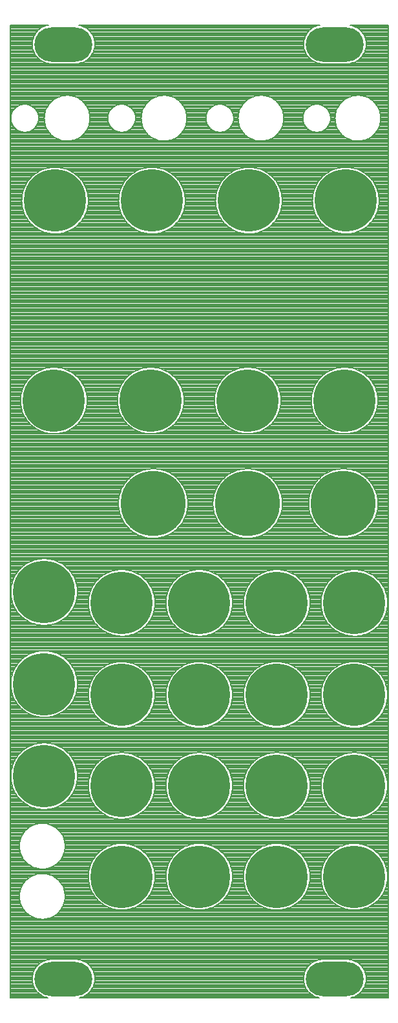
<source format=gtl>
G04 DipTrace 3.3.0.0*
G04 threshold_panel_01.GTL*
%MOIN*%
G04 #@! TF.FileFunction,Copper,L1,Top*
G04 #@! TF.Part,Single*
G04 #@! TA.AperFunction,CopperBalancing*
%ADD15C,0.008*%
G04 #@! TA.AperFunction,ComponentPad*
%ADD18C,0.32*%
%ADD19O,0.299213X0.177165*%
%ADD20C,0.334646*%
%FSLAX26Y26*%
G04*
G70*
G90*
G75*
G01*
G04 Top*
%LPD*%
X413824Y5423147D2*
D15*
X583693D1*
X791839D2*
X1983693D1*
X2191839D2*
X2361723D1*
X413824Y5415278D2*
X569677D1*
X805854D2*
X1969677D1*
X2205854D2*
X2361723D1*
X413824Y5407409D2*
X559442D1*
X816089D2*
X1959442D1*
X2216089D2*
X2361723D1*
X413824Y5399541D2*
X551411D1*
X824121D2*
X1951411D1*
X2224121D2*
X2361723D1*
X413824Y5391672D2*
X544927D1*
X830605D2*
X1944927D1*
X2230605D2*
X2361723D1*
X413824Y5383803D2*
X539646D1*
X835886D2*
X1939646D1*
X2235886D2*
X2361723D1*
X413824Y5375934D2*
X535349D1*
X840182D2*
X1935349D1*
X2240182D2*
X2361723D1*
X413824Y5368066D2*
X531895D1*
X843636D2*
X1931895D1*
X2243636D2*
X2361723D1*
X413824Y5360197D2*
X529207D1*
X846324D2*
X1929207D1*
X2246324D2*
X2361723D1*
X413824Y5352328D2*
X527207D1*
X848324D2*
X1927207D1*
X2248324D2*
X2361723D1*
X413824Y5344459D2*
X525879D1*
X849652D2*
X1925879D1*
X2249652D2*
X2361723D1*
X413824Y5336591D2*
X525161D1*
X850370D2*
X1925161D1*
X2250370D2*
X2361723D1*
X413824Y5328722D2*
X525083D1*
X850449D2*
X1925083D1*
X2250449D2*
X2361723D1*
X413824Y5320853D2*
X525598D1*
X849933D2*
X1925598D1*
X2249933D2*
X2361723D1*
X413824Y5312984D2*
X526755D1*
X848777D2*
X1926755D1*
X2248777D2*
X2361723D1*
X413824Y5305115D2*
X528551D1*
X846980D2*
X1928551D1*
X2246980D2*
X2361723D1*
X413824Y5297247D2*
X531035D1*
X844496D2*
X1931035D1*
X2244496D2*
X2361723D1*
X413824Y5289378D2*
X534255D1*
X841277D2*
X1934255D1*
X2241277D2*
X2361723D1*
X413824Y5281509D2*
X538302D1*
X837230D2*
X1938302D1*
X2237230D2*
X2361723D1*
X413824Y5273640D2*
X543286D1*
X832245D2*
X1943286D1*
X2232245D2*
X2361723D1*
X413824Y5265772D2*
X549395D1*
X826136D2*
X1949395D1*
X2226136D2*
X2361723D1*
X413824Y5257903D2*
X556927D1*
X818605D2*
X1956927D1*
X2218605D2*
X2361723D1*
X413824Y5250034D2*
X566427D1*
X809105D2*
X1966427D1*
X2209105D2*
X2361723D1*
X413824Y5242165D2*
X579067D1*
X796465D2*
X1979067D1*
X2196465D2*
X2361723D1*
X413824Y5234297D2*
X598927D1*
X776605D2*
X1998927D1*
X2176605D2*
X2361723D1*
X413824Y5226428D2*
X2361723D1*
X413824Y5218559D2*
X2361723D1*
X413824Y5210690D2*
X2361723D1*
X413824Y5202822D2*
X2361723D1*
X413824Y5194953D2*
X2361723D1*
X413824Y5187084D2*
X2361723D1*
X413824Y5179215D2*
X2361723D1*
X413824Y5171346D2*
X2361723D1*
X413824Y5163478D2*
X2361723D1*
X413824Y5155609D2*
X2361723D1*
X413824Y5147740D2*
X2361723D1*
X413824Y5139871D2*
X2361723D1*
X413824Y5132003D2*
X2361723D1*
X413824Y5124134D2*
X2361723D1*
X413824Y5116265D2*
X2361723D1*
X413824Y5108396D2*
X2361723D1*
X413824Y5100528D2*
X2361723D1*
X413824Y5092659D2*
X2361723D1*
X413824Y5084790D2*
X2361723D1*
X413824Y5076921D2*
X2361723D1*
X413824Y5069052D2*
X2361723D1*
X413824Y5061184D2*
X664521D1*
X748510D2*
X1164521D1*
X1248510D2*
X1664521D1*
X1748510D2*
X2164521D1*
X2248510D2*
X2361723D1*
X413824Y5053315D2*
X647567D1*
X765465D2*
X1147583D1*
X1265465D2*
X1647583D1*
X1765465D2*
X2147583D1*
X2265465D2*
X2361723D1*
X413824Y5045446D2*
X635427D1*
X777605D2*
X1135427D1*
X1277605D2*
X1635427D1*
X1777605D2*
X2135427D1*
X2277605D2*
X2361723D1*
X413824Y5037577D2*
X625864D1*
X787167D2*
X1125864D1*
X1287167D2*
X1625864D1*
X1787167D2*
X2125864D1*
X2287167D2*
X2361723D1*
X413824Y5029709D2*
X618035D1*
X794996D2*
X1118035D1*
X1294996D2*
X1618035D1*
X1794996D2*
X2118035D1*
X2294996D2*
X2361723D1*
X413824Y5021840D2*
X476333D1*
X499198D2*
X611505D1*
X801526D2*
X976333D1*
X999198D2*
X1111505D1*
X1301526D2*
X1482583D1*
X1505449D2*
X1611505D1*
X1801526D2*
X1982583D1*
X2005449D2*
X2111505D1*
X2301526D2*
X2361723D1*
X413824Y5013971D2*
X452646D1*
X522886D2*
X606005D1*
X807026D2*
X952646D1*
X1022886D2*
X1106005D1*
X1307026D2*
X1458911D1*
X1529136D2*
X1606005D1*
X1807026D2*
X1958895D1*
X2029136D2*
X2106005D1*
X2307026D2*
X2361723D1*
X413824Y5006102D2*
X440942D1*
X534589D2*
X601395D1*
X811636D2*
X940942D1*
X1034589D2*
X1101395D1*
X1311636D2*
X1447193D1*
X1540839D2*
X1601395D1*
X1811636D2*
X1947193D1*
X2040839D2*
X2101395D1*
X2311636D2*
X2361723D1*
X413824Y4998234D2*
X432786D1*
X542745D2*
X597551D1*
X815480D2*
X932786D1*
X1042745D2*
X1097551D1*
X1315480D2*
X1439035D1*
X1548996D2*
X1597551D1*
X1815480D2*
X1939035D1*
X2048996D2*
X2097551D1*
X2315480D2*
X2361723D1*
X413824Y4990365D2*
X426739D1*
X548793D2*
X594395D1*
X818636D2*
X926739D1*
X1048793D2*
X1094395D1*
X1318636D2*
X1432990D1*
X1555042D2*
X1594395D1*
X1818636D2*
X1932990D1*
X2055042D2*
X2094395D1*
X2318636D2*
X2361723D1*
X413824Y4982496D2*
X422177D1*
X553354D2*
X591864D1*
X821167D2*
X922177D1*
X1053354D2*
X1091864D1*
X1321167D2*
X1428427D1*
X1559605D2*
X1591864D1*
X1821167D2*
X1928427D1*
X2059605D2*
X2091864D1*
X2321167D2*
X2361723D1*
X413824Y4974627D2*
X418827D1*
X556698D2*
X589927D1*
X823105D2*
X918833D1*
X1056698D2*
X1089927D1*
X1323105D2*
X1425083D1*
X1562949D2*
X1589927D1*
X1823105D2*
X1925083D1*
X2062949D2*
X2089927D1*
X2323105D2*
X2361723D1*
X413824Y4966759D2*
X416516D1*
X559026D2*
X588551D1*
X824480D2*
X916505D1*
X1059026D2*
X1088551D1*
X1324480D2*
X1422755D1*
X1565277D2*
X1588551D1*
X1824480D2*
X1922755D1*
X2065277D2*
X2088551D1*
X2324480D2*
X2361723D1*
X560417Y4958890D2*
X587707D1*
X825324D2*
X915130D1*
X1060417D2*
X1087707D1*
X1325324D2*
X1421379D1*
X1566667D2*
X1587707D1*
X1825324D2*
X1921379D1*
X2066652D2*
X2087707D1*
X2325324D2*
X2361723D1*
X560917Y4951021D2*
X587395D1*
X825636D2*
X914614D1*
X1060917D2*
X1087395D1*
X1325636D2*
X1420864D1*
X1567167D2*
X1587395D1*
X1825636D2*
X1920864D1*
X2067167D2*
X2087395D1*
X2325636D2*
X2361723D1*
X560573Y4943152D2*
X587614D1*
X825417D2*
X914958D1*
X1060573D2*
X1087614D1*
X1325417D2*
X1421207D1*
X1566824D2*
X1587614D1*
X1825417D2*
X1921207D1*
X2066824D2*
X2087614D1*
X2325417D2*
X2361723D1*
X559354Y4935283D2*
X588349D1*
X824682D2*
X916177D1*
X1059354D2*
X1088349D1*
X1324682D2*
X1422427D1*
X1565605D2*
X1588349D1*
X1824682D2*
X1922427D1*
X2065605D2*
X2088349D1*
X2324682D2*
X2361723D1*
X413824Y4927415D2*
X418295D1*
X557230D2*
X589630D1*
X823402D2*
X918318D1*
X1057230D2*
X1089630D1*
X1323417D2*
X1424567D1*
X1563480D2*
X1589630D1*
X1823417D2*
X1924551D1*
X2063480D2*
X2089630D1*
X2323417D2*
X2361723D1*
X413824Y4919546D2*
X421458D1*
X554089D2*
X591458D1*
X821573D2*
X921458D1*
X1054089D2*
X1091458D1*
X1321573D2*
X1427707D1*
X1560339D2*
X1591458D1*
X1821573D2*
X1927707D1*
X2060324D2*
X2091458D1*
X2321573D2*
X2361723D1*
X413824Y4911677D2*
X425755D1*
X549777D2*
X593864D1*
X819167D2*
X925755D1*
X1049777D2*
X1093864D1*
X1319167D2*
X1432005D1*
X1556026D2*
X1593864D1*
X1819167D2*
X1932005D1*
X2056026D2*
X2093864D1*
X2319167D2*
X2361723D1*
X413824Y4903808D2*
X431490D1*
X544042D2*
X596895D1*
X816136D2*
X931490D1*
X1044042D2*
X1096895D1*
X1316136D2*
X1437739D1*
X1550293D2*
X1596895D1*
X1816136D2*
X1937739D1*
X2050293D2*
X2096895D1*
X2316136D2*
X2361723D1*
X413824Y4895940D2*
X439161D1*
X536370D2*
X600614D1*
X812433D2*
X939161D1*
X1036370D2*
X1100598D1*
X1312433D2*
X1445427D1*
X1542621D2*
X1600598D1*
X1812433D2*
X1945411D1*
X2042621D2*
X2100598D1*
X2312433D2*
X2361723D1*
X413824Y4888071D2*
X449990D1*
X525542D2*
X605067D1*
X807965D2*
X949990D1*
X1025542D2*
X1105067D1*
X1307980D2*
X1456239D1*
X1531808D2*
X1605067D1*
X1807980D2*
X1956239D1*
X2031793D2*
X2105067D1*
X2307980D2*
X2361723D1*
X413824Y4880202D2*
X468879D1*
X506652D2*
X610379D1*
X802667D2*
X968879D1*
X1006652D2*
X1110364D1*
X1302667D2*
X1475130D1*
X1512902D2*
X1610364D1*
X1802667D2*
X1975130D1*
X2012902D2*
X2110364D1*
X2302667D2*
X2361723D1*
X413824Y4872333D2*
X616693D1*
X796339D2*
X1116693D1*
X1296339D2*
X1616693D1*
X1796339D2*
X2116693D1*
X2296339D2*
X2361723D1*
X413824Y4864465D2*
X624239D1*
X788793D2*
X1124239D1*
X1288793D2*
X1624239D1*
X1788793D2*
X2124239D1*
X2288793D2*
X2361723D1*
X413824Y4856596D2*
X633427D1*
X779605D2*
X1133427D1*
X1279605D2*
X1633427D1*
X1779605D2*
X2133427D1*
X2279605D2*
X2361723D1*
X413824Y4848727D2*
X644974D1*
X768058D2*
X1144974D1*
X1268058D2*
X1644974D1*
X1768058D2*
X2144974D1*
X2268058D2*
X2361723D1*
X413824Y4840858D2*
X660661D1*
X752370D2*
X1160661D1*
X1252370D2*
X1660661D1*
X1752370D2*
X2160661D1*
X2252370D2*
X2361723D1*
X413824Y4832990D2*
X690035D1*
X722996D2*
X1190035D1*
X1223010D2*
X1690035D1*
X1723010D2*
X2190035D1*
X2223010D2*
X2361723D1*
X413824Y4825121D2*
X2361723D1*
X413824Y4817252D2*
X2361723D1*
X413824Y4809383D2*
X2361723D1*
X413824Y4801514D2*
X2361723D1*
X413824Y4793646D2*
X2361723D1*
X413824Y4785777D2*
X2361723D1*
X413824Y4777908D2*
X2361723D1*
X413824Y4770039D2*
X2361723D1*
X413824Y4762171D2*
X2361723D1*
X413824Y4754302D2*
X2361723D1*
X413824Y4746433D2*
X2361723D1*
X413824Y4738564D2*
X2361723D1*
X413824Y4730696D2*
X2361723D1*
X413824Y4722827D2*
X2361723D1*
X413824Y4714958D2*
X2361723D1*
X413824Y4707089D2*
X2361723D1*
X413824Y4699220D2*
X2361723D1*
X413824Y4691352D2*
X597286D1*
X690745D2*
X1097286D1*
X1190745D2*
X1597286D1*
X1690745D2*
X2097286D1*
X2190745D2*
X2361723D1*
X413824Y4683483D2*
X574942D1*
X713089D2*
X1074942D1*
X1213089D2*
X1574942D1*
X1713089D2*
X2074942D1*
X2213089D2*
X2361723D1*
X413824Y4675614D2*
X559021D1*
X729010D2*
X1059021D1*
X1229010D2*
X1559021D1*
X1729010D2*
X2059021D1*
X2229010D2*
X2361723D1*
X413824Y4667745D2*
X546302D1*
X741730D2*
X1046302D1*
X1241730D2*
X1546302D1*
X1741730D2*
X2046302D1*
X2241730D2*
X2361723D1*
X413824Y4659877D2*
X535630D1*
X752402D2*
X1035630D1*
X1252402D2*
X1535630D1*
X1752402D2*
X2035630D1*
X2252402D2*
X2361723D1*
X413824Y4652008D2*
X526474D1*
X761558D2*
X1026474D1*
X1261558D2*
X1526474D1*
X1761558D2*
X2026474D1*
X2261558D2*
X2361723D1*
X413824Y4644139D2*
X518458D1*
X769573D2*
X1018458D1*
X1269573D2*
X1518458D1*
X1769573D2*
X2018458D1*
X2269573D2*
X2361723D1*
X413824Y4636270D2*
X511411D1*
X776621D2*
X1011411D1*
X1276621D2*
X1511411D1*
X1776621D2*
X2011411D1*
X2276621D2*
X2361723D1*
X413824Y4628402D2*
X505161D1*
X782870D2*
X1005161D1*
X1282870D2*
X1505161D1*
X1782870D2*
X2005161D1*
X2282870D2*
X2361723D1*
X413824Y4620533D2*
X499630D1*
X788402D2*
X999630D1*
X1288402D2*
X1499630D1*
X1788402D2*
X1999630D1*
X2288402D2*
X2361723D1*
X413824Y4612664D2*
X494707D1*
X793324D2*
X994707D1*
X1293324D2*
X1494707D1*
X1793324D2*
X1994707D1*
X2293324D2*
X2361723D1*
X413824Y4604795D2*
X490349D1*
X797682D2*
X990349D1*
X1297682D2*
X1490349D1*
X1797682D2*
X1990349D1*
X2297682D2*
X2361723D1*
X413824Y4596927D2*
X486505D1*
X801526D2*
X986505D1*
X1301526D2*
X1486505D1*
X1801526D2*
X1986505D1*
X2301526D2*
X2361723D1*
X413824Y4589058D2*
X483146D1*
X804886D2*
X983146D1*
X1304886D2*
X1483146D1*
X1804886D2*
X1983146D1*
X2304886D2*
X2361723D1*
X413824Y4581189D2*
X480223D1*
X807808D2*
X980223D1*
X1307808D2*
X1480223D1*
X1807808D2*
X1980223D1*
X2307808D2*
X2361723D1*
X413824Y4573320D2*
X477739D1*
X810293D2*
X977739D1*
X1310293D2*
X1477739D1*
X1810293D2*
X1977739D1*
X2310293D2*
X2361723D1*
X413824Y4565451D2*
X475646D1*
X812386D2*
X975646D1*
X1312386D2*
X1475646D1*
X1812386D2*
X1975646D1*
X2312386D2*
X2361723D1*
X413824Y4557583D2*
X473958D1*
X814073D2*
X973958D1*
X1314073D2*
X1473958D1*
X1814073D2*
X1973958D1*
X2314073D2*
X2361723D1*
X413824Y4549714D2*
X472646D1*
X815386D2*
X972646D1*
X1315386D2*
X1472646D1*
X1815386D2*
X1972646D1*
X2315386D2*
X2361723D1*
X413824Y4541845D2*
X471693D1*
X816339D2*
X971693D1*
X1316339D2*
X1471693D1*
X1816339D2*
X1971693D1*
X2316339D2*
X2361723D1*
X413824Y4533976D2*
X471114D1*
X816917D2*
X971114D1*
X1316917D2*
X1471114D1*
X1816917D2*
X1971114D1*
X2316917D2*
X2361723D1*
X413824Y4526108D2*
X470895D1*
X817136D2*
X970895D1*
X1317136D2*
X1470895D1*
X1817136D2*
X1970895D1*
X2317136D2*
X2361723D1*
X413824Y4518239D2*
X471035D1*
X816996D2*
X971035D1*
X1316996D2*
X1471035D1*
X1816996D2*
X1971035D1*
X2316996D2*
X2361723D1*
X413824Y4510370D2*
X471535D1*
X816496D2*
X971535D1*
X1316496D2*
X1471535D1*
X1816496D2*
X1971535D1*
X2316496D2*
X2361723D1*
X413824Y4502501D2*
X472411D1*
X815621D2*
X972411D1*
X1315621D2*
X1472411D1*
X1815621D2*
X1972411D1*
X2315621D2*
X2361723D1*
X413824Y4494633D2*
X473646D1*
X814386D2*
X973646D1*
X1314386D2*
X1473646D1*
X1814386D2*
X1973646D1*
X2314386D2*
X2361723D1*
X413824Y4486764D2*
X475255D1*
X812777D2*
X975255D1*
X1312777D2*
X1475255D1*
X1812777D2*
X1975255D1*
X2312777D2*
X2361723D1*
X413824Y4478895D2*
X477255D1*
X810777D2*
X977255D1*
X1310777D2*
X1477255D1*
X1810777D2*
X1977255D1*
X2310777D2*
X2361723D1*
X413824Y4471026D2*
X479661D1*
X808370D2*
X979661D1*
X1308370D2*
X1479661D1*
X1808370D2*
X1979661D1*
X2308370D2*
X2361723D1*
X413824Y4463157D2*
X482474D1*
X805558D2*
X982474D1*
X1305558D2*
X1482474D1*
X1805558D2*
X1982474D1*
X2305558D2*
X2361723D1*
X413824Y4455289D2*
X485739D1*
X802293D2*
X985739D1*
X1302293D2*
X1485739D1*
X1802293D2*
X1985739D1*
X2302293D2*
X2361723D1*
X413824Y4447420D2*
X489474D1*
X798558D2*
X989474D1*
X1298558D2*
X1489474D1*
X1798558D2*
X1989474D1*
X2298558D2*
X2361723D1*
X413824Y4439551D2*
X493723D1*
X794308D2*
X993723D1*
X1294308D2*
X1493723D1*
X1794308D2*
X1993723D1*
X2294308D2*
X2361723D1*
X413824Y4431682D2*
X498521D1*
X789510D2*
X998521D1*
X1289510D2*
X1498521D1*
X1789510D2*
X1998521D1*
X2289510D2*
X2361723D1*
X413824Y4423814D2*
X503927D1*
X784105D2*
X1003927D1*
X1284105D2*
X1503927D1*
X1784105D2*
X2003927D1*
X2284105D2*
X2361723D1*
X413824Y4415945D2*
X510005D1*
X778026D2*
X1010005D1*
X1278026D2*
X1510005D1*
X1778026D2*
X2010005D1*
X2278026D2*
X2361723D1*
X413824Y4408076D2*
X516879D1*
X771152D2*
X1016879D1*
X1271152D2*
X1516879D1*
X1771152D2*
X2016879D1*
X2271152D2*
X2361723D1*
X413824Y4400207D2*
X524661D1*
X763370D2*
X1024661D1*
X1263370D2*
X1524661D1*
X1763370D2*
X2024661D1*
X2263370D2*
X2361723D1*
X413824Y4392339D2*
X533551D1*
X754480D2*
X1033551D1*
X1254480D2*
X1533551D1*
X1754480D2*
X2033551D1*
X2254480D2*
X2361723D1*
X413824Y4384470D2*
X543864D1*
X744167D2*
X1043864D1*
X1244167D2*
X1543864D1*
X1744167D2*
X2043864D1*
X2244167D2*
X2361723D1*
X413824Y4376601D2*
X556083D1*
X731949D2*
X1056083D1*
X1231949D2*
X1556083D1*
X1731949D2*
X2056083D1*
X2231949D2*
X2361723D1*
X413824Y4368732D2*
X571161D1*
X716870D2*
X1071161D1*
X1216870D2*
X1571161D1*
X1716870D2*
X2071161D1*
X2216870D2*
X2361723D1*
X413824Y4360864D2*
X591583D1*
X696449D2*
X1091583D1*
X1196449D2*
X1591583D1*
X1696449D2*
X2091583D1*
X2196449D2*
X2361723D1*
X413824Y4352995D2*
X639083D1*
X648949D2*
X1139083D1*
X1148949D2*
X1639083D1*
X1648949D2*
X2139083D1*
X2148949D2*
X2361723D1*
X413824Y4345126D2*
X2361723D1*
X413824Y4337257D2*
X2361723D1*
X413824Y4329388D2*
X2361723D1*
X413824Y4321520D2*
X2361723D1*
X413824Y4313651D2*
X2361723D1*
X413824Y4305782D2*
X2361723D1*
X413824Y4297913D2*
X2361723D1*
X413824Y4290045D2*
X2361723D1*
X413824Y4282176D2*
X2361723D1*
X413824Y4274307D2*
X2361723D1*
X413824Y4266438D2*
X2361723D1*
X413824Y4258570D2*
X2361723D1*
X413824Y4250701D2*
X2361723D1*
X413824Y4242832D2*
X2361723D1*
X413824Y4234963D2*
X2361723D1*
X413824Y4227094D2*
X2361723D1*
X413824Y4219226D2*
X2361723D1*
X413824Y4211357D2*
X2361723D1*
X413824Y4203488D2*
X2361723D1*
X413824Y4195619D2*
X2361723D1*
X413824Y4187751D2*
X2361723D1*
X413824Y4179882D2*
X2361723D1*
X413824Y4172013D2*
X2361723D1*
X413824Y4164144D2*
X2361723D1*
X413824Y4156276D2*
X2361723D1*
X413824Y4148407D2*
X2361723D1*
X413824Y4140538D2*
X2361723D1*
X413824Y4132669D2*
X2361723D1*
X413824Y4124801D2*
X2361723D1*
X413824Y4116932D2*
X2361723D1*
X413824Y4109063D2*
X2361723D1*
X413824Y4101194D2*
X2361723D1*
X413824Y4093325D2*
X2361723D1*
X413824Y4085457D2*
X2361723D1*
X413824Y4077588D2*
X2361723D1*
X413824Y4069719D2*
X2361723D1*
X413824Y4061850D2*
X2361723D1*
X413824Y4053982D2*
X2361723D1*
X413824Y4046113D2*
X2361723D1*
X413824Y4038244D2*
X2361723D1*
X413824Y4030375D2*
X2361723D1*
X413824Y4022507D2*
X2361723D1*
X413824Y4014638D2*
X2361723D1*
X413824Y4006769D2*
X2361723D1*
X413824Y3998900D2*
X2361723D1*
X413824Y3991031D2*
X2361723D1*
X413824Y3983163D2*
X2361723D1*
X413824Y3975294D2*
X2361723D1*
X413824Y3967425D2*
X2361723D1*
X413824Y3959556D2*
X2361723D1*
X413824Y3951688D2*
X2361723D1*
X413824Y3943819D2*
X2361723D1*
X413824Y3935950D2*
X2361723D1*
X413824Y3928081D2*
X2361723D1*
X413824Y3920213D2*
X2361723D1*
X413824Y3912344D2*
X2361723D1*
X413824Y3904475D2*
X2361723D1*
X413824Y3896606D2*
X2361723D1*
X413824Y3888738D2*
X2361723D1*
X413824Y3880869D2*
X2361723D1*
X413824Y3873000D2*
X2361723D1*
X413824Y3865131D2*
X2361723D1*
X413824Y3857262D2*
X2361723D1*
X413824Y3849394D2*
X2361723D1*
X413824Y3841525D2*
X2361723D1*
X413824Y3833656D2*
X2361723D1*
X413824Y3825787D2*
X2361723D1*
X413824Y3817919D2*
X2361723D1*
X413824Y3810050D2*
X2361723D1*
X413824Y3802181D2*
X2361723D1*
X413824Y3794312D2*
X2361723D1*
X413824Y3786444D2*
X2361723D1*
X413824Y3778575D2*
X2361723D1*
X413824Y3770706D2*
X2361723D1*
X413824Y3762837D2*
X2361723D1*
X413824Y3754969D2*
X2361723D1*
X413824Y3747100D2*
X2361723D1*
X413824Y3739231D2*
X2361723D1*
X413824Y3731362D2*
X2361723D1*
X413824Y3723493D2*
X2361723D1*
X413824Y3715625D2*
X2361723D1*
X413824Y3707756D2*
X2361723D1*
X413824Y3699887D2*
X2361723D1*
X413824Y3692018D2*
X2361723D1*
X413824Y3684150D2*
X2361723D1*
X413824Y3676281D2*
X2361723D1*
X413824Y3668412D2*
X2361723D1*
X413824Y3660543D2*
X592661D1*
X682870D2*
X1092661D1*
X1182870D2*
X1592661D1*
X1682870D2*
X2092661D1*
X2182870D2*
X2361723D1*
X413824Y3652675D2*
X569723D1*
X705808D2*
X1069723D1*
X1205808D2*
X1569723D1*
X1705808D2*
X2069723D1*
X2205808D2*
X2361723D1*
X413824Y3644806D2*
X553567D1*
X721980D2*
X1053567D1*
X1221980D2*
X1553567D1*
X1721980D2*
X2053567D1*
X2221980D2*
X2361723D1*
X413824Y3636937D2*
X540693D1*
X734839D2*
X1040693D1*
X1234839D2*
X1540693D1*
X1734839D2*
X2040693D1*
X2234839D2*
X2361723D1*
X413824Y3629068D2*
X529942D1*
X745589D2*
X1029942D1*
X1245589D2*
X1529942D1*
X1745589D2*
X2029942D1*
X2245589D2*
X2361723D1*
X413824Y3621199D2*
X520693D1*
X754839D2*
X1020693D1*
X1254839D2*
X1520693D1*
X1754839D2*
X2020693D1*
X2254839D2*
X2361723D1*
X413824Y3613331D2*
X512630D1*
X762902D2*
X1012630D1*
X1262902D2*
X1512630D1*
X1762902D2*
X2012630D1*
X2262902D2*
X2361723D1*
X413824Y3605462D2*
X505535D1*
X769996D2*
X1005535D1*
X1269996D2*
X1505535D1*
X1769996D2*
X2005535D1*
X2269996D2*
X2361723D1*
X413824Y3597593D2*
X499255D1*
X776277D2*
X999255D1*
X1276277D2*
X1499255D1*
X1776277D2*
X1999255D1*
X2276277D2*
X2361723D1*
X413824Y3589724D2*
X493677D1*
X781870D2*
X993677D1*
X1281870D2*
X1493677D1*
X1781870D2*
X1993677D1*
X2281870D2*
X2361723D1*
X413824Y3581856D2*
X488707D1*
X786824D2*
X988707D1*
X1286824D2*
X1488707D1*
X1786824D2*
X1988707D1*
X2286824D2*
X2361723D1*
X413824Y3573987D2*
X484333D1*
X791198D2*
X984333D1*
X1291198D2*
X1484333D1*
X1791198D2*
X1984333D1*
X2291198D2*
X2361723D1*
X413824Y3566118D2*
X480458D1*
X795073D2*
X980458D1*
X1295073D2*
X1480458D1*
X1795073D2*
X1980458D1*
X2295073D2*
X2361723D1*
X413824Y3558249D2*
X477067D1*
X798465D2*
X977067D1*
X1298465D2*
X1477067D1*
X1798465D2*
X1977067D1*
X2298465D2*
X2361723D1*
X413824Y3550381D2*
X474130D1*
X801402D2*
X974130D1*
X1301402D2*
X1474130D1*
X1801402D2*
X1974130D1*
X2301402D2*
X2361723D1*
X413824Y3542512D2*
X471614D1*
X803917D2*
X971614D1*
X1303917D2*
X1471614D1*
X1803917D2*
X1971614D1*
X2303917D2*
X2361723D1*
X413824Y3534643D2*
X469505D1*
X806026D2*
X969505D1*
X1306026D2*
X1469505D1*
X1806026D2*
X1969505D1*
X2306026D2*
X2361723D1*
X413824Y3526774D2*
X467786D1*
X807745D2*
X967786D1*
X1307745D2*
X1467786D1*
X1807745D2*
X1967786D1*
X2307745D2*
X2361723D1*
X413824Y3518906D2*
X466458D1*
X809073D2*
X966458D1*
X1309073D2*
X1466458D1*
X1809073D2*
X1966458D1*
X2309073D2*
X2361723D1*
X413824Y3511037D2*
X465490D1*
X810042D2*
X965490D1*
X1310042D2*
X1465490D1*
X1810042D2*
X1965490D1*
X2310042D2*
X2361723D1*
X413824Y3503168D2*
X464895D1*
X810636D2*
X964895D1*
X1310636D2*
X1464895D1*
X1810636D2*
X1964895D1*
X2310636D2*
X2361723D1*
X413824Y3495299D2*
X464646D1*
X810886D2*
X964646D1*
X1310886D2*
X1464646D1*
X1810886D2*
X1964646D1*
X2310886D2*
X2361723D1*
X413824Y3487430D2*
X464770D1*
X810761D2*
X964770D1*
X1310761D2*
X1464770D1*
X1810761D2*
X1964770D1*
X2310761D2*
X2361723D1*
X413824Y3479562D2*
X465255D1*
X810277D2*
X965255D1*
X1310277D2*
X1465255D1*
X1810277D2*
X1965255D1*
X2310277D2*
X2361723D1*
X413824Y3471693D2*
X466098D1*
X809433D2*
X966098D1*
X1309433D2*
X1466098D1*
X1809433D2*
X1966098D1*
X2309433D2*
X2361723D1*
X413824Y3463824D2*
X467318D1*
X808214D2*
X967318D1*
X1308214D2*
X1467318D1*
X1808214D2*
X1967318D1*
X2308214D2*
X2361723D1*
X413824Y3455955D2*
X468895D1*
X806636D2*
X968895D1*
X1306636D2*
X1468895D1*
X1806636D2*
X1968895D1*
X2306636D2*
X2361723D1*
X413824Y3448087D2*
X470879D1*
X804652D2*
X970879D1*
X1304652D2*
X1470879D1*
X1804652D2*
X1970879D1*
X2304652D2*
X2361723D1*
X413824Y3440218D2*
X473255D1*
X802277D2*
X973255D1*
X1302277D2*
X1473255D1*
X1802277D2*
X1973255D1*
X2302277D2*
X2361723D1*
X413824Y3432349D2*
X476051D1*
X799480D2*
X976051D1*
X1299480D2*
X1476051D1*
X1799480D2*
X1976051D1*
X2299480D2*
X2361723D1*
X413824Y3424480D2*
X479302D1*
X796230D2*
X979302D1*
X1296230D2*
X1479302D1*
X1796230D2*
X1979302D1*
X2296230D2*
X2361723D1*
X413824Y3416612D2*
X483005D1*
X792526D2*
X983005D1*
X1292526D2*
X1483005D1*
X1792526D2*
X1983005D1*
X2292526D2*
X2361723D1*
X413824Y3408743D2*
X487223D1*
X788308D2*
X987223D1*
X1288308D2*
X1487223D1*
X1788308D2*
X1987223D1*
X2288308D2*
X2361723D1*
X413824Y3400874D2*
X491990D1*
X783542D2*
X991990D1*
X1283542D2*
X1491990D1*
X1783542D2*
X1991990D1*
X2283542D2*
X2361723D1*
X413824Y3393005D2*
X497349D1*
X778182D2*
X997349D1*
X1278182D2*
X1497349D1*
X1778182D2*
X1997349D1*
X2278182D2*
X2361723D1*
X413824Y3385136D2*
X503395D1*
X772136D2*
X1003395D1*
X1272136D2*
X1503395D1*
X1772136D2*
X2003395D1*
X2272136D2*
X2361723D1*
X413824Y3377268D2*
X510223D1*
X765308D2*
X1010223D1*
X1265308D2*
X1510223D1*
X1765308D2*
X2010223D1*
X2265308D2*
X2361723D1*
X413824Y3369399D2*
X517958D1*
X757589D2*
X1017958D1*
X1257589D2*
X1517958D1*
X1757589D2*
X2017958D1*
X2257589D2*
X2361723D1*
X413824Y3361530D2*
X526770D1*
X748761D2*
X1026770D1*
X1248761D2*
X1526770D1*
X1748761D2*
X2026770D1*
X2248761D2*
X2361723D1*
X413824Y3353661D2*
X536990D1*
X738542D2*
X1036990D1*
X1238542D2*
X1536990D1*
X1738542D2*
X2036990D1*
X2238542D2*
X2361723D1*
X413824Y3345793D2*
X549083D1*
X726449D2*
X1049083D1*
X1226449D2*
X1549083D1*
X1726449D2*
X2049083D1*
X2226449D2*
X2361723D1*
X413824Y3337924D2*
X563958D1*
X711573D2*
X1063958D1*
X1211573D2*
X1563958D1*
X1711573D2*
X2063958D1*
X2211573D2*
X2361723D1*
X413824Y3330055D2*
X583942D1*
X691589D2*
X1083942D1*
X1191589D2*
X1583942D1*
X1691589D2*
X2083942D1*
X2191589D2*
X2361723D1*
X413824Y3322186D2*
X623974D1*
X651558D2*
X1123974D1*
X1151558D2*
X1623974D1*
X1651558D2*
X2123974D1*
X2151558D2*
X2361723D1*
X413824Y3314318D2*
X2361723D1*
X413824Y3306449D2*
X2361723D1*
X413824Y3298580D2*
X2361723D1*
X413824Y3290711D2*
X2361723D1*
X413824Y3282843D2*
X2361723D1*
X413824Y3274974D2*
X2361723D1*
X413824Y3267105D2*
X2361723D1*
X413824Y3259236D2*
X2361723D1*
X413824Y3251367D2*
X2361723D1*
X413824Y3243499D2*
X2361723D1*
X413824Y3235630D2*
X2361723D1*
X413824Y3227761D2*
X2361723D1*
X413824Y3219892D2*
X2361723D1*
X413824Y3212024D2*
X2361723D1*
X413824Y3204155D2*
X2361723D1*
X413824Y3196286D2*
X2361723D1*
X413824Y3188417D2*
X2361723D1*
X413824Y3180549D2*
X2361723D1*
X413824Y3172680D2*
X2361723D1*
X413824Y3164811D2*
X2361723D1*
X413824Y3156942D2*
X2361723D1*
X413824Y3149073D2*
X2361723D1*
X413824Y3141205D2*
X1128693D1*
X1171839D2*
X1616193D1*
X1659339D2*
X2109942D1*
X2153089D2*
X2361723D1*
X413824Y3133336D2*
X1093098D1*
X1207433D2*
X1580598D1*
X1694933D2*
X2074349D1*
X2188682D2*
X2361723D1*
X413824Y3125467D2*
X1073302D1*
X1227230D2*
X1560802D1*
X1714730D2*
X2054551D1*
X2208480D2*
X2361723D1*
X413824Y3117598D2*
X1058364D1*
X1242167D2*
X1545864D1*
X1729667D2*
X2039614D1*
X2223417D2*
X2361723D1*
X413824Y3109730D2*
X1046161D1*
X1254386D2*
X1533661D1*
X1741886D2*
X2027411D1*
X2235621D2*
X2361723D1*
X413824Y3101861D2*
X1035786D1*
X1264745D2*
X1523286D1*
X1752245D2*
X2017035D1*
X2245996D2*
X2361723D1*
X413824Y3093992D2*
X1026786D1*
X1273745D2*
X1514286D1*
X1761245D2*
X2008035D1*
X2254996D2*
X2361723D1*
X413824Y3086123D2*
X1018879D1*
X1281667D2*
X1506379D1*
X1769167D2*
X2000130D1*
X2262902D2*
X2361723D1*
X413824Y3078255D2*
X1011864D1*
X1288667D2*
X1499364D1*
X1776167D2*
X1993114D1*
X2269917D2*
X2361723D1*
X413824Y3070386D2*
X1005630D1*
X1294902D2*
X1493130D1*
X1782402D2*
X1986879D1*
X2276152D2*
X2361723D1*
X413824Y3062517D2*
X1000067D1*
X1300465D2*
X1487567D1*
X1787965D2*
X1981318D1*
X2281714D2*
X2361723D1*
X413824Y3054648D2*
X995098D1*
X1305433D2*
X1482598D1*
X1792933D2*
X1976349D1*
X2286682D2*
X2361723D1*
X413824Y3046780D2*
X990677D1*
X1309854D2*
X1478177D1*
X1797354D2*
X1971927D1*
X2291105D2*
X2361723D1*
X413824Y3038911D2*
X986755D1*
X1313777D2*
X1474255D1*
X1801277D2*
X1968005D1*
X2295026D2*
X2361723D1*
X413824Y3031042D2*
X983302D1*
X1317230D2*
X1470802D1*
X1804730D2*
X1964551D1*
X2298480D2*
X2361723D1*
X413824Y3023173D2*
X980286D1*
X1320245D2*
X1467786D1*
X1807745D2*
X1961535D1*
X2301496D2*
X2361723D1*
X413824Y3015304D2*
X977677D1*
X1322854D2*
X1465177D1*
X1810354D2*
X1958927D1*
X2304105D2*
X2361723D1*
X413824Y3007436D2*
X975474D1*
X1325073D2*
X1462974D1*
X1812573D2*
X1956707D1*
X2306324D2*
X2361723D1*
X413824Y2999567D2*
X973630D1*
X1326902D2*
X1461130D1*
X1814402D2*
X1954879D1*
X2308152D2*
X2361723D1*
X413824Y2991698D2*
X972161D1*
X1328370D2*
X1459661D1*
X1815870D2*
X1953411D1*
X2309621D2*
X2361723D1*
X413824Y2983829D2*
X971067D1*
X1329465D2*
X1458567D1*
X1816965D2*
X1952318D1*
X2310714D2*
X2361723D1*
X413824Y2975961D2*
X970302D1*
X1330230D2*
X1457802D1*
X1817730D2*
X1951551D1*
X2311480D2*
X2361723D1*
X413824Y2968092D2*
X969895D1*
X1330636D2*
X1457395D1*
X1818136D2*
X1951146D1*
X2311886D2*
X2361723D1*
X413824Y2960223D2*
X969849D1*
X1330698D2*
X1457349D1*
X1818198D2*
X1951098D1*
X2311933D2*
X2361723D1*
X413824Y2952354D2*
X970130D1*
X1330402D2*
X1457630D1*
X1817902D2*
X1951379D1*
X2311652D2*
X2361723D1*
X413824Y2944486D2*
X970755D1*
X1329777D2*
X1458255D1*
X1817277D2*
X1952005D1*
X2311026D2*
X2361723D1*
X413824Y2936617D2*
X971739D1*
X1328793D2*
X1459239D1*
X1816293D2*
X1952990D1*
X2310042D2*
X2361723D1*
X413824Y2928748D2*
X973067D1*
X1327465D2*
X1460567D1*
X1814965D2*
X1954318D1*
X2308714D2*
X2361723D1*
X413824Y2920879D2*
X974770D1*
X1325761D2*
X1462270D1*
X1813261D2*
X1956021D1*
X2307010D2*
X2361723D1*
X413824Y2913010D2*
X976849D1*
X1323682D2*
X1464349D1*
X1811182D2*
X1958098D1*
X2304933D2*
X2361723D1*
X413824Y2905142D2*
X979318D1*
X1321214D2*
X1466818D1*
X1808714D2*
X1960567D1*
X2302465D2*
X2361723D1*
X413824Y2897273D2*
X982193D1*
X1318339D2*
X1469693D1*
X1805839D2*
X1963442D1*
X2299589D2*
X2361723D1*
X413824Y2889404D2*
X985490D1*
X1315042D2*
X1472990D1*
X1802542D2*
X1966739D1*
X2296293D2*
X2361723D1*
X413824Y2881535D2*
X989239D1*
X1311293D2*
X1476739D1*
X1798793D2*
X1970490D1*
X2292542D2*
X2361723D1*
X413824Y2873667D2*
X993474D1*
X1307058D2*
X1480974D1*
X1794558D2*
X1974723D1*
X2288308D2*
X2361723D1*
X413824Y2865798D2*
X998239D1*
X1302293D2*
X1485739D1*
X1789793D2*
X1979490D1*
X2283542D2*
X2361723D1*
X413824Y2857929D2*
X1003583D1*
X1296949D2*
X1491083D1*
X1784449D2*
X1984833D1*
X2278198D2*
X2361723D1*
X413824Y2850060D2*
X1009583D1*
X1290949D2*
X1497083D1*
X1778449D2*
X1990833D1*
X2272198D2*
X2361723D1*
X413824Y2842192D2*
X1016302D1*
X1284230D2*
X1503802D1*
X1771730D2*
X1997551D1*
X2265480D2*
X2361723D1*
X413824Y2834323D2*
X1023879D1*
X1276667D2*
X1511379D1*
X1764167D2*
X2005114D1*
X2257917D2*
X2361723D1*
X413824Y2826454D2*
X1032458D1*
X1268073D2*
X1519958D1*
X1755573D2*
X2013707D1*
X2249324D2*
X2361723D1*
X413824Y2818585D2*
X1042302D1*
X1258230D2*
X1529802D1*
X1745730D2*
X2023551D1*
X2239480D2*
X2361723D1*
X413824Y2810717D2*
X1053802D1*
X1246730D2*
X1541302D1*
X1734230D2*
X2035051D1*
X2227980D2*
X2361723D1*
X413824Y2802848D2*
X1067630D1*
X1232902D2*
X1555130D1*
X1720402D2*
X2048879D1*
X2214152D2*
X2361723D1*
X413824Y2794979D2*
X1085286D1*
X1215245D2*
X1572786D1*
X1702745D2*
X2066535D1*
X2196496D2*
X2361723D1*
X413824Y2787110D2*
X1111833D1*
X1188698D2*
X1599333D1*
X1676198D2*
X2093083D1*
X2169949D2*
X2361723D1*
X413824Y2779241D2*
X2361723D1*
X413824Y2771373D2*
X2361723D1*
X413824Y2763504D2*
X2361723D1*
X413824Y2755635D2*
X2361723D1*
X413824Y2747766D2*
X2361723D1*
X413824Y2739898D2*
X2361723D1*
X413824Y2732029D2*
X2361723D1*
X413824Y2724160D2*
X2361723D1*
X413824Y2716291D2*
X2361723D1*
X413824Y2708423D2*
X2361723D1*
X413824Y2700554D2*
X2361723D1*
X413824Y2692685D2*
X2361723D1*
X413824Y2684816D2*
X2361723D1*
X413824Y2676948D2*
X561521D1*
X614010D2*
X2361723D1*
X413824Y2669079D2*
X529802D1*
X645730D2*
X2361723D1*
X413824Y2661210D2*
X511051D1*
X664480D2*
X2361723D1*
X413824Y2653341D2*
X496770D1*
X678761D2*
X2361723D1*
X413824Y2645472D2*
X485051D1*
X690480D2*
X2361723D1*
X413824Y2637604D2*
X475114D1*
X700417D2*
X2361723D1*
X413824Y2629735D2*
X466505D1*
X709026D2*
X2361723D1*
X413824Y2621866D2*
X458942D1*
X716589D2*
X971239D1*
X1004293D2*
X1371239D1*
X1404293D2*
X1771239D1*
X1804293D2*
X2171239D1*
X2204293D2*
X2361723D1*
X413824Y2613997D2*
X452270D1*
X723261D2*
X933239D1*
X1042293D2*
X1333239D1*
X1442293D2*
X1733239D1*
X1842293D2*
X2133239D1*
X2242293D2*
X2361723D1*
X413824Y2606129D2*
X446349D1*
X729182D2*
X913474D1*
X1062058D2*
X1313474D1*
X1462058D2*
X1713474D1*
X1862058D2*
X2113474D1*
X2262058D2*
X2361723D1*
X413824Y2598260D2*
X441098D1*
X734433D2*
X898693D1*
X1076839D2*
X1298693D1*
X1476839D2*
X1698693D1*
X1876839D2*
X2098693D1*
X2276839D2*
X2361723D1*
X413824Y2590391D2*
X436442D1*
X739089D2*
X886677D1*
X1088854D2*
X1286677D1*
X1488854D2*
X1686677D1*
X1888854D2*
X2086677D1*
X2288854D2*
X2361723D1*
X413824Y2582522D2*
X432318D1*
X743214D2*
X876505D1*
X1099026D2*
X1276505D1*
X1499026D2*
X1676505D1*
X1899026D2*
X2076505D1*
X2299026D2*
X2361723D1*
X413824Y2574654D2*
X428693D1*
X746839D2*
X867707D1*
X1107824D2*
X1267707D1*
X1507824D2*
X1667707D1*
X1907824D2*
X2067707D1*
X2307824D2*
X2361723D1*
X413824Y2566785D2*
X425535D1*
X749996D2*
X860005D1*
X1115526D2*
X1260005D1*
X1515526D2*
X1660005D1*
X1915526D2*
X2060005D1*
X2315526D2*
X2361723D1*
X413824Y2558916D2*
X422802D1*
X752730D2*
X853223D1*
X1122324D2*
X1253223D1*
X1522324D2*
X1653223D1*
X1922324D2*
X2053223D1*
X2322324D2*
X2361723D1*
X413824Y2551047D2*
X420505D1*
X755026D2*
X847193D1*
X1128339D2*
X1247193D1*
X1528339D2*
X1647193D1*
X1928339D2*
X2047193D1*
X2328339D2*
X2361723D1*
X413824Y2543178D2*
X418576D1*
X756949D2*
X841849D1*
X1133698D2*
X1241849D1*
X1533698D2*
X1641849D1*
X1933698D2*
X2041849D1*
X2333698D2*
X2361723D1*
X413824Y2535310D2*
X417079D1*
X758465D2*
X837098D1*
X1138433D2*
X1237098D1*
X1538433D2*
X1637098D1*
X1938433D2*
X2037098D1*
X2338433D2*
X2361723D1*
X759605Y2527441D2*
X832895D1*
X1142636D2*
X1232895D1*
X1542636D2*
X1632895D1*
X1942636D2*
X2032895D1*
X2342636D2*
X2361723D1*
X760386Y2519572D2*
X829193D1*
X1146339D2*
X1229193D1*
X1546339D2*
X1629193D1*
X1946339D2*
X2029193D1*
X2346339D2*
X2361723D1*
X760808Y2511703D2*
X825974D1*
X1149558D2*
X1225974D1*
X1549558D2*
X1625974D1*
X1949558D2*
X2025974D1*
X2349558D2*
X2361723D1*
X760870Y2503835D2*
X823193D1*
X1152354D2*
X1223193D1*
X1552354D2*
X1623193D1*
X1952354D2*
X2023193D1*
X2352354D2*
X2361723D1*
X760558Y2495966D2*
X820818D1*
X1154714D2*
X1220818D1*
X1554714D2*
X1620818D1*
X1954714D2*
X2020818D1*
X2354714D2*
X2361723D1*
X759902Y2488097D2*
X818849D1*
X1156682D2*
X1218849D1*
X1556682D2*
X1618849D1*
X1956682D2*
X2018849D1*
X2356682D2*
X2361723D1*
X413824Y2480228D2*
X416672D1*
X758870D2*
X817270D1*
X1158261D2*
X1217270D1*
X1558261D2*
X1617270D1*
X1958261D2*
X2017270D1*
X2358261D2*
X2361722D1*
X413824Y2472360D2*
X418077D1*
X757465D2*
X816067D1*
X1159465D2*
X1216067D1*
X1559465D2*
X1616067D1*
X1959465D2*
X2016067D1*
X413824Y2464491D2*
X419857D1*
X755682D2*
X815239D1*
X1160293D2*
X1215239D1*
X1560293D2*
X1615239D1*
X1960293D2*
X2015239D1*
X413824Y2456622D2*
X422021D1*
X753510D2*
X814770D1*
X1160777D2*
X1214770D1*
X1560777D2*
X1614770D1*
X1960777D2*
X2014770D1*
X413824Y2448753D2*
X424614D1*
X750917D2*
X814646D1*
X1160886D2*
X1214646D1*
X1560886D2*
X1614646D1*
X1960886D2*
X2014646D1*
X413824Y2440885D2*
X427630D1*
X747902D2*
X814895D1*
X1160636D2*
X1214895D1*
X1560636D2*
X1614895D1*
X1960636D2*
X2014895D1*
X413824Y2433016D2*
X431114D1*
X744417D2*
X815505D1*
X1160026D2*
X1215505D1*
X1560026D2*
X1615505D1*
X1960026D2*
X2015505D1*
X413824Y2425147D2*
X435067D1*
X740465D2*
X816490D1*
X1159042D2*
X1216490D1*
X1559042D2*
X1616490D1*
X1959042D2*
X2016490D1*
X2359042D2*
X2361715D1*
X413824Y2417278D2*
X439551D1*
X735980D2*
X817833D1*
X1157698D2*
X1217833D1*
X1557698D2*
X1617833D1*
X1957698D2*
X2017833D1*
X2357698D2*
X2361723D1*
X413824Y2409409D2*
X444614D1*
X730917D2*
X819567D1*
X1155980D2*
X1219567D1*
X1555980D2*
X1619567D1*
X1955980D2*
X2019567D1*
X2355980D2*
X2361723D1*
X413824Y2401541D2*
X450318D1*
X725214D2*
X821677D1*
X1153854D2*
X1221677D1*
X1553854D2*
X1621677D1*
X1953854D2*
X2021677D1*
X2353854D2*
X2361723D1*
X413824Y2393672D2*
X456739D1*
X718793D2*
X824207D1*
X1151324D2*
X1224207D1*
X1551324D2*
X1624207D1*
X1951324D2*
X2024207D1*
X2351324D2*
X2361723D1*
X413824Y2385803D2*
X463990D1*
X711542D2*
X827161D1*
X1148370D2*
X1227161D1*
X1548370D2*
X1627161D1*
X1948370D2*
X2027161D1*
X2348370D2*
X2361723D1*
X413824Y2377934D2*
X472239D1*
X703293D2*
X830567D1*
X1144965D2*
X1230567D1*
X1544965D2*
X1630567D1*
X1944965D2*
X2030567D1*
X2344965D2*
X2361723D1*
X413824Y2370066D2*
X481723D1*
X693808D2*
X834442D1*
X1141089D2*
X1234442D1*
X1541089D2*
X1634442D1*
X1941089D2*
X2034442D1*
X2341089D2*
X2361723D1*
X413824Y2362197D2*
X492802D1*
X682730D2*
X838849D1*
X1136682D2*
X1238849D1*
X1536682D2*
X1638849D1*
X1936682D2*
X2038849D1*
X2336682D2*
X2361723D1*
X413824Y2354328D2*
X506146D1*
X669402D2*
X843818D1*
X1131714D2*
X1243818D1*
X1531714D2*
X1643818D1*
X1931714D2*
X2043818D1*
X2331714D2*
X2361723D1*
X413824Y2346459D2*
X523114D1*
X652417D2*
X849427D1*
X1126105D2*
X1249427D1*
X1526105D2*
X1649427D1*
X1926105D2*
X2049427D1*
X2326105D2*
X2361723D1*
X413824Y2338591D2*
X548302D1*
X627230D2*
X855723D1*
X1119808D2*
X1255723D1*
X1519808D2*
X1655723D1*
X1919808D2*
X2055723D1*
X2319808D2*
X2361723D1*
X413824Y2330722D2*
X862849D1*
X1112682D2*
X1262849D1*
X1512682D2*
X1662849D1*
X1912682D2*
X2062849D1*
X2312682D2*
X2361723D1*
X413824Y2322853D2*
X870942D1*
X1104589D2*
X1270942D1*
X1504589D2*
X1670942D1*
X1904589D2*
X2070942D1*
X2304589D2*
X2361723D1*
X413824Y2314984D2*
X880223D1*
X1095308D2*
X1280223D1*
X1495308D2*
X1680223D1*
X1895308D2*
X2080223D1*
X2295308D2*
X2361723D1*
X413824Y2307115D2*
X891035D1*
X1084496D2*
X1291035D1*
X1484496D2*
X1691035D1*
X1884496D2*
X2091035D1*
X2284496D2*
X2361723D1*
X413824Y2299247D2*
X903974D1*
X1071558D2*
X1303974D1*
X1471558D2*
X1703974D1*
X1871558D2*
X2103974D1*
X2271558D2*
X2361723D1*
X413824Y2291378D2*
X920270D1*
X1055261D2*
X1320270D1*
X1455261D2*
X1720270D1*
X1855261D2*
X2120270D1*
X2255261D2*
X2361723D1*
X413824Y2283509D2*
X943535D1*
X1031996D2*
X1343535D1*
X1431996D2*
X1743535D1*
X1831996D2*
X2143535D1*
X2231996D2*
X2361723D1*
X413824Y2275640D2*
X2361723D1*
X413824Y2267772D2*
X2361723D1*
X413824Y2259903D2*
X2361723D1*
X413824Y2252034D2*
X2361723D1*
X413824Y2244165D2*
X2361723D1*
X413824Y2236297D2*
X2361723D1*
X413824Y2228428D2*
X2361723D1*
X413824Y2220559D2*
X2361723D1*
X413824Y2212690D2*
X2361723D1*
X413824Y2204822D2*
X2361723D1*
X413824Y2196953D2*
X538755D1*
X636777D2*
X2361723D1*
X413824Y2189084D2*
X517207D1*
X658324D2*
X2361723D1*
X413824Y2181215D2*
X501614D1*
X673917D2*
X2361723D1*
X413824Y2173346D2*
X489098D1*
X686433D2*
X2361723D1*
X413824Y2165478D2*
X478583D1*
X696949D2*
X2361723D1*
X413824Y2157609D2*
X469521D1*
X706010D2*
X2361723D1*
X413824Y2149740D2*
X461598D1*
X713933D2*
X2361723D1*
X413824Y2141871D2*
X454614D1*
X720917D2*
X942958D1*
X1032573D2*
X1342958D1*
X1432573D2*
X1742958D1*
X1832573D2*
X2142958D1*
X2232573D2*
X2361723D1*
X413824Y2134003D2*
X448442D1*
X727089D2*
X919911D1*
X1055621D2*
X1319911D1*
X1455621D2*
X1719911D1*
X1855621D2*
X2119911D1*
X2255621D2*
X2361723D1*
X413824Y2126134D2*
X442942D1*
X732589D2*
X903707D1*
X1071824D2*
X1303707D1*
X1471824D2*
X1703707D1*
X1871824D2*
X2103707D1*
X2271824D2*
X2361723D1*
X413824Y2118265D2*
X438067D1*
X737465D2*
X890818D1*
X1084714D2*
X1290818D1*
X1484714D2*
X1690818D1*
X1884714D2*
X2090818D1*
X2284714D2*
X2361723D1*
X413824Y2110396D2*
X433755D1*
X741777D2*
X880035D1*
X1095496D2*
X1280035D1*
X1495496D2*
X1680035D1*
X1895496D2*
X2080035D1*
X2295496D2*
X2361723D1*
X413824Y2102528D2*
X429958D1*
X745573D2*
X870786D1*
X1104745D2*
X1270786D1*
X1504745D2*
X1670786D1*
X1904745D2*
X2070786D1*
X2304745D2*
X2361723D1*
X413824Y2094659D2*
X426630D1*
X748902D2*
X862707D1*
X1112824D2*
X1262707D1*
X1512824D2*
X1662707D1*
X1912824D2*
X2062707D1*
X2312824D2*
X2361723D1*
X413824Y2086790D2*
X423755D1*
X751777D2*
X855598D1*
X1119933D2*
X1255598D1*
X1519933D2*
X1655598D1*
X1919933D2*
X2055598D1*
X2319933D2*
X2361723D1*
X413824Y2078921D2*
X421302D1*
X754230D2*
X849302D1*
X1126230D2*
X1249302D1*
X1526230D2*
X1649302D1*
X1926230D2*
X2049302D1*
X2326230D2*
X2361723D1*
X413824Y2071052D2*
X419232D1*
X756293D2*
X843723D1*
X1131808D2*
X1243723D1*
X1531808D2*
X1643723D1*
X1931808D2*
X2043723D1*
X2331808D2*
X2361723D1*
X413824Y2063184D2*
X417577D1*
X757949D2*
X838755D1*
X1136777D2*
X1238755D1*
X1536777D2*
X1638755D1*
X1936777D2*
X2038755D1*
X2336777D2*
X2361723D1*
X413824Y2055315D2*
X416298D1*
X759230D2*
X834364D1*
X1141167D2*
X1234364D1*
X1541167D2*
X1634364D1*
X1941167D2*
X2034364D1*
X2341167D2*
X2361723D1*
X760152Y2047446D2*
X830490D1*
X1145042D2*
X1230490D1*
X1545042D2*
X1630490D1*
X1945042D2*
X2030490D1*
X2345042D2*
X2361723D1*
X760698Y2039577D2*
X827098D1*
X1148433D2*
X1227098D1*
X1548433D2*
X1627098D1*
X1948433D2*
X2027098D1*
X2348433D2*
X2361723D1*
X760886Y2031709D2*
X824146D1*
X1151386D2*
X1224146D1*
X1551386D2*
X1624146D1*
X1951386D2*
X2024146D1*
X2351386D2*
X2361723D1*
X760714Y2023840D2*
X821630D1*
X1153902D2*
X1221630D1*
X1553902D2*
X1621630D1*
X1953902D2*
X2021630D1*
X2353902D2*
X2361723D1*
X760182Y2015971D2*
X819521D1*
X1156010D2*
X1219521D1*
X1556010D2*
X1619521D1*
X1956010D2*
X2019521D1*
X2356010D2*
X2361723D1*
X413824Y2008102D2*
X416235D1*
X759293D2*
X817802D1*
X1157730D2*
X1217802D1*
X1557730D2*
X1617802D1*
X1957730D2*
X2017802D1*
X2357730D2*
X2361723D1*
X413824Y2000234D2*
X417516D1*
X758026D2*
X816458D1*
X1159073D2*
X1216458D1*
X1559073D2*
X1616458D1*
X1959073D2*
X2016458D1*
X2359073D2*
X2361727D1*
X413824Y1992365D2*
X419139D1*
X756386D2*
X815490D1*
X1160042D2*
X1215490D1*
X1560042D2*
X1615490D1*
X1960042D2*
X2015490D1*
X413824Y1984496D2*
X421193D1*
X754354D2*
X814895D1*
X1160636D2*
X1214895D1*
X1560636D2*
X1614895D1*
X1960636D2*
X2014895D1*
X413824Y1976627D2*
X423614D1*
X751917D2*
X814646D1*
X1160886D2*
X1214646D1*
X1560886D2*
X1614646D1*
X1960886D2*
X2014646D1*
X413824Y1968759D2*
X426474D1*
X749058D2*
X814770D1*
X1160761D2*
X1214770D1*
X1560761D2*
X1614770D1*
X1960761D2*
X2014770D1*
X413824Y1960890D2*
X429786D1*
X745745D2*
X815255D1*
X1160293D2*
X1215255D1*
X1560293D2*
X1615255D1*
X1960293D2*
X2015255D1*
X413824Y1953021D2*
X433567D1*
X741965D2*
X816083D1*
X1159449D2*
X1216083D1*
X1559449D2*
X1616083D1*
X1959449D2*
X2016083D1*
X413824Y1945152D2*
X437849D1*
X737682D2*
X817302D1*
X1158230D2*
X1217302D1*
X1558230D2*
X1617302D1*
X1958230D2*
X2017302D1*
X2358230D2*
X2361711D1*
X413824Y1937283D2*
X442693D1*
X732839D2*
X818879D1*
X1156652D2*
X1218879D1*
X1556652D2*
X1618879D1*
X1956652D2*
X2018879D1*
X2356652D2*
X2361723D1*
X413824Y1929415D2*
X448146D1*
X727386D2*
X820864D1*
X1154667D2*
X1220864D1*
X1554667D2*
X1620864D1*
X1954667D2*
X2020864D1*
X2354667D2*
X2361723D1*
X413824Y1921546D2*
X454302D1*
X721230D2*
X823239D1*
X1152293D2*
X1223239D1*
X1552293D2*
X1623239D1*
X1952293D2*
X2023239D1*
X2352293D2*
X2361723D1*
X413824Y1913677D2*
X461239D1*
X714293D2*
X826021D1*
X1149510D2*
X1226021D1*
X1549510D2*
X1626021D1*
X1949510D2*
X2026021D1*
X2349510D2*
X2361723D1*
X413824Y1905808D2*
X469098D1*
X706433D2*
X829270D1*
X1146261D2*
X1229270D1*
X1546261D2*
X1629270D1*
X1946261D2*
X2029270D1*
X2346261D2*
X2361723D1*
X413824Y1897940D2*
X478098D1*
X697433D2*
X832974D1*
X1142558D2*
X1232974D1*
X1542558D2*
X1632974D1*
X1942558D2*
X2032974D1*
X2342558D2*
X2361723D1*
X413824Y1890071D2*
X488535D1*
X686996D2*
X837177D1*
X1138354D2*
X1237177D1*
X1538354D2*
X1637177D1*
X1938354D2*
X2037177D1*
X2338354D2*
X2361723D1*
X413824Y1882202D2*
X500942D1*
X674589D2*
X841942D1*
X1133589D2*
X1241942D1*
X1533589D2*
X1641942D1*
X1933589D2*
X2041942D1*
X2333589D2*
X2361723D1*
X413824Y1874333D2*
X516349D1*
X659198D2*
X847302D1*
X1128230D2*
X1247302D1*
X1528230D2*
X1647302D1*
X1928230D2*
X2047302D1*
X2328230D2*
X2361723D1*
X413824Y1866465D2*
X537442D1*
X638089D2*
X853333D1*
X1122198D2*
X1253333D1*
X1522198D2*
X1653333D1*
X1922198D2*
X2053333D1*
X2322198D2*
X2361723D1*
X413824Y1858596D2*
X860146D1*
X1115386D2*
X1260146D1*
X1515386D2*
X1660146D1*
X1915386D2*
X2060146D1*
X2315386D2*
X2361723D1*
X413824Y1850727D2*
X867864D1*
X1107667D2*
X1267864D1*
X1507667D2*
X1667864D1*
X1907667D2*
X2067864D1*
X2307667D2*
X2361723D1*
X413824Y1842858D2*
X876677D1*
X1098854D2*
X1276677D1*
X1498854D2*
X1676677D1*
X1898854D2*
X2076677D1*
X2298854D2*
X2361723D1*
X413824Y1834990D2*
X886879D1*
X1088652D2*
X1286879D1*
X1488652D2*
X1686879D1*
X1888652D2*
X2086879D1*
X2288652D2*
X2361723D1*
X413824Y1827121D2*
X898942D1*
X1076589D2*
X1298942D1*
X1476589D2*
X1698942D1*
X1876589D2*
X2098942D1*
X2276589D2*
X2361723D1*
X413824Y1819252D2*
X913802D1*
X1061745D2*
X1313802D1*
X1461745D2*
X1713802D1*
X1861745D2*
X2113802D1*
X2261745D2*
X2361723D1*
X413824Y1811383D2*
X933707D1*
X1041824D2*
X1333707D1*
X1441824D2*
X1733707D1*
X1841824D2*
X2133707D1*
X2241824D2*
X2361723D1*
X413824Y1803514D2*
X972974D1*
X1002558D2*
X1372974D1*
X1402558D2*
X1772974D1*
X1802558D2*
X2172974D1*
X2202558D2*
X2361723D1*
X413824Y1795646D2*
X2361723D1*
X413824Y1787777D2*
X2361723D1*
X413824Y1779908D2*
X2361723D1*
X413824Y1772039D2*
X2361723D1*
X413824Y1764171D2*
X2361723D1*
X413824Y1756302D2*
X2361723D1*
X413824Y1748433D2*
X2361723D1*
X413824Y1740564D2*
X2361723D1*
X413824Y1732696D2*
X2361723D1*
X413824Y1724827D2*
X550021D1*
X625526D2*
X2361723D1*
X413824Y1716958D2*
X524098D1*
X651433D2*
X2361723D1*
X413824Y1709089D2*
X506864D1*
X668667D2*
X2361723D1*
X413824Y1701220D2*
X493395D1*
X682136D2*
X2361723D1*
X413824Y1693352D2*
X482223D1*
X693308D2*
X2361723D1*
X413824Y1685483D2*
X472677D1*
X702854D2*
X2361723D1*
X413824Y1677614D2*
X464379D1*
X711167D2*
X966490D1*
X1009042D2*
X1366490D1*
X1409042D2*
X1766490D1*
X1809042D2*
X2166490D1*
X2209042D2*
X2361723D1*
X413824Y1669745D2*
X457067D1*
X718465D2*
X931739D1*
X1043793D2*
X1331739D1*
X1443793D2*
X1731739D1*
X1843793D2*
X2131739D1*
X2243793D2*
X2361723D1*
X413824Y1661877D2*
X450614D1*
X724917D2*
X912427D1*
X1063121D2*
X1312427D1*
X1463121D2*
X1712427D1*
X1863121D2*
X2112427D1*
X2263121D2*
X2361723D1*
X413824Y1654008D2*
X444879D1*
X730652D2*
X897864D1*
X1077667D2*
X1297864D1*
X1477667D2*
X1697864D1*
X1877667D2*
X2097864D1*
X2277667D2*
X2361723D1*
X413824Y1646139D2*
X439786D1*
X735745D2*
X885974D1*
X1089558D2*
X1285974D1*
X1489558D2*
X1685974D1*
X1889558D2*
X2085974D1*
X2289558D2*
X2361723D1*
X413824Y1638270D2*
X435270D1*
X740261D2*
X875911D1*
X1099636D2*
X1275911D1*
X1499636D2*
X1675911D1*
X1899636D2*
X2075911D1*
X2299636D2*
X2361723D1*
X413824Y1630402D2*
X431286D1*
X744245D2*
X867193D1*
X1108339D2*
X1267193D1*
X1508339D2*
X1667193D1*
X1908339D2*
X2067193D1*
X2308339D2*
X2361723D1*
X413824Y1622533D2*
X427786D1*
X747745D2*
X859551D1*
X1115980D2*
X1259551D1*
X1515980D2*
X1659551D1*
X1915980D2*
X2059551D1*
X2315980D2*
X2361723D1*
X413824Y1614664D2*
X424755D1*
X750777D2*
X852802D1*
X1122730D2*
X1252802D1*
X1522730D2*
X1652802D1*
X1922730D2*
X2052802D1*
X2322730D2*
X2361723D1*
X413824Y1606795D2*
X422146D1*
X753386D2*
X846833D1*
X1128698D2*
X1246833D1*
X1528698D2*
X1646833D1*
X1928698D2*
X2046833D1*
X2328698D2*
X2361723D1*
X413824Y1598927D2*
X419950D1*
X755589D2*
X841521D1*
X1134010D2*
X1241521D1*
X1534010D2*
X1641521D1*
X1934010D2*
X2041521D1*
X2334010D2*
X2361723D1*
X413824Y1591058D2*
X418139D1*
X757386D2*
X836818D1*
X1138730D2*
X1236818D1*
X1538730D2*
X1636818D1*
X1938730D2*
X2036818D1*
X2338730D2*
X2361723D1*
X413824Y1583189D2*
X416735D1*
X758808D2*
X832646D1*
X1142886D2*
X1232646D1*
X1542886D2*
X1632646D1*
X1942886D2*
X2032646D1*
X2342886D2*
X2361723D1*
X759854Y1575320D2*
X828974D1*
X1146558D2*
X1228974D1*
X1546558D2*
X1628974D1*
X1946558D2*
X2028974D1*
X2346558D2*
X2361723D1*
X760542Y1567451D2*
X825786D1*
X1149745D2*
X1225786D1*
X1549745D2*
X1625786D1*
X1949745D2*
X2025786D1*
X2349745D2*
X2361723D1*
X760854Y1559583D2*
X823021D1*
X1152510D2*
X1223021D1*
X1552510D2*
X1623021D1*
X1952510D2*
X2023021D1*
X2352510D2*
X2361723D1*
X760824Y1551714D2*
X820677D1*
X1154854D2*
X1220677D1*
X1554854D2*
X1620677D1*
X1954854D2*
X2020677D1*
X2354854D2*
X2361723D1*
X760417Y1543845D2*
X818739D1*
X1156793D2*
X1218739D1*
X1556793D2*
X1618739D1*
X1956793D2*
X2018739D1*
X2356793D2*
X2361723D1*
X759652Y1535976D2*
X817177D1*
X1158354D2*
X1217177D1*
X1558354D2*
X1617177D1*
X1958354D2*
X2017177D1*
X2358354D2*
X2361724D1*
X413824Y1528108D2*
X417016D1*
X758526D2*
X816005D1*
X1159526D2*
X1216005D1*
X1559526D2*
X1616005D1*
X1959526D2*
X2016005D1*
X413824Y1520239D2*
X418514D1*
X757026D2*
X815193D1*
X1160339D2*
X1215193D1*
X1560339D2*
X1615193D1*
X1960339D2*
X2015193D1*
X413824Y1512370D2*
X420395D1*
X755136D2*
X814739D1*
X1160793D2*
X1214739D1*
X1560793D2*
X1614739D1*
X1960793D2*
X2014739D1*
X413824Y1504501D2*
X422677D1*
X752854D2*
X814661D1*
X1160870D2*
X1214661D1*
X1560870D2*
X1614661D1*
X1960870D2*
X2014661D1*
X413824Y1496633D2*
X425379D1*
X750152D2*
X814927D1*
X1160605D2*
X1214927D1*
X1560605D2*
X1614927D1*
X1960605D2*
X2014927D1*
X413824Y1488764D2*
X428521D1*
X747010D2*
X815567D1*
X1159965D2*
X1215567D1*
X1559965D2*
X1615567D1*
X1959965D2*
X2015567D1*
X413824Y1480895D2*
X432130D1*
X743402D2*
X816567D1*
X1158965D2*
X1216567D1*
X1558965D2*
X1616567D1*
X1958965D2*
X2016567D1*
X2358965D2*
X2361714D1*
X413824Y1473026D2*
X436223D1*
X739308D2*
X817927D1*
X1157605D2*
X1217927D1*
X1557605D2*
X1617927D1*
X1957605D2*
X2017927D1*
X2357605D2*
X2361723D1*
X413824Y1465157D2*
X440864D1*
X734682D2*
X819677D1*
X1155854D2*
X1219677D1*
X1555854D2*
X1619677D1*
X1955854D2*
X2019677D1*
X2355854D2*
X2361723D1*
X413824Y1457289D2*
X446083D1*
X729449D2*
X821833D1*
X1153698D2*
X1221833D1*
X1553698D2*
X1621833D1*
X1953698D2*
X2021833D1*
X2353698D2*
X2361723D1*
X413824Y1449420D2*
X451974D1*
X723558D2*
X824379D1*
X1151152D2*
X1224379D1*
X1551152D2*
X1624379D1*
X1951152D2*
X2024379D1*
X2351152D2*
X2361723D1*
X413824Y1441551D2*
X458598D1*
X716933D2*
X827364D1*
X1148167D2*
X1227364D1*
X1548167D2*
X1627364D1*
X1948167D2*
X2027364D1*
X2348167D2*
X2361723D1*
X413824Y1433682D2*
X466114D1*
X709417D2*
X830802D1*
X1144745D2*
X1230802D1*
X1544745D2*
X1630802D1*
X1944745D2*
X2030802D1*
X2344745D2*
X2361723D1*
X413824Y1425814D2*
X474661D1*
X700870D2*
X834707D1*
X1140824D2*
X1234707D1*
X1540824D2*
X1634707D1*
X1940824D2*
X2034707D1*
X2340824D2*
X2361723D1*
X413824Y1417945D2*
X484535D1*
X690996D2*
X839146D1*
X1136386D2*
X1239146D1*
X1536386D2*
X1639146D1*
X1936386D2*
X2039146D1*
X2336386D2*
X2361723D1*
X413824Y1410076D2*
X496146D1*
X679386D2*
X844161D1*
X1131370D2*
X1244161D1*
X1531370D2*
X1644161D1*
X1931370D2*
X2044161D1*
X2331370D2*
X2361723D1*
X413824Y1402207D2*
X510270D1*
X665261D2*
X849802D1*
X1125730D2*
X1249802D1*
X1525730D2*
X1649802D1*
X1925730D2*
X2049802D1*
X2325730D2*
X2361723D1*
X413824Y1394339D2*
X528723D1*
X646808D2*
X856161D1*
X1119370D2*
X1256161D1*
X1519370D2*
X1656161D1*
X1919370D2*
X2056161D1*
X2319370D2*
X2361723D1*
X413824Y1386470D2*
X559067D1*
X616465D2*
X863349D1*
X1112198D2*
X1263349D1*
X1512198D2*
X1663349D1*
X1912198D2*
X2063349D1*
X2312198D2*
X2361723D1*
X413824Y1378601D2*
X871505D1*
X1104026D2*
X1271505D1*
X1504026D2*
X1671505D1*
X1904026D2*
X2071505D1*
X2304026D2*
X2361723D1*
X413824Y1370732D2*
X880864D1*
X1094667D2*
X1280864D1*
X1494667D2*
X1680864D1*
X1894667D2*
X2080864D1*
X2294667D2*
X2361723D1*
X413824Y1362864D2*
X891786D1*
X1083745D2*
X1291786D1*
X1483745D2*
X1691786D1*
X1883745D2*
X2091786D1*
X2283745D2*
X2361723D1*
X413824Y1354995D2*
X904895D1*
X1070636D2*
X1304895D1*
X1470636D2*
X1704895D1*
X1870636D2*
X2104895D1*
X2270636D2*
X2361723D1*
X413824Y1347126D2*
X921474D1*
X1054058D2*
X1321474D1*
X1454058D2*
X1721474D1*
X1854058D2*
X2121474D1*
X2254058D2*
X2361723D1*
X413824Y1339257D2*
X945505D1*
X1030026D2*
X1345505D1*
X1430026D2*
X1745505D1*
X1830026D2*
X2145505D1*
X2230026D2*
X2361723D1*
X413824Y1331388D2*
X2361723D1*
X413824Y1323520D2*
X2361723D1*
X413824Y1315651D2*
X2361723D1*
X413824Y1307782D2*
X539911D1*
X616230D2*
X2361723D1*
X413824Y1299913D2*
X521583D1*
X634558D2*
X2361723D1*
X413824Y1292045D2*
X508849D1*
X647293D2*
X2361723D1*
X413824Y1284176D2*
X498911D1*
X657214D2*
X2361723D1*
X413824Y1276307D2*
X490818D1*
X665308D2*
X2361723D1*
X413824Y1268438D2*
X484083D1*
X672042D2*
X2361723D1*
X413824Y1260570D2*
X478442D1*
X677698D2*
X2361723D1*
X413824Y1252701D2*
X473677D1*
X682449D2*
X2361723D1*
X413824Y1244832D2*
X469707D1*
X686417D2*
X2361723D1*
X413824Y1236963D2*
X466442D1*
X689682D2*
X2361723D1*
X413824Y1229094D2*
X463818D1*
X692324D2*
X2361723D1*
X413824Y1221226D2*
X461770D1*
X694354D2*
X2361723D1*
X413824Y1213357D2*
X460302D1*
X695839D2*
X2361723D1*
X413824Y1205488D2*
X459364D1*
X696761D2*
X947427D1*
X1028105D2*
X1347427D1*
X1428105D2*
X1747427D1*
X1828105D2*
X2147427D1*
X2228105D2*
X2361723D1*
X413824Y1197619D2*
X458958D1*
X697167D2*
X922614D1*
X1052917D2*
X1322614D1*
X1452917D2*
X1722614D1*
X1852917D2*
X2122614D1*
X2252917D2*
X2361723D1*
X413824Y1189751D2*
X459083D1*
X697042D2*
X905755D1*
X1069777D2*
X1305755D1*
X1469777D2*
X1705755D1*
X1869777D2*
X2105755D1*
X2269777D2*
X2361723D1*
X413824Y1181882D2*
X459739D1*
X696402D2*
X892490D1*
X1083042D2*
X1292490D1*
X1483042D2*
X1692490D1*
X1883042D2*
X2092490D1*
X2283042D2*
X2361723D1*
X413824Y1174013D2*
X460911D1*
X695214D2*
X881458D1*
X1094073D2*
X1281458D1*
X1494073D2*
X1681458D1*
X1894073D2*
X2081458D1*
X2294073D2*
X2361723D1*
X413824Y1166144D2*
X462646D1*
X693480D2*
X872021D1*
X1103510D2*
X1272021D1*
X1503510D2*
X1672021D1*
X1903510D2*
X2072021D1*
X2303510D2*
X2361723D1*
X413824Y1158276D2*
X464958D1*
X691167D2*
X863786D1*
X1111745D2*
X1263786D1*
X1511745D2*
X1663786D1*
X1911745D2*
X2063786D1*
X2311745D2*
X2361723D1*
X413824Y1150407D2*
X467879D1*
X688245D2*
X856551D1*
X1118980D2*
X1256551D1*
X1518980D2*
X1656551D1*
X1918980D2*
X2056551D1*
X2318980D2*
X2361723D1*
X413824Y1142538D2*
X471474D1*
X684667D2*
X850161D1*
X1125370D2*
X1250161D1*
X1525370D2*
X1650161D1*
X1925370D2*
X2050161D1*
X2325370D2*
X2361723D1*
X413824Y1134669D2*
X475786D1*
X680339D2*
X844474D1*
X1131058D2*
X1244474D1*
X1531058D2*
X1644474D1*
X1931058D2*
X2044474D1*
X2331058D2*
X2361723D1*
X413824Y1126801D2*
X480942D1*
X675182D2*
X839427D1*
X1136105D2*
X1239427D1*
X1536105D2*
X1639427D1*
X1936105D2*
X2039427D1*
X2336105D2*
X2361723D1*
X413824Y1118932D2*
X487083D1*
X669058D2*
X834958D1*
X1140573D2*
X1234958D1*
X1540573D2*
X1634958D1*
X1940573D2*
X2034958D1*
X2340573D2*
X2361723D1*
X413824Y1111063D2*
X494395D1*
X661730D2*
X831005D1*
X1144526D2*
X1231005D1*
X1544526D2*
X1631005D1*
X1944526D2*
X2031005D1*
X2344526D2*
X2361723D1*
X413824Y1103194D2*
X503270D1*
X652870D2*
X827551D1*
X1147980D2*
X1227551D1*
X1547980D2*
X1627551D1*
X1947980D2*
X2027551D1*
X2347980D2*
X2361723D1*
X413824Y1095325D2*
X514333D1*
X641808D2*
X824535D1*
X1150996D2*
X1224535D1*
X1550996D2*
X1624535D1*
X1950996D2*
X2024535D1*
X2350996D2*
X2361723D1*
X413824Y1087457D2*
X529067D1*
X627058D2*
X821974D1*
X1153573D2*
X1221974D1*
X1553573D2*
X1621974D1*
X1953573D2*
X2021974D1*
X2353573D2*
X2361723D1*
X413824Y1079588D2*
X553598D1*
X602542D2*
X819802D1*
X1155730D2*
X1219802D1*
X1555730D2*
X1619802D1*
X1955730D2*
X2019802D1*
X2355730D2*
X2361723D1*
X413824Y1071719D2*
X818021D1*
X1157510D2*
X1218021D1*
X1557510D2*
X1618021D1*
X1957510D2*
X2018021D1*
X2357510D2*
X2361723D1*
X413824Y1063850D2*
X816630D1*
X1158902D2*
X1216630D1*
X1558902D2*
X1616630D1*
X1958902D2*
X2016630D1*
X2358902D2*
X2361718D1*
X413824Y1055982D2*
X815614D1*
X1159917D2*
X1215614D1*
X1559917D2*
X1615614D1*
X1959917D2*
X2015614D1*
X413824Y1048113D2*
X538521D1*
X617605D2*
X814958D1*
X1160573D2*
X1214958D1*
X1560573D2*
X1614958D1*
X1960573D2*
X2014958D1*
X413824Y1040244D2*
X520707D1*
X635417D2*
X814661D1*
X1160870D2*
X1214661D1*
X1560870D2*
X1614661D1*
X1960870D2*
X2014661D1*
X413824Y1032375D2*
X508193D1*
X647949D2*
X814723D1*
X1160808D2*
X1214723D1*
X1560808D2*
X1614723D1*
X1960808D2*
X2014723D1*
X413824Y1024507D2*
X498379D1*
X657745D2*
X815161D1*
X1160370D2*
X1215161D1*
X1560370D2*
X1615161D1*
X1960370D2*
X2015161D1*
X413824Y1016638D2*
X490379D1*
X665745D2*
X815942D1*
X1159589D2*
X1215942D1*
X1559589D2*
X1615942D1*
X1959589D2*
X2015942D1*
X413824Y1008769D2*
X483723D1*
X672417D2*
X817098D1*
X1158433D2*
X1217098D1*
X1558433D2*
X1617098D1*
X1958433D2*
X2017098D1*
X2358433D2*
X2361722D1*
X413824Y1000900D2*
X478130D1*
X678010D2*
X818630D1*
X1156902D2*
X1218630D1*
X1556902D2*
X1618630D1*
X1956902D2*
X2018630D1*
X2356902D2*
X2361723D1*
X413824Y993031D2*
X473427D1*
X682714D2*
X820551D1*
X1154980D2*
X1220551D1*
X1554980D2*
X1620551D1*
X1954980D2*
X2020551D1*
X2354980D2*
X2361723D1*
X413824Y985163D2*
X469505D1*
X686636D2*
X822864D1*
X1152667D2*
X1222864D1*
X1552667D2*
X1622864D1*
X1952667D2*
X2022864D1*
X2352667D2*
X2361723D1*
X413824Y977294D2*
X466270D1*
X689870D2*
X825598D1*
X1149933D2*
X1225598D1*
X1549933D2*
X1625598D1*
X1949933D2*
X2025598D1*
X2349933D2*
X2361723D1*
X413824Y969425D2*
X463677D1*
X692465D2*
X828770D1*
X1146761D2*
X1228770D1*
X1546761D2*
X1628770D1*
X1946761D2*
X2028770D1*
X2346761D2*
X2361723D1*
X413824Y961556D2*
X461677D1*
X694465D2*
X832411D1*
X1143121D2*
X1232411D1*
X1543121D2*
X1632411D1*
X1943121D2*
X2032411D1*
X2343121D2*
X2361723D1*
X413824Y953688D2*
X460223D1*
X695902D2*
X836551D1*
X1138980D2*
X1236551D1*
X1538980D2*
X1636551D1*
X1938980D2*
X2036551D1*
X2338980D2*
X2361723D1*
X413824Y945819D2*
X459333D1*
X696808D2*
X841223D1*
X1134308D2*
X1241223D1*
X1534308D2*
X1641223D1*
X1934308D2*
X2041223D1*
X2334308D2*
X2361723D1*
X413824Y937950D2*
X458958D1*
X697182D2*
X846505D1*
X1129026D2*
X1246505D1*
X1529026D2*
X1646505D1*
X1929026D2*
X2046505D1*
X2329026D2*
X2361723D1*
X413824Y930081D2*
X459114D1*
X697026D2*
X852442D1*
X1123089D2*
X1252442D1*
X1523089D2*
X1652442D1*
X1923089D2*
X2052442D1*
X2323089D2*
X2361723D1*
X413824Y922213D2*
X459786D1*
X696339D2*
X859130D1*
X1116402D2*
X1259130D1*
X1516402D2*
X1659130D1*
X1916402D2*
X2059130D1*
X2316402D2*
X2361723D1*
X413824Y914344D2*
X461005D1*
X695136D2*
X866707D1*
X1108824D2*
X1266707D1*
X1508824D2*
X1666707D1*
X1908824D2*
X2066707D1*
X2308824D2*
X2361723D1*
X413824Y906475D2*
X462770D1*
X693354D2*
X875364D1*
X1100182D2*
X1275364D1*
X1500182D2*
X1675364D1*
X1900182D2*
X2075364D1*
X2300182D2*
X2361723D1*
X413824Y898606D2*
X465114D1*
X691010D2*
X885333D1*
X1090198D2*
X1285333D1*
X1490198D2*
X1685333D1*
X1890198D2*
X2085333D1*
X2290198D2*
X2361723D1*
X413824Y890738D2*
X468083D1*
X688058D2*
X897098D1*
X1078433D2*
X1297098D1*
X1478433D2*
X1697098D1*
X1878433D2*
X2097098D1*
X2278433D2*
X2361723D1*
X413824Y882869D2*
X471707D1*
X684433D2*
X911458D1*
X1064073D2*
X1311458D1*
X1464073D2*
X1711458D1*
X1864073D2*
X2111458D1*
X2264073D2*
X2361723D1*
X413824Y875000D2*
X476067D1*
X680058D2*
X930379D1*
X1045152D2*
X1330379D1*
X1445152D2*
X1730379D1*
X1845152D2*
X2130379D1*
X2245152D2*
X2361723D1*
X413824Y867131D2*
X481286D1*
X674854D2*
X962927D1*
X1012605D2*
X1362927D1*
X1412605D2*
X1762927D1*
X1812605D2*
X2162927D1*
X2212605D2*
X2361723D1*
X413824Y859262D2*
X487474D1*
X668652D2*
X2361723D1*
X413824Y851394D2*
X494879D1*
X661261D2*
X2361723D1*
X413824Y843525D2*
X503849D1*
X652277D2*
X2361723D1*
X413824Y835656D2*
X515083D1*
X641058D2*
X2361723D1*
X413824Y827787D2*
X530146D1*
X625996D2*
X2361723D1*
X413824Y819919D2*
X556021D1*
X600105D2*
X2361723D1*
X413824Y812050D2*
X2361723D1*
X413824Y804181D2*
X2361723D1*
X413824Y796312D2*
X2361723D1*
X413824Y788444D2*
X2361723D1*
X413824Y780575D2*
X2361723D1*
X413824Y772706D2*
X2361723D1*
X413824Y764837D2*
X2361723D1*
X413824Y756969D2*
X2361723D1*
X413824Y749100D2*
X2361723D1*
X413824Y741231D2*
X2361723D1*
X413824Y733362D2*
X2361723D1*
X413824Y725493D2*
X2361723D1*
X413824Y717625D2*
X2361723D1*
X413824Y709756D2*
X2361723D1*
X413824Y701887D2*
X2361723D1*
X413824Y694018D2*
X2361723D1*
X413824Y686150D2*
X2361723D1*
X413824Y678281D2*
X2361723D1*
X413824Y670412D2*
X2361723D1*
X413824Y662543D2*
X2361723D1*
X413824Y654675D2*
X2361723D1*
X413824Y646806D2*
X2361723D1*
X413824Y638937D2*
X2361723D1*
X413824Y631068D2*
X2361723D1*
X413824Y623199D2*
X2361723D1*
X413824Y615331D2*
X2361723D1*
X413824Y607462D2*
X594255D1*
X781277D2*
X1994255D1*
X2181277D2*
X2361723D1*
X413824Y599593D2*
X576442D1*
X799089D2*
X1976442D1*
X2199089D2*
X2361723D1*
X413824Y591724D2*
X564521D1*
X811010D2*
X1964521D1*
X2211010D2*
X2361723D1*
X413824Y583856D2*
X555442D1*
X820089D2*
X1955442D1*
X2220089D2*
X2361723D1*
X413824Y575987D2*
X548193D1*
X827339D2*
X1948193D1*
X2227339D2*
X2361723D1*
X413824Y568118D2*
X542318D1*
X833230D2*
X1942318D1*
X2233230D2*
X2361723D1*
X413824Y560249D2*
X537505D1*
X838026D2*
X1937505D1*
X2238026D2*
X2361723D1*
X413824Y552381D2*
X533614D1*
X841917D2*
X1933614D1*
X2241917D2*
X2361723D1*
X413824Y544512D2*
X530535D1*
X844996D2*
X1930535D1*
X2244996D2*
X2361723D1*
X413824Y536643D2*
X528177D1*
X847354D2*
X1928177D1*
X2247354D2*
X2361723D1*
X413824Y528774D2*
X526505D1*
X849026D2*
X1926505D1*
X2249026D2*
X2361723D1*
X413824Y520906D2*
X525458D1*
X850073D2*
X1925458D1*
X2250073D2*
X2361723D1*
X413824Y513037D2*
X525051D1*
X850480D2*
X1925051D1*
X2250480D2*
X2361723D1*
X413824Y505168D2*
X525255D1*
X850277D2*
X1925255D1*
X2250277D2*
X2361723D1*
X413824Y497299D2*
X526067D1*
X849465D2*
X1926067D1*
X2249465D2*
X2361723D1*
X413824Y489430D2*
X527521D1*
X848010D2*
X1927521D1*
X2248010D2*
X2361723D1*
X413824Y481562D2*
X529630D1*
X845902D2*
X1929630D1*
X2245902D2*
X2361723D1*
X413824Y473693D2*
X532458D1*
X843073D2*
X1932458D1*
X2243073D2*
X2361723D1*
X413824Y465824D2*
X536051D1*
X839480D2*
X1936051D1*
X2239480D2*
X2361723D1*
X413824Y457955D2*
X540521D1*
X835010D2*
X1940521D1*
X2235010D2*
X2361723D1*
X413824Y450087D2*
X546005D1*
X829526D2*
X1946005D1*
X2229526D2*
X2361723D1*
X413824Y442218D2*
X552739D1*
X822793D2*
X1952739D1*
X2222793D2*
X2361723D1*
X413824Y434349D2*
X561114D1*
X814417D2*
X1961114D1*
X2214417D2*
X2361723D1*
X413824Y426480D2*
X571864D1*
X803667D2*
X1971864D1*
X2203667D2*
X2361723D1*
X413824Y418612D2*
X586927D1*
X788605D2*
X1986927D1*
X2188605D2*
X2361723D1*
X696319Y932318D2*
X695780Y924337D1*
X694701Y916411D1*
X693089Y908577D1*
X690953Y900869D1*
X688299Y893323D1*
X685143Y885974D1*
X681497Y878854D1*
X677379Y871999D1*
X672806Y865436D1*
X667801Y859197D1*
X662386Y853311D1*
X656585Y847803D1*
X650425Y842701D1*
X643936Y838026D1*
X637144Y833801D1*
X630083Y830043D1*
X622785Y826772D1*
X615281Y824001D1*
X607608Y821743D1*
X599799Y820009D1*
X591892Y818807D1*
X583921Y818142D1*
X575924Y818016D1*
X567936Y818430D1*
X559995Y819385D1*
X552135Y820873D1*
X544395Y822888D1*
X536808Y825423D1*
X529411Y828463D1*
X522235Y831997D1*
X515315Y836008D1*
X508681Y840476D1*
X502365Y845383D1*
X496394Y850706D1*
X490797Y856419D1*
X485598Y862497D1*
X480823Y868913D1*
X476491Y875638D1*
X472623Y882639D1*
X469238Y889886D1*
X466349Y897345D1*
X463971Y904982D1*
X462115Y912761D1*
X460789Y920650D1*
X459999Y928609D1*
X459747Y936604D1*
X460037Y944596D1*
X460866Y952551D1*
X462231Y960433D1*
X464125Y968203D1*
X466539Y975829D1*
X469465Y983274D1*
X472885Y990504D1*
X476786Y997487D1*
X481150Y1004189D1*
X485957Y1010583D1*
X491185Y1016635D1*
X496810Y1022322D1*
X502807Y1027615D1*
X509147Y1032491D1*
X515802Y1036928D1*
X522741Y1040904D1*
X529934Y1044404D1*
X537346Y1047408D1*
X544946Y1049906D1*
X552696Y1051885D1*
X560562Y1053335D1*
X568508Y1054249D1*
X576497Y1054626D1*
X584493Y1054462D1*
X592462Y1053757D1*
X600364Y1052517D1*
X608163Y1050744D1*
X615825Y1048450D1*
X623315Y1045643D1*
X630597Y1042336D1*
X637640Y1038545D1*
X644411Y1034286D1*
X650878Y1029580D1*
X657013Y1024448D1*
X662787Y1018912D1*
X668173Y1013000D1*
X673148Y1006738D1*
X677689Y1000152D1*
X681774Y993276D1*
X685386Y986139D1*
X688507Y978774D1*
X691123Y971215D1*
X693222Y963497D1*
X694795Y955656D1*
X695836Y947724D1*
X696337Y939743D1*
X696319Y932318D1*
X1060016Y4946268D2*
X1059684Y4942281D1*
X1059133Y4938320D1*
X1058364Y4934395D1*
X1057379Y4930518D1*
X1056182Y4926702D1*
X1054776Y4922958D1*
X1053164Y4919298D1*
X1051354Y4915732D1*
X1049349Y4912272D1*
X1047155Y4908927D1*
X1044781Y4905709D1*
X1042232Y4902627D1*
X1039516Y4899690D1*
X1036643Y4896908D1*
X1033621Y4894289D1*
X1030458Y4891841D1*
X1027164Y4889572D1*
X1023751Y4887488D1*
X1020227Y4885596D1*
X1016605Y4883900D1*
X1012894Y4882408D1*
X1009106Y4881123D1*
X1005253Y4880051D1*
X1001348Y4879192D1*
X997399Y4878550D1*
X993423Y4878127D1*
X989428Y4877925D1*
X985429Y4877944D1*
X981436Y4878184D1*
X977463Y4878643D1*
X973522Y4879322D1*
X969623Y4880217D1*
X965781Y4881327D1*
X962007Y4882647D1*
X958310Y4884173D1*
X954702Y4885902D1*
X951197Y4887827D1*
X947803Y4889942D1*
X944531Y4892243D1*
X941391Y4894720D1*
X938394Y4897367D1*
X935546Y4900176D1*
X932858Y4903138D1*
X930339Y4906244D1*
X927993Y4909484D1*
X925832Y4912849D1*
X923860Y4916328D1*
X922081Y4919911D1*
X920505Y4923587D1*
X919134Y4927344D1*
X917972Y4931171D1*
X917024Y4935055D1*
X916291Y4938988D1*
X915777Y4942954D1*
X915483Y4946942D1*
X915411Y4950941D1*
X915558Y4954938D1*
X915927Y4958921D1*
X916514Y4962877D1*
X917320Y4966794D1*
X918341Y4970661D1*
X919573Y4974466D1*
X921016Y4978197D1*
X922660Y4981843D1*
X924505Y4985391D1*
X926542Y4988833D1*
X928766Y4992156D1*
X931171Y4995353D1*
X933749Y4998411D1*
X936491Y5001322D1*
X939391Y5004076D1*
X942438Y5006667D1*
X945623Y5009085D1*
X948937Y5011324D1*
X952370Y5013377D1*
X955912Y5015235D1*
X959550Y5016896D1*
X963274Y5018353D1*
X967073Y5019602D1*
X970937Y5020640D1*
X974850Y5021462D1*
X978804Y5022067D1*
X982785Y5022453D1*
X986781Y5022618D1*
X990780Y5022562D1*
X994770Y5022285D1*
X998739Y5021787D1*
X1002673Y5021072D1*
X1006563Y5020140D1*
X1010395Y5018995D1*
X1014157Y5017640D1*
X1017840Y5016079D1*
X1021430Y5014316D1*
X1024917Y5012360D1*
X1028291Y5010211D1*
X1031542Y5007881D1*
X1034659Y5005374D1*
X1037631Y5002699D1*
X1040453Y4999864D1*
X1043113Y4996877D1*
X1045604Y4993748D1*
X1047917Y4990486D1*
X1050049Y4987101D1*
X1051988Y4983604D1*
X1053732Y4980004D1*
X1055274Y4976314D1*
X1056610Y4972545D1*
X1057736Y4968707D1*
X1058648Y4964812D1*
X1059344Y4960874D1*
X1059820Y4956903D1*
X1060126Y4950265D1*
X1060016Y4946268D1*
X560016D2*
X559684Y4942281D1*
X559133Y4938320D1*
X558364Y4934395D1*
X557379Y4930518D1*
X556182Y4926702D1*
X554776Y4922958D1*
X553164Y4919298D1*
X551354Y4915732D1*
X549349Y4912272D1*
X547155Y4908927D1*
X544781Y4905709D1*
X542232Y4902627D1*
X539516Y4899690D1*
X536643Y4896908D1*
X533621Y4894289D1*
X530458Y4891841D1*
X527164Y4889572D1*
X523751Y4887488D1*
X520227Y4885596D1*
X516605Y4883900D1*
X512894Y4882408D1*
X509106Y4881123D1*
X505253Y4880051D1*
X501348Y4879192D1*
X497399Y4878550D1*
X493423Y4878127D1*
X489428Y4877925D1*
X485429Y4877944D1*
X481436Y4878184D1*
X477463Y4878643D1*
X473522Y4879322D1*
X469623Y4880217D1*
X465781Y4881327D1*
X462007Y4882647D1*
X458310Y4884173D1*
X454702Y4885902D1*
X451197Y4887827D1*
X447803Y4889942D1*
X444531Y4892243D1*
X441391Y4894720D1*
X438394Y4897367D1*
X435546Y4900176D1*
X432858Y4903138D1*
X430339Y4906244D1*
X427993Y4909484D1*
X425832Y4912849D1*
X423860Y4916328D1*
X422081Y4919911D1*
X420505Y4923587D1*
X419134Y4927344D1*
X417972Y4931171D1*
X417024Y4935055D1*
X416291Y4938988D1*
X415777Y4942954D1*
X415483Y4946942D1*
X415411Y4950941D1*
X415558Y4954938D1*
X415927Y4958921D1*
X416514Y4962877D1*
X417320Y4966794D1*
X418341Y4970661D1*
X419573Y4974466D1*
X421016Y4978197D1*
X422660Y4981843D1*
X424505Y4985391D1*
X426542Y4988833D1*
X428766Y4992156D1*
X431171Y4995353D1*
X433749Y4998411D1*
X436491Y5001322D1*
X439391Y5004076D1*
X442438Y5006667D1*
X445623Y5009085D1*
X448937Y5011324D1*
X452370Y5013377D1*
X455912Y5015235D1*
X459550Y5016896D1*
X463274Y5018353D1*
X467073Y5019602D1*
X470937Y5020640D1*
X474850Y5021462D1*
X478804Y5022067D1*
X482785Y5022453D1*
X486781Y5022618D1*
X490780Y5022562D1*
X494770Y5022285D1*
X498739Y5021787D1*
X502673Y5021072D1*
X506563Y5020140D1*
X510395Y5018995D1*
X514157Y5017640D1*
X517840Y5016079D1*
X521430Y5014316D1*
X524917Y5012360D1*
X528291Y5010211D1*
X531542Y5007881D1*
X534659Y5005374D1*
X537631Y5002699D1*
X540453Y4999864D1*
X543113Y4996877D1*
X545604Y4993748D1*
X547917Y4990486D1*
X550049Y4987101D1*
X551988Y4983604D1*
X553732Y4980004D1*
X555274Y4976314D1*
X556610Y4972545D1*
X557736Y4968707D1*
X558648Y4964812D1*
X559344Y4960874D1*
X559820Y4956903D1*
X560126Y4950265D1*
X560016Y4946268D1*
X824769D2*
X824230Y4938287D1*
X823151Y4930361D1*
X821539Y4922528D1*
X819403Y4914819D1*
X816749Y4907273D1*
X813593Y4899924D1*
X809948Y4892804D1*
X805829Y4885949D1*
X801256Y4879386D1*
X796251Y4873147D1*
X790836Y4867261D1*
X785035Y4861753D1*
X778875Y4856651D1*
X772386Y4851976D1*
X765594Y4847751D1*
X758533Y4843993D1*
X751235Y4840722D1*
X743731Y4837951D1*
X736058Y4835693D1*
X728249Y4833959D1*
X720343Y4832757D1*
X712371Y4832092D1*
X704374Y4831966D1*
X696386Y4832381D1*
X688445Y4833335D1*
X680585Y4834823D1*
X672845Y4836839D1*
X665259Y4839373D1*
X657861Y4842413D1*
X650685Y4845948D1*
X643765Y4849958D1*
X637131Y4854427D1*
X630815Y4859333D1*
X624844Y4864656D1*
X619247Y4870369D1*
X614049Y4876448D1*
X609273Y4882864D1*
X604941Y4889588D1*
X601073Y4896589D1*
X597688Y4903836D1*
X594799Y4911295D1*
X592421Y4918932D1*
X590566Y4926711D1*
X589239Y4934600D1*
X588449Y4942559D1*
X588197Y4950554D1*
X588487Y4958546D1*
X589316Y4966501D1*
X590681Y4974383D1*
X592575Y4982154D1*
X594990Y4989780D1*
X597915Y4997224D1*
X601335Y5004454D1*
X605236Y5011437D1*
X609600Y5018139D1*
X614407Y5024533D1*
X619635Y5030585D1*
X625260Y5036272D1*
X631257Y5041566D1*
X637597Y5046441D1*
X644252Y5050878D1*
X651192Y5054854D1*
X658385Y5058354D1*
X665797Y5061358D1*
X673396Y5063856D1*
X681146Y5065835D1*
X689012Y5067285D1*
X696958Y5068199D1*
X704948Y5068576D1*
X712944Y5068412D1*
X720912Y5067707D1*
X728814Y5066467D1*
X736613Y5064694D1*
X744276Y5062400D1*
X751765Y5059593D1*
X759047Y5056286D1*
X766091Y5052495D1*
X772861Y5048236D1*
X779328Y5043530D1*
X785463Y5038398D1*
X791238Y5032862D1*
X796623Y5026950D1*
X801598Y5020688D1*
X806139Y5014102D1*
X810224Y5007226D1*
X813836Y5000089D1*
X816957Y4992724D1*
X819573Y4985165D1*
X821672Y4977448D1*
X823245Y4969606D1*
X824286Y4961675D1*
X824787Y4953693D1*
X824769Y4946268D1*
X1566266D2*
X1565934Y4942281D1*
X1565383Y4938320D1*
X1564614Y4934395D1*
X1563630Y4930518D1*
X1562433Y4926702D1*
X1561026Y4922958D1*
X1559415Y4919298D1*
X1557605Y4915732D1*
X1555600Y4912272D1*
X1553406Y4908927D1*
X1551031Y4905709D1*
X1548483Y4902627D1*
X1545766Y4899690D1*
X1542894Y4896908D1*
X1539871Y4894289D1*
X1536709Y4891841D1*
X1533415Y4889572D1*
X1530001Y4887488D1*
X1526478Y4885596D1*
X1522856Y4883900D1*
X1519144Y4882408D1*
X1515357Y4881123D1*
X1511504Y4880051D1*
X1507598Y4879192D1*
X1503650Y4878550D1*
X1499673Y4878127D1*
X1495678Y4877925D1*
X1491680Y4877944D1*
X1487686Y4878184D1*
X1483714Y4878643D1*
X1479773Y4879322D1*
X1475874Y4880217D1*
X1472031Y4881327D1*
X1468257Y4882647D1*
X1464560Y4884173D1*
X1460953Y4885902D1*
X1457448Y4887827D1*
X1454054Y4889942D1*
X1450782Y4892243D1*
X1447642Y4894720D1*
X1444644Y4897367D1*
X1441797Y4900176D1*
X1439109Y4903138D1*
X1436589Y4906244D1*
X1434244Y4909484D1*
X1432083Y4912849D1*
X1430110Y4916328D1*
X1428332Y4919911D1*
X1426756Y4923587D1*
X1425385Y4927344D1*
X1424223Y4931171D1*
X1423274Y4935055D1*
X1422542Y4938988D1*
X1422028Y4942954D1*
X1421734Y4946942D1*
X1421661Y4950941D1*
X1421808Y4954938D1*
X1422177Y4958921D1*
X1422765Y4962877D1*
X1423571Y4966794D1*
X1424592Y4970661D1*
X1425824Y4974466D1*
X1427266Y4978197D1*
X1428911Y4981843D1*
X1430756Y4985391D1*
X1432793Y4988833D1*
X1435017Y4992156D1*
X1437421Y4995353D1*
X1440000Y4998411D1*
X1442741Y5001322D1*
X1445642Y5004076D1*
X1448689Y5006667D1*
X1451874Y5009085D1*
X1455188Y5011324D1*
X1458621Y5013377D1*
X1462163Y5015235D1*
X1465801Y5016896D1*
X1469525Y5018353D1*
X1473324Y5019602D1*
X1477188Y5020640D1*
X1481101Y5021462D1*
X1485055Y5022067D1*
X1489035Y5022453D1*
X1493031Y5022618D1*
X1497030Y5022562D1*
X1501021Y5022285D1*
X1504990Y5021787D1*
X1508924Y5021072D1*
X1512814Y5020140D1*
X1516646Y5018995D1*
X1520408Y5017640D1*
X1524091Y5016079D1*
X1527681Y5014316D1*
X1531168Y5012360D1*
X1534542Y5010211D1*
X1537793Y5007881D1*
X1540909Y5005374D1*
X1543882Y5002699D1*
X1546703Y4999864D1*
X1549364Y4996877D1*
X1551854Y4993748D1*
X1554168Y4990486D1*
X1556299Y4987101D1*
X1558239Y4983604D1*
X1559983Y4980004D1*
X1561525Y4976314D1*
X1562861Y4972545D1*
X1563987Y4968707D1*
X1564899Y4964812D1*
X1565594Y4960874D1*
X1566071Y4956903D1*
X1566377Y4950265D1*
X1566266Y4946268D1*
X2066265D2*
X2065933Y4942281D1*
X2065382Y4938320D1*
X2064613Y4934395D1*
X2063629Y4930518D1*
X2062432Y4926702D1*
X2061025Y4922958D1*
X2059413Y4919298D1*
X2057604Y4915732D1*
X2055598Y4912272D1*
X2053404Y4908927D1*
X2051030Y4905709D1*
X2048482Y4902627D1*
X2045765Y4899690D1*
X2042892Y4896908D1*
X2039870Y4894289D1*
X2036707Y4891841D1*
X2033413Y4889572D1*
X2030000Y4887488D1*
X2026476Y4885596D1*
X2022854Y4883900D1*
X2019143Y4882408D1*
X2015356Y4881123D1*
X2011503Y4880051D1*
X2007597Y4879192D1*
X2003648Y4878550D1*
X1999672Y4878127D1*
X1995677Y4877925D1*
X1991678Y4877944D1*
X1987685Y4878184D1*
X1983713Y4878643D1*
X1979772Y4879322D1*
X1975873Y4880217D1*
X1972030Y4881327D1*
X1968256Y4882647D1*
X1964559Y4884173D1*
X1960951Y4885902D1*
X1957446Y4887827D1*
X1954052Y4889942D1*
X1950781Y4892243D1*
X1947640Y4894720D1*
X1944643Y4897367D1*
X1941795Y4900176D1*
X1939108Y4903138D1*
X1936588Y4906244D1*
X1934243Y4909484D1*
X1932081Y4912849D1*
X1930109Y4916328D1*
X1928331Y4919911D1*
X1926755Y4923587D1*
X1925383Y4927344D1*
X1924222Y4931171D1*
X1923273Y4935055D1*
X1922541Y4938988D1*
X1922026Y4942954D1*
X1921732Y4946942D1*
X1921660Y4950941D1*
X1921807Y4954938D1*
X1922176Y4958921D1*
X1922764Y4962877D1*
X1923570Y4966794D1*
X1924591Y4970661D1*
X1925823Y4974466D1*
X1927265Y4978197D1*
X1928909Y4981843D1*
X1930755Y4985391D1*
X1932791Y4988833D1*
X1935016Y4992156D1*
X1937420Y4995353D1*
X1939999Y4998411D1*
X1942740Y5001322D1*
X1945640Y5004076D1*
X1948688Y5006667D1*
X1951873Y5009085D1*
X1955186Y5011324D1*
X1958619Y5013377D1*
X1962161Y5015235D1*
X1965799Y5016896D1*
X1969524Y5018353D1*
X1973323Y5019602D1*
X1977186Y5020640D1*
X1981100Y5021462D1*
X1985054Y5022067D1*
X1989034Y5022453D1*
X1993030Y5022618D1*
X1997029Y5022562D1*
X2001020Y5022285D1*
X2004988Y5021787D1*
X2008923Y5021072D1*
X2012812Y5020140D1*
X2016644Y5018995D1*
X2020407Y5017640D1*
X2024089Y5016079D1*
X2027680Y5014316D1*
X2031167Y5012360D1*
X2034541Y5010211D1*
X2037791Y5007881D1*
X2040908Y5005374D1*
X2043881Y5002699D1*
X2046702Y4999864D1*
X2049362Y4996877D1*
X2051853Y4993748D1*
X2054167Y4990486D1*
X2056298Y4987101D1*
X2058238Y4983604D1*
X2059982Y4980004D1*
X2061524Y4976314D1*
X2062860Y4972545D1*
X2063986Y4968707D1*
X2064898Y4964812D1*
X2065593Y4960874D1*
X2066070Y4956903D1*
X2066375Y4950265D1*
X2066265Y4946268D1*
X1324769Y4946266D2*
X1324230Y4938286D1*
X1323151Y4930360D1*
X1321539Y4922526D1*
X1319403Y4914818D1*
X1316749Y4907272D1*
X1313593Y4899923D1*
X1309948Y4892803D1*
X1305829Y4885948D1*
X1301256Y4879385D1*
X1296251Y4873146D1*
X1290836Y4867260D1*
X1285035Y4861752D1*
X1278875Y4856650D1*
X1272386Y4851975D1*
X1265594Y4847749D1*
X1258533Y4843992D1*
X1251235Y4840720D1*
X1243731Y4837950D1*
X1236058Y4835692D1*
X1228249Y4833958D1*
X1220343Y4832756D1*
X1212371Y4832091D1*
X1204374Y4831965D1*
X1196386Y4832379D1*
X1188445Y4833333D1*
X1180585Y4834822D1*
X1172845Y4836837D1*
X1165259Y4839371D1*
X1157861Y4842412D1*
X1150685Y4845946D1*
X1143765Y4849957D1*
X1137131Y4854425D1*
X1130815Y4859332D1*
X1124844Y4864655D1*
X1119247Y4870367D1*
X1114049Y4876446D1*
X1109273Y4882862D1*
X1104941Y4889587D1*
X1101073Y4896588D1*
X1097688Y4903835D1*
X1094799Y4911294D1*
X1092421Y4918930D1*
X1090566Y4926710D1*
X1089239Y4934598D1*
X1088449Y4942558D1*
X1088197Y4950552D1*
X1088487Y4958545D1*
X1089316Y4966500D1*
X1090681Y4974382D1*
X1092575Y4982152D1*
X1094990Y4989778D1*
X1097915Y4997223D1*
X1101335Y5004453D1*
X1105236Y5011436D1*
X1109600Y5018138D1*
X1114407Y5024531D1*
X1119635Y5030584D1*
X1125260Y5036270D1*
X1131257Y5041564D1*
X1137597Y5046440D1*
X1144252Y5050877D1*
X1151192Y5054853D1*
X1158385Y5058353D1*
X1165797Y5061357D1*
X1173396Y5063854D1*
X1181146Y5065833D1*
X1189012Y5067283D1*
X1196958Y5068198D1*
X1204948Y5068575D1*
X1212944Y5068411D1*
X1220912Y5067706D1*
X1228814Y5066466D1*
X1236613Y5064693D1*
X1244276Y5062399D1*
X1251765Y5059592D1*
X1259047Y5056285D1*
X1266091Y5052493D1*
X1272861Y5048235D1*
X1279328Y5043529D1*
X1285463Y5038396D1*
X1291238Y5032861D1*
X1296623Y5026949D1*
X1301598Y5020686D1*
X1306139Y5014101D1*
X1310224Y5007224D1*
X1313836Y5000088D1*
X1316957Y4992723D1*
X1319573Y4985164D1*
X1321672Y4977446D1*
X1323245Y4969605D1*
X1324286Y4961673D1*
X1324787Y4953692D1*
X1324769Y4946266D1*
X1824769D2*
X1824230Y4938286D1*
X1823151Y4930360D1*
X1821539Y4922526D1*
X1819403Y4914818D1*
X1816749Y4907272D1*
X1813593Y4899923D1*
X1809948Y4892803D1*
X1805829Y4885948D1*
X1801256Y4879385D1*
X1796251Y4873146D1*
X1790836Y4867260D1*
X1785035Y4861752D1*
X1778875Y4856650D1*
X1772386Y4851975D1*
X1765594Y4847749D1*
X1758533Y4843992D1*
X1751235Y4840720D1*
X1743731Y4837950D1*
X1736058Y4835692D1*
X1728249Y4833958D1*
X1720343Y4832756D1*
X1712371Y4832091D1*
X1704374Y4831965D1*
X1696386Y4832379D1*
X1688445Y4833333D1*
X1680585Y4834822D1*
X1672845Y4836837D1*
X1665259Y4839371D1*
X1657861Y4842412D1*
X1650685Y4845946D1*
X1643765Y4849957D1*
X1637131Y4854425D1*
X1630815Y4859332D1*
X1624844Y4864655D1*
X1619247Y4870367D1*
X1614049Y4876446D1*
X1609273Y4882862D1*
X1604941Y4889587D1*
X1601073Y4896588D1*
X1597688Y4903835D1*
X1594799Y4911294D1*
X1592421Y4918930D1*
X1590566Y4926710D1*
X1589239Y4934598D1*
X1588449Y4942558D1*
X1588197Y4950552D1*
X1588487Y4958545D1*
X1589316Y4966500D1*
X1590681Y4974382D1*
X1592575Y4982152D1*
X1594990Y4989778D1*
X1597915Y4997223D1*
X1601335Y5004453D1*
X1605236Y5011436D1*
X1609600Y5018138D1*
X1614407Y5024531D1*
X1619635Y5030584D1*
X1625260Y5036270D1*
X1631257Y5041564D1*
X1637597Y5046440D1*
X1644252Y5050877D1*
X1651192Y5054853D1*
X1658385Y5058353D1*
X1665797Y5061357D1*
X1673396Y5063854D1*
X1681146Y5065833D1*
X1689012Y5067283D1*
X1696958Y5068198D1*
X1704948Y5068575D1*
X1712944Y5068411D1*
X1720912Y5067706D1*
X1728814Y5066466D1*
X1736613Y5064693D1*
X1744276Y5062399D1*
X1751765Y5059592D1*
X1759047Y5056285D1*
X1766091Y5052493D1*
X1772861Y5048235D1*
X1779328Y5043529D1*
X1785463Y5038396D1*
X1791238Y5032861D1*
X1796623Y5026949D1*
X1801598Y5020686D1*
X1806139Y5014101D1*
X1810224Y5007224D1*
X1813836Y5000088D1*
X1816957Y4992723D1*
X1819573Y4985164D1*
X1821672Y4977446D1*
X1823245Y4969605D1*
X1824286Y4961673D1*
X1824787Y4953692D1*
X1824769Y4946266D1*
X2324769D2*
X2324230Y4938286D1*
X2323151Y4930360D1*
X2321539Y4922526D1*
X2319403Y4914818D1*
X2316749Y4907272D1*
X2313593Y4899923D1*
X2309948Y4892803D1*
X2305829Y4885948D1*
X2301256Y4879385D1*
X2296251Y4873146D1*
X2290836Y4867260D1*
X2285035Y4861752D1*
X2278875Y4856650D1*
X2272386Y4851975D1*
X2265594Y4847749D1*
X2258533Y4843992D1*
X2251235Y4840720D1*
X2243731Y4837950D1*
X2236058Y4835692D1*
X2228249Y4833958D1*
X2220343Y4832756D1*
X2212371Y4832091D1*
X2204374Y4831965D1*
X2196386Y4832379D1*
X2188445Y4833333D1*
X2180585Y4834822D1*
X2172845Y4836837D1*
X2165259Y4839371D1*
X2157861Y4842412D1*
X2150685Y4845946D1*
X2143765Y4849957D1*
X2137131Y4854425D1*
X2130815Y4859332D1*
X2124844Y4864655D1*
X2119247Y4870367D1*
X2114049Y4876446D1*
X2109273Y4882862D1*
X2104941Y4889587D1*
X2101073Y4896588D1*
X2097688Y4903835D1*
X2094799Y4911294D1*
X2092421Y4918930D1*
X2090566Y4926710D1*
X2089239Y4934598D1*
X2088449Y4942558D1*
X2088197Y4950552D1*
X2088487Y4958545D1*
X2089316Y4966500D1*
X2090681Y4974382D1*
X2092575Y4982152D1*
X2094990Y4989778D1*
X2097915Y4997223D1*
X2101335Y5004453D1*
X2105236Y5011436D1*
X2109600Y5018138D1*
X2114407Y5024531D1*
X2119635Y5030584D1*
X2125260Y5036270D1*
X2131257Y5041564D1*
X2137597Y5046440D1*
X2144252Y5050877D1*
X2151192Y5054853D1*
X2158385Y5058353D1*
X2165797Y5061357D1*
X2173396Y5063854D1*
X2181146Y5065833D1*
X2189012Y5067283D1*
X2196958Y5068198D1*
X2204948Y5068575D1*
X2212944Y5068411D1*
X2220912Y5067706D1*
X2228814Y5066466D1*
X2236613Y5064693D1*
X2244276Y5062399D1*
X2251765Y5059592D1*
X2259047Y5056285D1*
X2266091Y5052493D1*
X2272861Y5048235D1*
X2279328Y5043529D1*
X2285463Y5038396D1*
X2291238Y5032861D1*
X2296623Y5026949D1*
X2301598Y5020686D1*
X2306139Y5014101D1*
X2310224Y5007224D1*
X2313836Y5000088D1*
X2316957Y4992723D1*
X2319573Y4985164D1*
X2321672Y4977446D1*
X2323245Y4969605D1*
X2324286Y4961673D1*
X2324787Y4953692D1*
X2324769Y4946266D1*
X696319Y1191517D2*
X695780Y1183537D1*
X694701Y1175610D1*
X693089Y1167777D1*
X690953Y1160068D1*
X688299Y1152522D1*
X685143Y1145173D1*
X681497Y1138054D1*
X677379Y1131198D1*
X672806Y1124635D1*
X667801Y1118396D1*
X662386Y1112510D1*
X656585Y1107003D1*
X650425Y1101900D1*
X643936Y1097226D1*
X637144Y1093000D1*
X630083Y1089243D1*
X622785Y1085971D1*
X615281Y1083201D1*
X607608Y1080942D1*
X599799Y1079209D1*
X591892Y1078007D1*
X583921Y1077341D1*
X575924Y1077215D1*
X567936Y1077630D1*
X559995Y1078584D1*
X552135Y1080072D1*
X544395Y1082088D1*
X536808Y1084622D1*
X529411Y1087663D1*
X522235Y1091197D1*
X515315Y1095207D1*
X508681Y1099676D1*
X502365Y1104583D1*
X496394Y1109906D1*
X490797Y1115618D1*
X485598Y1121697D1*
X480823Y1128113D1*
X476491Y1134837D1*
X472623Y1141839D1*
X469238Y1149085D1*
X466349Y1156545D1*
X463971Y1164181D1*
X462115Y1171961D1*
X460789Y1179849D1*
X459999Y1187808D1*
X459747Y1195803D1*
X460037Y1203795D1*
X460866Y1211751D1*
X462231Y1219633D1*
X464125Y1227403D1*
X466539Y1235029D1*
X469465Y1242474D1*
X472885Y1249703D1*
X476786Y1256686D1*
X481150Y1263388D1*
X485957Y1269782D1*
X491185Y1275835D1*
X496810Y1281521D1*
X502807Y1286815D1*
X509147Y1291690D1*
X515802Y1296127D1*
X522741Y1300104D1*
X529934Y1303604D1*
X537346Y1306608D1*
X544946Y1309105D1*
X552696Y1311084D1*
X560562Y1312534D1*
X568508Y1313449D1*
X576497Y1313825D1*
X584493Y1313661D1*
X592462Y1312957D1*
X600364Y1311717D1*
X608163Y1309944D1*
X615825Y1307650D1*
X623315Y1304843D1*
X630597Y1301535D1*
X637640Y1297744D1*
X644411Y1293486D1*
X650878Y1288780D1*
X657013Y1283647D1*
X662787Y1278112D1*
X668173Y1272199D1*
X673148Y1265937D1*
X677689Y1259352D1*
X681774Y1252475D1*
X685386Y1245339D1*
X688507Y1237974D1*
X691123Y1230415D1*
X693222Y1222697D1*
X694795Y1214856D1*
X695836Y1206924D1*
X696337Y1198942D1*
X696319Y1191517D1*
X1160039Y1033766D2*
X1159669Y1025776D1*
X1158927Y1017811D1*
X1157816Y1009890D1*
X1156340Y1002028D1*
X1154500Y994243D1*
X1152301Y986552D1*
X1149745Y978971D1*
X1146843Y971517D1*
X1143597Y964206D1*
X1140014Y957054D1*
X1136105Y950075D1*
X1131875Y943285D1*
X1127336Y936699D1*
X1122495Y930331D1*
X1117364Y924194D1*
X1111954Y918302D1*
X1106276Y912668D1*
X1100343Y907302D1*
X1094167Y902218D1*
X1087761Y897427D1*
X1081140Y892937D1*
X1074319Y888760D1*
X1067310Y884904D1*
X1060130Y881377D1*
X1052794Y878188D1*
X1045319Y875341D1*
X1037719Y872845D1*
X1030010Y870705D1*
X1022213Y868924D1*
X1014340Y867508D1*
X1006409Y866458D1*
X998440Y865777D1*
X990446Y865467D1*
X982448Y865529D1*
X974459Y865961D1*
X966500Y866764D1*
X958588Y867934D1*
X950738Y869472D1*
X942967Y871371D1*
X935293Y873630D1*
X927732Y876243D1*
X920301Y879202D1*
X913014Y882504D1*
X905890Y886140D1*
X898941Y890104D1*
X892184Y894385D1*
X885633Y898975D1*
X879302Y903865D1*
X873205Y909043D1*
X867354Y914499D1*
X861762Y920219D1*
X856444Y926193D1*
X851407Y932408D1*
X846664Y938850D1*
X842226Y945505D1*
X838101Y952358D1*
X834299Y959396D1*
X830827Y966604D1*
X827694Y973963D1*
X824906Y981461D1*
X822467Y989079D1*
X820386Y996803D1*
X818665Y1004615D1*
X817308Y1012499D1*
X816320Y1020437D1*
X815701Y1028412D1*
X815451Y1036407D1*
X815575Y1044406D1*
X816068Y1052390D1*
X816932Y1060343D1*
X818164Y1068245D1*
X819761Y1076084D1*
X821720Y1083840D1*
X824037Y1091496D1*
X826707Y1099037D1*
X829724Y1106445D1*
X833081Y1113706D1*
X836773Y1120803D1*
X840789Y1127720D1*
X845122Y1134445D1*
X849762Y1140961D1*
X854699Y1147253D1*
X859924Y1153311D1*
X865424Y1159119D1*
X871188Y1164667D1*
X877203Y1169940D1*
X883457Y1174929D1*
X889934Y1179622D1*
X896623Y1184009D1*
X903508Y1188081D1*
X910575Y1191829D1*
X917807Y1195247D1*
X925192Y1198323D1*
X932710Y1201054D1*
X940348Y1203433D1*
X948087Y1205455D1*
X955912Y1207117D1*
X963806Y1208412D1*
X971751Y1209340D1*
X979731Y1209899D1*
X987727Y1210087D1*
X995724Y1209903D1*
X1003705Y1209348D1*
X1011651Y1208423D1*
X1019545Y1207131D1*
X1027370Y1205474D1*
X1035110Y1203455D1*
X1042749Y1201079D1*
X1050269Y1198352D1*
X1057654Y1195278D1*
X1064888Y1191865D1*
X1071957Y1188119D1*
X1078844Y1184050D1*
X1085535Y1179667D1*
X1092014Y1174976D1*
X1098270Y1169990D1*
X1104287Y1164719D1*
X1110054Y1159175D1*
X1115556Y1153369D1*
X1120783Y1147314D1*
X1125724Y1141022D1*
X1130367Y1134509D1*
X1134703Y1127787D1*
X1138723Y1120870D1*
X1142417Y1113776D1*
X1145778Y1106517D1*
X1148798Y1099109D1*
X1151471Y1091570D1*
X1153793Y1083915D1*
X1155755Y1076160D1*
X1157356Y1068323D1*
X1158591Y1060419D1*
X1159458Y1052467D1*
X1159955Y1044483D1*
X1160087Y1037766D1*
X1160039Y1033766D1*
X1560039D2*
X1559669Y1025776D1*
X1558927Y1017811D1*
X1557816Y1009890D1*
X1556340Y1002028D1*
X1554500Y994243D1*
X1552301Y986552D1*
X1549745Y978971D1*
X1546843Y971517D1*
X1543597Y964206D1*
X1540014Y957054D1*
X1536105Y950075D1*
X1531875Y943285D1*
X1527336Y936699D1*
X1522495Y930331D1*
X1517364Y924194D1*
X1511954Y918302D1*
X1506276Y912668D1*
X1500343Y907302D1*
X1494167Y902218D1*
X1487761Y897427D1*
X1481140Y892937D1*
X1474319Y888760D1*
X1467310Y884904D1*
X1460130Y881377D1*
X1452794Y878188D1*
X1445319Y875341D1*
X1437719Y872845D1*
X1430010Y870705D1*
X1422213Y868924D1*
X1414340Y867508D1*
X1406409Y866458D1*
X1398440Y865777D1*
X1390446Y865467D1*
X1382448Y865529D1*
X1374459Y865961D1*
X1366500Y866764D1*
X1358588Y867934D1*
X1350738Y869472D1*
X1342967Y871371D1*
X1335293Y873630D1*
X1327732Y876243D1*
X1320301Y879202D1*
X1313014Y882504D1*
X1305890Y886140D1*
X1298941Y890104D1*
X1292184Y894385D1*
X1285633Y898975D1*
X1279302Y903865D1*
X1273205Y909043D1*
X1267354Y914499D1*
X1261762Y920219D1*
X1256444Y926193D1*
X1251407Y932408D1*
X1246664Y938850D1*
X1242226Y945505D1*
X1238101Y952358D1*
X1234299Y959396D1*
X1230827Y966604D1*
X1227694Y973963D1*
X1224906Y981461D1*
X1222467Y989079D1*
X1220386Y996803D1*
X1218665Y1004615D1*
X1217308Y1012499D1*
X1216320Y1020437D1*
X1215701Y1028412D1*
X1215451Y1036407D1*
X1215575Y1044406D1*
X1216068Y1052390D1*
X1216932Y1060343D1*
X1218164Y1068245D1*
X1219761Y1076084D1*
X1221720Y1083840D1*
X1224037Y1091496D1*
X1226707Y1099037D1*
X1229724Y1106445D1*
X1233081Y1113706D1*
X1236773Y1120803D1*
X1240789Y1127720D1*
X1245122Y1134445D1*
X1249762Y1140961D1*
X1254699Y1147253D1*
X1259924Y1153311D1*
X1265424Y1159119D1*
X1271188Y1164667D1*
X1277203Y1169940D1*
X1283457Y1174929D1*
X1289934Y1179622D1*
X1296623Y1184009D1*
X1303508Y1188081D1*
X1310575Y1191829D1*
X1317807Y1195247D1*
X1325192Y1198323D1*
X1332710Y1201054D1*
X1340348Y1203433D1*
X1348087Y1205455D1*
X1355912Y1207117D1*
X1363806Y1208412D1*
X1371751Y1209340D1*
X1379731Y1209899D1*
X1387727Y1210087D1*
X1395724Y1209903D1*
X1403705Y1209348D1*
X1411651Y1208423D1*
X1419545Y1207131D1*
X1427370Y1205474D1*
X1435110Y1203455D1*
X1442749Y1201079D1*
X1450269Y1198352D1*
X1457654Y1195278D1*
X1464888Y1191865D1*
X1471957Y1188119D1*
X1478844Y1184050D1*
X1485535Y1179667D1*
X1492014Y1174976D1*
X1498270Y1169990D1*
X1504287Y1164719D1*
X1510054Y1159175D1*
X1515556Y1153369D1*
X1520783Y1147314D1*
X1525724Y1141022D1*
X1530367Y1134509D1*
X1534703Y1127787D1*
X1538723Y1120870D1*
X1542417Y1113776D1*
X1545778Y1106517D1*
X1548798Y1099109D1*
X1551471Y1091570D1*
X1553793Y1083915D1*
X1555755Y1076160D1*
X1557356Y1068323D1*
X1558591Y1060419D1*
X1559458Y1052467D1*
X1559955Y1044483D1*
X1560087Y1037766D1*
X1560039Y1033766D1*
X1960039D2*
X1959669Y1025776D1*
X1958927Y1017811D1*
X1957816Y1009890D1*
X1956340Y1002028D1*
X1954500Y994243D1*
X1952301Y986552D1*
X1949745Y978971D1*
X1946843Y971517D1*
X1943597Y964206D1*
X1940014Y957054D1*
X1936105Y950075D1*
X1931875Y943285D1*
X1927336Y936699D1*
X1922495Y930331D1*
X1917364Y924194D1*
X1911954Y918302D1*
X1906276Y912668D1*
X1900343Y907302D1*
X1894167Y902218D1*
X1887761Y897427D1*
X1881140Y892937D1*
X1874319Y888760D1*
X1867310Y884904D1*
X1860130Y881377D1*
X1852794Y878188D1*
X1845319Y875341D1*
X1837719Y872845D1*
X1830010Y870705D1*
X1822213Y868924D1*
X1814340Y867508D1*
X1806409Y866458D1*
X1798440Y865777D1*
X1790446Y865467D1*
X1782448Y865529D1*
X1774459Y865961D1*
X1766500Y866764D1*
X1758588Y867934D1*
X1750738Y869472D1*
X1742967Y871371D1*
X1735293Y873630D1*
X1727732Y876243D1*
X1720301Y879202D1*
X1713014Y882504D1*
X1705890Y886140D1*
X1698941Y890104D1*
X1692184Y894385D1*
X1685633Y898975D1*
X1679302Y903865D1*
X1673205Y909043D1*
X1667354Y914499D1*
X1661762Y920219D1*
X1656444Y926193D1*
X1651407Y932408D1*
X1646664Y938850D1*
X1642226Y945505D1*
X1638101Y952358D1*
X1634299Y959396D1*
X1630827Y966604D1*
X1627694Y973963D1*
X1624906Y981461D1*
X1622467Y989079D1*
X1620386Y996803D1*
X1618665Y1004615D1*
X1617308Y1012499D1*
X1616320Y1020437D1*
X1615701Y1028412D1*
X1615451Y1036407D1*
X1615575Y1044406D1*
X1616068Y1052390D1*
X1616932Y1060343D1*
X1618164Y1068245D1*
X1619761Y1076084D1*
X1621720Y1083840D1*
X1624037Y1091496D1*
X1626707Y1099037D1*
X1629724Y1106445D1*
X1633081Y1113706D1*
X1636773Y1120803D1*
X1640789Y1127720D1*
X1645122Y1134445D1*
X1649762Y1140961D1*
X1654699Y1147253D1*
X1659924Y1153311D1*
X1665424Y1159119D1*
X1671188Y1164667D1*
X1677203Y1169940D1*
X1683457Y1174929D1*
X1689934Y1179622D1*
X1696623Y1184009D1*
X1703508Y1188081D1*
X1710575Y1191829D1*
X1717807Y1195247D1*
X1725192Y1198323D1*
X1732710Y1201054D1*
X1740348Y1203433D1*
X1748087Y1205455D1*
X1755912Y1207117D1*
X1763806Y1208412D1*
X1771751Y1209340D1*
X1779731Y1209899D1*
X1787727Y1210087D1*
X1795724Y1209903D1*
X1803705Y1209348D1*
X1811651Y1208423D1*
X1819545Y1207131D1*
X1827370Y1205474D1*
X1835110Y1203455D1*
X1842749Y1201079D1*
X1850269Y1198352D1*
X1857654Y1195278D1*
X1864888Y1191865D1*
X1871957Y1188119D1*
X1878844Y1184050D1*
X1885535Y1179667D1*
X1892014Y1174976D1*
X1898270Y1169990D1*
X1904287Y1164719D1*
X1910054Y1159175D1*
X1915556Y1153369D1*
X1920783Y1147314D1*
X1925724Y1141022D1*
X1930367Y1134509D1*
X1934703Y1127787D1*
X1938723Y1120870D1*
X1942417Y1113776D1*
X1945778Y1106517D1*
X1948798Y1099109D1*
X1951471Y1091570D1*
X1953793Y1083915D1*
X1955755Y1076160D1*
X1957356Y1068323D1*
X1958591Y1060419D1*
X1959458Y1052467D1*
X1959955Y1044483D1*
X1960087Y1037766D1*
X1960039Y1033766D1*
X760039Y1552516D2*
X759669Y1544525D1*
X758927Y1536560D1*
X757816Y1528639D1*
X756340Y1520777D1*
X754500Y1512992D1*
X752301Y1505302D1*
X749745Y1497720D1*
X746843Y1490266D1*
X743597Y1482955D1*
X740014Y1475803D1*
X736105Y1468824D1*
X731875Y1462034D1*
X727336Y1455449D1*
X722495Y1449080D1*
X717364Y1442944D1*
X711954Y1437051D1*
X706276Y1431417D1*
X700343Y1426051D1*
X694167Y1420967D1*
X687761Y1416176D1*
X681140Y1411686D1*
X674319Y1407509D1*
X667310Y1403654D1*
X660130Y1400126D1*
X652794Y1396937D1*
X645319Y1394091D1*
X637719Y1391594D1*
X630010Y1389454D1*
X622213Y1387673D1*
X614340Y1386257D1*
X606409Y1385207D1*
X598440Y1384526D1*
X590446Y1384217D1*
X582448Y1384278D1*
X574459Y1384710D1*
X566500Y1385513D1*
X558588Y1386684D1*
X550738Y1388222D1*
X542967Y1390121D1*
X535293Y1392379D1*
X527732Y1394992D1*
X520301Y1397951D1*
X513014Y1401253D1*
X505890Y1404890D1*
X498941Y1408853D1*
X492184Y1413134D1*
X485633Y1417724D1*
X479302Y1422614D1*
X473205Y1427793D1*
X467354Y1433248D1*
X461762Y1438969D1*
X456444Y1444942D1*
X451407Y1451157D1*
X446664Y1457600D1*
X442226Y1464255D1*
X438101Y1471108D1*
X434299Y1478146D1*
X430827Y1485353D1*
X427694Y1492713D1*
X424906Y1500210D1*
X422467Y1507828D1*
X420386Y1515552D1*
X418665Y1523365D1*
X417308Y1531248D1*
X416320Y1539186D1*
X415701Y1547161D1*
X415451Y1555156D1*
X415575Y1563155D1*
X416068Y1571139D1*
X416932Y1579092D1*
X418164Y1586995D1*
X419761Y1594833D1*
X421720Y1602589D1*
X424037Y1610245D1*
X426707Y1617786D1*
X429724Y1625194D1*
X433081Y1632455D1*
X436773Y1639552D1*
X440789Y1646470D1*
X445122Y1653194D1*
X449762Y1659710D1*
X454699Y1666003D1*
X459924Y1672060D1*
X465424Y1677869D1*
X471188Y1683416D1*
X477203Y1688689D1*
X483457Y1693678D1*
X489934Y1698371D1*
X496623Y1702759D1*
X503508Y1706831D1*
X510575Y1710579D1*
X517807Y1713996D1*
X525192Y1717072D1*
X532710Y1719803D1*
X540348Y1722182D1*
X548087Y1724205D1*
X555912Y1725866D1*
X563806Y1727161D1*
X571751Y1728089D1*
X579731Y1728648D1*
X587727Y1728836D1*
X595724Y1728652D1*
X603705Y1728097D1*
X611651Y1727172D1*
X619545Y1725881D1*
X627370Y1724223D1*
X635110Y1722205D1*
X642749Y1719828D1*
X650269Y1717101D1*
X657654Y1714028D1*
X664888Y1710614D1*
X671957Y1706869D1*
X678844Y1702799D1*
X685535Y1698416D1*
X692014Y1693726D1*
X698270Y1688739D1*
X704287Y1683469D1*
X710054Y1677924D1*
X715556Y1672118D1*
X720783Y1666063D1*
X725724Y1659772D1*
X730367Y1653259D1*
X734703Y1646537D1*
X738723Y1639619D1*
X742417Y1632525D1*
X745778Y1625266D1*
X748798Y1617858D1*
X751471Y1610319D1*
X753793Y1602664D1*
X755755Y1594909D1*
X757356Y1587072D1*
X758591Y1579168D1*
X759458Y1571217D1*
X759955Y1563232D1*
X760087Y1556516D1*
X760039Y1552516D1*
X2360039Y1033766D2*
X2359669Y1025776D1*
X2358927Y1017811D1*
X2357816Y1009890D1*
X2356340Y1002028D1*
X2354500Y994243D1*
X2352301Y986552D1*
X2349745Y978971D1*
X2346843Y971517D1*
X2343597Y964206D1*
X2340014Y957054D1*
X2336105Y950075D1*
X2331875Y943285D1*
X2327336Y936699D1*
X2322495Y930331D1*
X2317364Y924194D1*
X2311954Y918302D1*
X2306276Y912668D1*
X2300343Y907302D1*
X2294167Y902218D1*
X2287761Y897427D1*
X2281140Y892937D1*
X2274319Y888760D1*
X2267310Y884904D1*
X2260130Y881377D1*
X2252794Y878188D1*
X2245319Y875341D1*
X2237719Y872845D1*
X2230010Y870705D1*
X2222213Y868924D1*
X2214340Y867508D1*
X2206409Y866458D1*
X2198440Y865777D1*
X2190446Y865467D1*
X2182448Y865529D1*
X2174459Y865961D1*
X2166500Y866764D1*
X2158588Y867934D1*
X2150738Y869472D1*
X2142967Y871371D1*
X2135293Y873630D1*
X2127732Y876243D1*
X2120301Y879202D1*
X2113014Y882504D1*
X2105890Y886140D1*
X2098941Y890104D1*
X2092184Y894385D1*
X2085633Y898975D1*
X2079302Y903865D1*
X2073205Y909043D1*
X2067354Y914499D1*
X2061762Y920219D1*
X2056444Y926193D1*
X2051407Y932408D1*
X2046664Y938850D1*
X2042226Y945505D1*
X2038101Y952358D1*
X2034299Y959396D1*
X2030827Y966604D1*
X2027694Y973963D1*
X2024906Y981461D1*
X2022467Y989079D1*
X2020386Y996803D1*
X2018665Y1004615D1*
X2017308Y1012499D1*
X2016320Y1020437D1*
X2015701Y1028412D1*
X2015451Y1036407D1*
X2015575Y1044406D1*
X2016068Y1052390D1*
X2016932Y1060343D1*
X2018164Y1068245D1*
X2019761Y1076084D1*
X2021720Y1083840D1*
X2024037Y1091496D1*
X2026707Y1099037D1*
X2029724Y1106445D1*
X2033081Y1113706D1*
X2036773Y1120803D1*
X2040789Y1127720D1*
X2045122Y1134445D1*
X2049762Y1140961D1*
X2054699Y1147253D1*
X2059924Y1153311D1*
X2065424Y1159119D1*
X2071188Y1164667D1*
X2077203Y1169940D1*
X2083457Y1174929D1*
X2089934Y1179622D1*
X2096623Y1184009D1*
X2103508Y1188081D1*
X2110575Y1191829D1*
X2117807Y1195247D1*
X2125192Y1198323D1*
X2132710Y1201054D1*
X2140348Y1203433D1*
X2148087Y1205455D1*
X2155912Y1207117D1*
X2163806Y1208412D1*
X2171751Y1209340D1*
X2179731Y1209899D1*
X2187727Y1210087D1*
X2195724Y1209903D1*
X2203705Y1209348D1*
X2211651Y1208423D1*
X2219545Y1207131D1*
X2227370Y1205474D1*
X2235110Y1203455D1*
X2242749Y1201079D1*
X2250269Y1198352D1*
X2257654Y1195278D1*
X2264888Y1191865D1*
X2271957Y1188119D1*
X2278844Y1184050D1*
X2285535Y1179667D1*
X2292014Y1174976D1*
X2298270Y1169990D1*
X2304287Y1164719D1*
X2310054Y1159175D1*
X2315556Y1153369D1*
X2320783Y1147314D1*
X2325724Y1141022D1*
X2330367Y1134509D1*
X2334703Y1127787D1*
X2338723Y1120870D1*
X2342417Y1113776D1*
X2345778Y1106517D1*
X2348798Y1099109D1*
X2351471Y1091570D1*
X2353793Y1083915D1*
X2355755Y1076160D1*
X2357356Y1068323D1*
X2358591Y1060419D1*
X2359458Y1052467D1*
X2359955Y1044483D1*
X2360087Y1037766D1*
X2360039Y1033766D1*
X1160039Y1502516D2*
X1159669Y1494525D1*
X1158927Y1486560D1*
X1157816Y1478639D1*
X1156340Y1470777D1*
X1154500Y1462992D1*
X1152301Y1455302D1*
X1149745Y1447720D1*
X1146843Y1440266D1*
X1143597Y1432955D1*
X1140014Y1425803D1*
X1136105Y1418824D1*
X1131875Y1412034D1*
X1127336Y1405449D1*
X1122495Y1399080D1*
X1117364Y1392944D1*
X1111954Y1387051D1*
X1106276Y1381417D1*
X1100343Y1376051D1*
X1094167Y1370967D1*
X1087761Y1366176D1*
X1081140Y1361686D1*
X1074319Y1357509D1*
X1067310Y1353654D1*
X1060130Y1350126D1*
X1052794Y1346937D1*
X1045319Y1344091D1*
X1037719Y1341594D1*
X1030010Y1339454D1*
X1022213Y1337673D1*
X1014340Y1336257D1*
X1006409Y1335207D1*
X998440Y1334526D1*
X990446Y1334217D1*
X982448Y1334278D1*
X974459Y1334710D1*
X966500Y1335513D1*
X958588Y1336684D1*
X950738Y1338222D1*
X942967Y1340121D1*
X935293Y1342379D1*
X927732Y1344992D1*
X920301Y1347951D1*
X913014Y1351253D1*
X905890Y1354890D1*
X898941Y1358853D1*
X892184Y1363134D1*
X885633Y1367724D1*
X879302Y1372614D1*
X873205Y1377793D1*
X867354Y1383248D1*
X861762Y1388969D1*
X856444Y1394942D1*
X851407Y1401157D1*
X846664Y1407600D1*
X842226Y1414255D1*
X838101Y1421108D1*
X834299Y1428146D1*
X830827Y1435353D1*
X827694Y1442713D1*
X824906Y1450210D1*
X822467Y1457828D1*
X820386Y1465552D1*
X818665Y1473365D1*
X817308Y1481248D1*
X816320Y1489186D1*
X815701Y1497161D1*
X815451Y1505156D1*
X815575Y1513155D1*
X816068Y1521139D1*
X816932Y1529092D1*
X818164Y1536995D1*
X819761Y1544833D1*
X821720Y1552589D1*
X824037Y1560245D1*
X826707Y1567786D1*
X829724Y1575194D1*
X833081Y1582455D1*
X836773Y1589552D1*
X840789Y1596470D1*
X845122Y1603194D1*
X849762Y1609710D1*
X854699Y1616003D1*
X859924Y1622060D1*
X865424Y1627869D1*
X871188Y1633416D1*
X877203Y1638689D1*
X883457Y1643678D1*
X889934Y1648371D1*
X896623Y1652759D1*
X903508Y1656831D1*
X910575Y1660579D1*
X917807Y1663996D1*
X925192Y1667072D1*
X932710Y1669803D1*
X940348Y1672182D1*
X948087Y1674205D1*
X955912Y1675866D1*
X963806Y1677161D1*
X971751Y1678089D1*
X979731Y1678648D1*
X987727Y1678836D1*
X995724Y1678652D1*
X1003705Y1678097D1*
X1011651Y1677172D1*
X1019545Y1675881D1*
X1027370Y1674223D1*
X1035110Y1672205D1*
X1042749Y1669828D1*
X1050269Y1667101D1*
X1057654Y1664028D1*
X1064888Y1660614D1*
X1071957Y1656869D1*
X1078844Y1652799D1*
X1085535Y1648416D1*
X1092014Y1643726D1*
X1098270Y1638739D1*
X1104287Y1633469D1*
X1110054Y1627924D1*
X1115556Y1622118D1*
X1120783Y1616063D1*
X1125724Y1609772D1*
X1130367Y1603259D1*
X1134703Y1596537D1*
X1138723Y1589619D1*
X1142417Y1582525D1*
X1145778Y1575266D1*
X1148798Y1567858D1*
X1151471Y1560319D1*
X1153793Y1552664D1*
X1155755Y1544909D1*
X1157356Y1537072D1*
X1158591Y1529168D1*
X1159458Y1521217D1*
X1159955Y1513232D1*
X1160087Y1506516D1*
X1160039Y1502516D1*
X1560039D2*
X1559669Y1494525D1*
X1558927Y1486560D1*
X1557816Y1478639D1*
X1556340Y1470777D1*
X1554500Y1462992D1*
X1552301Y1455302D1*
X1549745Y1447720D1*
X1546843Y1440266D1*
X1543597Y1432955D1*
X1540014Y1425803D1*
X1536105Y1418824D1*
X1531875Y1412034D1*
X1527336Y1405449D1*
X1522495Y1399080D1*
X1517364Y1392944D1*
X1511954Y1387051D1*
X1506276Y1381417D1*
X1500343Y1376051D1*
X1494167Y1370967D1*
X1487761Y1366176D1*
X1481140Y1361686D1*
X1474319Y1357509D1*
X1467310Y1353654D1*
X1460130Y1350126D1*
X1452794Y1346937D1*
X1445319Y1344091D1*
X1437719Y1341594D1*
X1430010Y1339454D1*
X1422213Y1337673D1*
X1414340Y1336257D1*
X1406409Y1335207D1*
X1398440Y1334526D1*
X1390446Y1334217D1*
X1382448Y1334278D1*
X1374459Y1334710D1*
X1366500Y1335513D1*
X1358588Y1336684D1*
X1350738Y1338222D1*
X1342967Y1340121D1*
X1335293Y1342379D1*
X1327732Y1344992D1*
X1320301Y1347951D1*
X1313014Y1351253D1*
X1305890Y1354890D1*
X1298941Y1358853D1*
X1292184Y1363134D1*
X1285633Y1367724D1*
X1279302Y1372614D1*
X1273205Y1377793D1*
X1267354Y1383248D1*
X1261762Y1388969D1*
X1256444Y1394942D1*
X1251407Y1401157D1*
X1246664Y1407600D1*
X1242226Y1414255D1*
X1238101Y1421108D1*
X1234299Y1428146D1*
X1230827Y1435353D1*
X1227694Y1442713D1*
X1224906Y1450210D1*
X1222467Y1457828D1*
X1220386Y1465552D1*
X1218665Y1473365D1*
X1217308Y1481248D1*
X1216320Y1489186D1*
X1215701Y1497161D1*
X1215451Y1505156D1*
X1215575Y1513155D1*
X1216068Y1521139D1*
X1216932Y1529092D1*
X1218164Y1536995D1*
X1219761Y1544833D1*
X1221720Y1552589D1*
X1224037Y1560245D1*
X1226707Y1567786D1*
X1229724Y1575194D1*
X1233081Y1582455D1*
X1236773Y1589552D1*
X1240789Y1596470D1*
X1245122Y1603194D1*
X1249762Y1609710D1*
X1254699Y1616003D1*
X1259924Y1622060D1*
X1265424Y1627869D1*
X1271188Y1633416D1*
X1277203Y1638689D1*
X1283457Y1643678D1*
X1289934Y1648371D1*
X1296623Y1652759D1*
X1303508Y1656831D1*
X1310575Y1660579D1*
X1317807Y1663996D1*
X1325192Y1667072D1*
X1332710Y1669803D1*
X1340348Y1672182D1*
X1348087Y1674205D1*
X1355912Y1675866D1*
X1363806Y1677161D1*
X1371751Y1678089D1*
X1379731Y1678648D1*
X1387727Y1678836D1*
X1395724Y1678652D1*
X1403705Y1678097D1*
X1411651Y1677172D1*
X1419545Y1675881D1*
X1427370Y1674223D1*
X1435110Y1672205D1*
X1442749Y1669828D1*
X1450269Y1667101D1*
X1457654Y1664028D1*
X1464888Y1660614D1*
X1471957Y1656869D1*
X1478844Y1652799D1*
X1485535Y1648416D1*
X1492014Y1643726D1*
X1498270Y1638739D1*
X1504287Y1633469D1*
X1510054Y1627924D1*
X1515556Y1622118D1*
X1520783Y1616063D1*
X1525724Y1609772D1*
X1530367Y1603259D1*
X1534703Y1596537D1*
X1538723Y1589619D1*
X1542417Y1582525D1*
X1545778Y1575266D1*
X1548798Y1567858D1*
X1551471Y1560319D1*
X1553793Y1552664D1*
X1555755Y1544909D1*
X1557356Y1537072D1*
X1558591Y1529168D1*
X1559458Y1521217D1*
X1559955Y1513232D1*
X1560087Y1506516D1*
X1560039Y1502516D1*
X1960039D2*
X1959669Y1494525D1*
X1958927Y1486560D1*
X1957816Y1478639D1*
X1956340Y1470777D1*
X1954500Y1462992D1*
X1952301Y1455302D1*
X1949745Y1447720D1*
X1946843Y1440266D1*
X1943597Y1432955D1*
X1940014Y1425803D1*
X1936105Y1418824D1*
X1931875Y1412034D1*
X1927336Y1405449D1*
X1922495Y1399080D1*
X1917364Y1392944D1*
X1911954Y1387051D1*
X1906276Y1381417D1*
X1900343Y1376051D1*
X1894167Y1370967D1*
X1887761Y1366176D1*
X1881140Y1361686D1*
X1874319Y1357509D1*
X1867310Y1353654D1*
X1860130Y1350126D1*
X1852794Y1346937D1*
X1845319Y1344091D1*
X1837719Y1341594D1*
X1830010Y1339454D1*
X1822213Y1337673D1*
X1814340Y1336257D1*
X1806409Y1335207D1*
X1798440Y1334526D1*
X1790446Y1334217D1*
X1782448Y1334278D1*
X1774459Y1334710D1*
X1766500Y1335513D1*
X1758588Y1336684D1*
X1750738Y1338222D1*
X1742967Y1340121D1*
X1735293Y1342379D1*
X1727732Y1344992D1*
X1720301Y1347951D1*
X1713014Y1351253D1*
X1705890Y1354890D1*
X1698941Y1358853D1*
X1692184Y1363134D1*
X1685633Y1367724D1*
X1679302Y1372614D1*
X1673205Y1377793D1*
X1667354Y1383248D1*
X1661762Y1388969D1*
X1656444Y1394942D1*
X1651407Y1401157D1*
X1646664Y1407600D1*
X1642226Y1414255D1*
X1638101Y1421108D1*
X1634299Y1428146D1*
X1630827Y1435353D1*
X1627694Y1442713D1*
X1624906Y1450210D1*
X1622467Y1457828D1*
X1620386Y1465552D1*
X1618665Y1473365D1*
X1617308Y1481248D1*
X1616320Y1489186D1*
X1615701Y1497161D1*
X1615451Y1505156D1*
X1615575Y1513155D1*
X1616068Y1521139D1*
X1616932Y1529092D1*
X1618164Y1536995D1*
X1619761Y1544833D1*
X1621720Y1552589D1*
X1624037Y1560245D1*
X1626707Y1567786D1*
X1629724Y1575194D1*
X1633081Y1582455D1*
X1636773Y1589552D1*
X1640789Y1596470D1*
X1645122Y1603194D1*
X1649762Y1609710D1*
X1654699Y1616003D1*
X1659924Y1622060D1*
X1665424Y1627869D1*
X1671188Y1633416D1*
X1677203Y1638689D1*
X1683457Y1643678D1*
X1689934Y1648371D1*
X1696623Y1652759D1*
X1703508Y1656831D1*
X1710575Y1660579D1*
X1717807Y1663996D1*
X1725192Y1667072D1*
X1732710Y1669803D1*
X1740348Y1672182D1*
X1748087Y1674205D1*
X1755912Y1675866D1*
X1763806Y1677161D1*
X1771751Y1678089D1*
X1779731Y1678648D1*
X1787727Y1678836D1*
X1795724Y1678652D1*
X1803705Y1678097D1*
X1811651Y1677172D1*
X1819545Y1675881D1*
X1827370Y1674223D1*
X1835110Y1672205D1*
X1842749Y1669828D1*
X1850269Y1667101D1*
X1857654Y1664028D1*
X1864888Y1660614D1*
X1871957Y1656869D1*
X1878844Y1652799D1*
X1885535Y1648416D1*
X1892014Y1643726D1*
X1898270Y1638739D1*
X1904287Y1633469D1*
X1910054Y1627924D1*
X1915556Y1622118D1*
X1920783Y1616063D1*
X1925724Y1609772D1*
X1930367Y1603259D1*
X1934703Y1596537D1*
X1938723Y1589619D1*
X1942417Y1582525D1*
X1945778Y1575266D1*
X1948798Y1567858D1*
X1951471Y1560319D1*
X1953793Y1552664D1*
X1955755Y1544909D1*
X1957356Y1537072D1*
X1958591Y1529168D1*
X1959458Y1521217D1*
X1959955Y1513232D1*
X1960087Y1506516D1*
X1960039Y1502516D1*
X2360039D2*
X2359669Y1494525D1*
X2358927Y1486560D1*
X2357816Y1478639D1*
X2356340Y1470777D1*
X2354500Y1462992D1*
X2352301Y1455302D1*
X2349745Y1447720D1*
X2346843Y1440266D1*
X2343597Y1432955D1*
X2340014Y1425803D1*
X2336105Y1418824D1*
X2331875Y1412034D1*
X2327336Y1405449D1*
X2322495Y1399080D1*
X2317364Y1392944D1*
X2311954Y1387051D1*
X2306276Y1381417D1*
X2300343Y1376051D1*
X2294167Y1370967D1*
X2287761Y1366176D1*
X2281140Y1361686D1*
X2274319Y1357509D1*
X2267310Y1353654D1*
X2260130Y1350126D1*
X2252794Y1346937D1*
X2245319Y1344091D1*
X2237719Y1341594D1*
X2230010Y1339454D1*
X2222213Y1337673D1*
X2214340Y1336257D1*
X2206409Y1335207D1*
X2198440Y1334526D1*
X2190446Y1334217D1*
X2182448Y1334278D1*
X2174459Y1334710D1*
X2166500Y1335513D1*
X2158588Y1336684D1*
X2150738Y1338222D1*
X2142967Y1340121D1*
X2135293Y1342379D1*
X2127732Y1344992D1*
X2120301Y1347951D1*
X2113014Y1351253D1*
X2105890Y1354890D1*
X2098941Y1358853D1*
X2092184Y1363134D1*
X2085633Y1367724D1*
X2079302Y1372614D1*
X2073205Y1377793D1*
X2067354Y1383248D1*
X2061762Y1388969D1*
X2056444Y1394942D1*
X2051407Y1401157D1*
X2046664Y1407600D1*
X2042226Y1414255D1*
X2038101Y1421108D1*
X2034299Y1428146D1*
X2030827Y1435353D1*
X2027694Y1442713D1*
X2024906Y1450210D1*
X2022467Y1457828D1*
X2020386Y1465552D1*
X2018665Y1473365D1*
X2017308Y1481248D1*
X2016320Y1489186D1*
X2015701Y1497161D1*
X2015451Y1505156D1*
X2015575Y1513155D1*
X2016068Y1521139D1*
X2016932Y1529092D1*
X2018164Y1536995D1*
X2019761Y1544833D1*
X2021720Y1552589D1*
X2024037Y1560245D1*
X2026707Y1567786D1*
X2029724Y1575194D1*
X2033081Y1582455D1*
X2036773Y1589552D1*
X2040789Y1596470D1*
X2045122Y1603194D1*
X2049762Y1609710D1*
X2054699Y1616003D1*
X2059924Y1622060D1*
X2065424Y1627869D1*
X2071188Y1633416D1*
X2077203Y1638689D1*
X2083457Y1643678D1*
X2089934Y1648371D1*
X2096623Y1652759D1*
X2103508Y1656831D1*
X2110575Y1660579D1*
X2117807Y1663996D1*
X2125192Y1667072D1*
X2132710Y1669803D1*
X2140348Y1672182D1*
X2148087Y1674205D1*
X2155912Y1675866D1*
X2163806Y1677161D1*
X2171751Y1678089D1*
X2179731Y1678648D1*
X2187727Y1678836D1*
X2195724Y1678652D1*
X2203705Y1678097D1*
X2211651Y1677172D1*
X2219545Y1675881D1*
X2227370Y1674223D1*
X2235110Y1672205D1*
X2242749Y1669828D1*
X2250269Y1667101D1*
X2257654Y1664028D1*
X2264888Y1660614D1*
X2271957Y1656869D1*
X2278844Y1652799D1*
X2285535Y1648416D1*
X2292014Y1643726D1*
X2298270Y1638739D1*
X2304287Y1633469D1*
X2310054Y1627924D1*
X2315556Y1622118D1*
X2320783Y1616063D1*
X2325724Y1609772D1*
X2330367Y1603259D1*
X2334703Y1596537D1*
X2338723Y1589619D1*
X2342417Y1582525D1*
X2345778Y1575266D1*
X2348798Y1567858D1*
X2351471Y1560319D1*
X2353793Y1552664D1*
X2355755Y1544909D1*
X2357356Y1537072D1*
X2358591Y1529168D1*
X2359458Y1521217D1*
X2359955Y1513232D1*
X2360087Y1506516D1*
X2360039Y1502516D1*
X2005541Y413018D2*
X1997659Y415045D1*
X1990098Y417652D1*
X1982766Y420849D1*
X1975713Y424618D1*
X1968979Y428933D1*
X1962608Y433768D1*
X1956639Y439092D1*
X1951112Y444873D1*
X1946059Y451072D1*
X1941513Y457654D1*
X1937504Y464573D1*
X1934054Y471789D1*
X1931186Y479255D1*
X1928920Y486925D1*
X1927268Y494751D1*
X1926240Y502682D1*
X1925845Y510671D1*
X1926083Y518664D1*
X1926954Y526615D1*
X1928451Y534471D1*
X1930566Y542185D1*
X1933286Y549706D1*
X1936592Y556988D1*
X1940465Y563986D1*
X1944879Y570655D1*
X1949808Y576954D1*
X1955222Y582841D1*
X1961084Y588282D1*
X1967358Y593243D1*
X1974005Y597689D1*
X1980984Y601596D1*
X1988251Y604937D1*
X1995759Y607693D1*
X2003462Y609845D1*
X2011311Y611381D1*
X2019257Y612290D1*
X2026735Y612559D1*
X2149298Y612567D1*
X2157287Y612210D1*
X2165224Y611220D1*
X2173058Y609606D1*
X2180738Y607377D1*
X2188218Y604546D1*
X2195450Y601131D1*
X2202390Y597155D1*
X2208992Y592640D1*
X2215217Y587618D1*
X2221024Y582119D1*
X2226377Y576177D1*
X2231241Y569829D1*
X2235589Y563115D1*
X2239392Y556080D1*
X2242625Y548764D1*
X2245269Y541217D1*
X2247306Y533482D1*
X2248724Y525610D1*
X2249514Y517652D1*
X2249693Y511665D1*
X2249375Y503673D1*
X2248427Y495732D1*
X2246852Y487891D1*
X2244661Y480199D1*
X2241867Y472705D1*
X2238490Y465455D1*
X2234547Y458496D1*
X2230067Y451871D1*
X2225076Y445622D1*
X2219606Y439787D1*
X2213690Y434404D1*
X2207367Y429507D1*
X2200676Y425126D1*
X2193659Y421287D1*
X2186361Y418018D1*
X2178825Y415336D1*
X2171101Y413260D1*
X2169924Y413017D1*
X2362531Y413016D1*
X2362517Y5431000D1*
X2165564Y5431016D1*
X2173058Y5429457D1*
X2180738Y5427227D1*
X2188218Y5424396D1*
X2195450Y5420982D1*
X2202390Y5417005D1*
X2208992Y5412491D1*
X2215217Y5407469D1*
X2221024Y5401970D1*
X2226377Y5396028D1*
X2231241Y5389680D1*
X2235589Y5382966D1*
X2239392Y5375930D1*
X2242625Y5368614D1*
X2245269Y5361067D1*
X2247306Y5353332D1*
X2248724Y5345461D1*
X2249514Y5337503D1*
X2249693Y5331516D1*
X2249375Y5323524D1*
X2248427Y5315583D1*
X2246852Y5307741D1*
X2244661Y5300050D1*
X2241867Y5292555D1*
X2238490Y5285306D1*
X2234547Y5278346D1*
X2230067Y5271722D1*
X2225076Y5265472D1*
X2219606Y5259638D1*
X2213690Y5254255D1*
X2207367Y5249357D1*
X2200676Y5244976D1*
X2193659Y5241138D1*
X2186361Y5237869D1*
X2178825Y5235186D1*
X2171101Y5233110D1*
X2163238Y5231652D1*
X2155283Y5230823D1*
X2148790Y5230613D1*
X2025240Y5230625D1*
X2017255Y5231060D1*
X2009328Y5232127D1*
X2001510Y5233819D1*
X1993853Y5236125D1*
X1986400Y5239029D1*
X1979202Y5242514D1*
X1972303Y5246559D1*
X1965745Y5251138D1*
X1959571Y5256222D1*
X1953818Y5261778D1*
X1948524Y5267773D1*
X1943720Y5274168D1*
X1939440Y5280924D1*
X1935707Y5287997D1*
X1932546Y5295344D1*
X1929978Y5302919D1*
X1928017Y5310672D1*
X1926676Y5318556D1*
X1925963Y5326522D1*
X1925885Y5334520D1*
X1926440Y5342499D1*
X1927625Y5350408D1*
X1929432Y5358199D1*
X1931852Y5365823D1*
X1934866Y5373231D1*
X1938459Y5380377D1*
X1942606Y5387215D1*
X1947282Y5393703D1*
X1952457Y5399802D1*
X1958098Y5405471D1*
X1964172Y5410675D1*
X1970638Y5415382D1*
X1977457Y5419562D1*
X1984584Y5423189D1*
X1991978Y5426240D1*
X1999589Y5428696D1*
X2007371Y5430542D1*
X2010064Y5431013D1*
X765564Y5431016D1*
X773058Y5429457D1*
X780738Y5427227D1*
X788218Y5424396D1*
X795450Y5420982D1*
X802390Y5417005D1*
X808992Y5412491D1*
X815217Y5407469D1*
X821024Y5401970D1*
X826377Y5396028D1*
X831241Y5389680D1*
X835589Y5382966D1*
X839392Y5375930D1*
X842625Y5368614D1*
X845269Y5361067D1*
X847306Y5353332D1*
X848724Y5345461D1*
X849514Y5337503D1*
X849693Y5331516D1*
X849375Y5323524D1*
X848427Y5315583D1*
X846852Y5307741D1*
X844661Y5300050D1*
X841867Y5292555D1*
X838490Y5285306D1*
X834547Y5278346D1*
X830067Y5271722D1*
X825076Y5265472D1*
X819606Y5259638D1*
X813690Y5254255D1*
X807367Y5249357D1*
X800676Y5244976D1*
X793659Y5241138D1*
X786361Y5237869D1*
X778825Y5235186D1*
X771101Y5233110D1*
X763238Y5231652D1*
X755283Y5230823D1*
X748790Y5230613D1*
X625240Y5230625D1*
X617255Y5231060D1*
X609328Y5232127D1*
X601510Y5233819D1*
X593853Y5236125D1*
X586400Y5239029D1*
X579202Y5242514D1*
X572303Y5246559D1*
X565745Y5251138D1*
X559571Y5256222D1*
X553818Y5261778D1*
X548524Y5267773D1*
X543720Y5274168D1*
X539440Y5280924D1*
X535707Y5287997D1*
X532546Y5295344D1*
X529978Y5302919D1*
X528017Y5310672D1*
X526676Y5318556D1*
X525963Y5326522D1*
X525885Y5334520D1*
X526440Y5342499D1*
X527625Y5350408D1*
X529432Y5358199D1*
X531852Y5365823D1*
X534866Y5373231D1*
X538459Y5380377D1*
X542606Y5387215D1*
X547282Y5393703D1*
X552457Y5399802D1*
X558098Y5405471D1*
X564172Y5410675D1*
X570638Y5415382D1*
X577457Y5419562D1*
X584584Y5423189D1*
X591978Y5426240D1*
X599589Y5428696D1*
X607371Y5430542D1*
X610064Y5431013D1*
X413001Y5431016D1*
X413016Y413031D1*
X605403Y413045D1*
X597659Y415045D1*
X590098Y417652D1*
X582766Y420849D1*
X575713Y424618D1*
X568979Y428933D1*
X562608Y433768D1*
X556639Y439092D1*
X551112Y444873D1*
X546059Y451072D1*
X541513Y457654D1*
X537504Y464573D1*
X534054Y471789D1*
X531186Y479255D1*
X528920Y486925D1*
X527268Y494751D1*
X526240Y502682D1*
X525845Y510671D1*
X526083Y518664D1*
X526954Y526615D1*
X528451Y534471D1*
X530566Y542185D1*
X533286Y549706D1*
X536592Y556988D1*
X540465Y563986D1*
X544879Y570655D1*
X549808Y576954D1*
X555222Y582841D1*
X561084Y588282D1*
X567358Y593243D1*
X574005Y597689D1*
X580984Y601596D1*
X588251Y604937D1*
X595759Y607693D1*
X603462Y609845D1*
X611311Y611381D1*
X619257Y612290D1*
X626735Y612559D1*
X749298Y612567D1*
X757287Y612210D1*
X765224Y611220D1*
X773058Y609606D1*
X780738Y607377D1*
X788218Y604546D1*
X795450Y601131D1*
X802390Y597155D1*
X808992Y592640D1*
X815217Y587618D1*
X821024Y582119D1*
X826377Y576177D1*
X831241Y569829D1*
X835589Y563115D1*
X839392Y556080D1*
X842625Y548764D1*
X845269Y541217D1*
X847306Y533482D1*
X848724Y525610D1*
X849514Y517652D1*
X849693Y511665D1*
X849375Y503673D1*
X848427Y495732D1*
X846852Y487891D1*
X844661Y480199D1*
X841867Y472705D1*
X838490Y465455D1*
X834547Y458496D1*
X830067Y451871D1*
X825076Y445622D1*
X819606Y439787D1*
X813690Y434404D1*
X807367Y429507D1*
X800676Y425126D1*
X793659Y421287D1*
X786361Y418018D1*
X778825Y415336D1*
X771101Y413260D1*
X769924Y413017D1*
X2005531Y413016D1*
X1160039Y1971265D2*
X1159669Y1963274D1*
X1158927Y1955310D1*
X1157816Y1947388D1*
X1156340Y1939526D1*
X1154500Y1931741D1*
X1152301Y1924051D1*
X1149745Y1916470D1*
X1146843Y1909016D1*
X1143597Y1901705D1*
X1140014Y1894552D1*
X1136105Y1887573D1*
X1131875Y1880783D1*
X1127336Y1874198D1*
X1122495Y1867829D1*
X1117364Y1861693D1*
X1111954Y1855801D1*
X1106276Y1850167D1*
X1100343Y1844801D1*
X1094167Y1839717D1*
X1087761Y1834925D1*
X1081140Y1830436D1*
X1074319Y1826259D1*
X1067310Y1822403D1*
X1060130Y1818875D1*
X1052794Y1815686D1*
X1045319Y1812840D1*
X1037719Y1810344D1*
X1030010Y1808203D1*
X1022213Y1806423D1*
X1014340Y1805007D1*
X1006409Y1803957D1*
X998440Y1803276D1*
X990446Y1802966D1*
X982448Y1803028D1*
X974459Y1803459D1*
X966500Y1804262D1*
X958588Y1805433D1*
X950738Y1806971D1*
X942967Y1808870D1*
X935293Y1811129D1*
X927732Y1813741D1*
X920301Y1816701D1*
X913014Y1820003D1*
X905890Y1823639D1*
X898941Y1827602D1*
X892184Y1831883D1*
X885633Y1836474D1*
X879302Y1841364D1*
X873205Y1846542D1*
X867354Y1851997D1*
X861762Y1857718D1*
X856444Y1863692D1*
X851407Y1869907D1*
X846664Y1876349D1*
X842226Y1883004D1*
X838101Y1889857D1*
X834299Y1896895D1*
X830827Y1904102D1*
X827694Y1911462D1*
X824906Y1918959D1*
X822467Y1926577D1*
X820386Y1934302D1*
X818665Y1942114D1*
X817308Y1949997D1*
X816320Y1957936D1*
X815701Y1965911D1*
X815451Y1973906D1*
X815575Y1981904D1*
X816068Y1989888D1*
X816932Y1997841D1*
X818164Y2005744D1*
X819761Y2013583D1*
X821720Y2021339D1*
X824037Y2028995D1*
X826707Y2036535D1*
X829724Y2043944D1*
X833081Y2051205D1*
X836773Y2058302D1*
X840789Y2065219D1*
X845122Y2071944D1*
X849762Y2078459D1*
X854699Y2084752D1*
X859924Y2090810D1*
X865424Y2096618D1*
X871188Y2102165D1*
X877203Y2107438D1*
X883457Y2112428D1*
X889934Y2117121D1*
X896623Y2121508D1*
X903508Y2125580D1*
X910575Y2129328D1*
X917807Y2132745D1*
X925192Y2135822D1*
X932710Y2138552D1*
X940348Y2140932D1*
X948087Y2142954D1*
X955912Y2144615D1*
X963806Y2145911D1*
X971751Y2146839D1*
X979731Y2147398D1*
X987727Y2147585D1*
X995724Y2147402D1*
X1003705Y2146846D1*
X1011651Y2145921D1*
X1019545Y2144630D1*
X1027370Y2142972D1*
X1035110Y2140954D1*
X1042749Y2138577D1*
X1050269Y2135850D1*
X1057654Y2132777D1*
X1064888Y2129364D1*
X1071957Y2125618D1*
X1078844Y2121549D1*
X1085535Y2117165D1*
X1092014Y2112475D1*
X1098270Y2107488D1*
X1104287Y2102218D1*
X1110054Y2096673D1*
X1115556Y2090867D1*
X1120783Y2084812D1*
X1125724Y2078521D1*
X1130367Y2072008D1*
X1134703Y2065286D1*
X1138723Y2058369D1*
X1142417Y2051274D1*
X1145778Y2044016D1*
X1148798Y2036608D1*
X1151471Y2029068D1*
X1153793Y2021413D1*
X1155755Y2013659D1*
X1157356Y2005822D1*
X1158591Y1997917D1*
X1159458Y1989966D1*
X1159955Y1981982D1*
X1160087Y1975265D1*
X1160039Y1971265D1*
X1560039D2*
X1559669Y1963274D1*
X1558927Y1955310D1*
X1557816Y1947388D1*
X1556340Y1939526D1*
X1554500Y1931741D1*
X1552301Y1924051D1*
X1549745Y1916470D1*
X1546843Y1909016D1*
X1543597Y1901705D1*
X1540014Y1894552D1*
X1536105Y1887573D1*
X1531875Y1880783D1*
X1527336Y1874198D1*
X1522495Y1867829D1*
X1517364Y1861693D1*
X1511954Y1855801D1*
X1506276Y1850167D1*
X1500343Y1844801D1*
X1494167Y1839717D1*
X1487761Y1834925D1*
X1481140Y1830436D1*
X1474319Y1826259D1*
X1467310Y1822403D1*
X1460130Y1818875D1*
X1452794Y1815686D1*
X1445319Y1812840D1*
X1437719Y1810344D1*
X1430010Y1808203D1*
X1422213Y1806423D1*
X1414340Y1805007D1*
X1406409Y1803957D1*
X1398440Y1803276D1*
X1390446Y1802966D1*
X1382448Y1803028D1*
X1374459Y1803459D1*
X1366500Y1804262D1*
X1358588Y1805433D1*
X1350738Y1806971D1*
X1342967Y1808870D1*
X1335293Y1811129D1*
X1327732Y1813741D1*
X1320301Y1816701D1*
X1313014Y1820003D1*
X1305890Y1823639D1*
X1298941Y1827602D1*
X1292184Y1831883D1*
X1285633Y1836474D1*
X1279302Y1841364D1*
X1273205Y1846542D1*
X1267354Y1851997D1*
X1261762Y1857718D1*
X1256444Y1863692D1*
X1251407Y1869907D1*
X1246664Y1876349D1*
X1242226Y1883004D1*
X1238101Y1889857D1*
X1234299Y1896895D1*
X1230827Y1904102D1*
X1227694Y1911462D1*
X1224906Y1918959D1*
X1222467Y1926577D1*
X1220386Y1934302D1*
X1218665Y1942114D1*
X1217308Y1949997D1*
X1216320Y1957936D1*
X1215701Y1965911D1*
X1215451Y1973906D1*
X1215575Y1981904D1*
X1216068Y1989888D1*
X1216932Y1997841D1*
X1218164Y2005744D1*
X1219761Y2013583D1*
X1221720Y2021339D1*
X1224037Y2028995D1*
X1226707Y2036535D1*
X1229724Y2043944D1*
X1233081Y2051205D1*
X1236773Y2058302D1*
X1240789Y2065219D1*
X1245122Y2071944D1*
X1249762Y2078459D1*
X1254699Y2084752D1*
X1259924Y2090810D1*
X1265424Y2096618D1*
X1271188Y2102165D1*
X1277203Y2107438D1*
X1283457Y2112428D1*
X1289934Y2117121D1*
X1296623Y2121508D1*
X1303508Y2125580D1*
X1310575Y2129328D1*
X1317807Y2132745D1*
X1325192Y2135822D1*
X1332710Y2138552D1*
X1340348Y2140932D1*
X1348087Y2142954D1*
X1355912Y2144615D1*
X1363806Y2145911D1*
X1371751Y2146839D1*
X1379731Y2147398D1*
X1387727Y2147585D1*
X1395724Y2147402D1*
X1403705Y2146846D1*
X1411651Y2145921D1*
X1419545Y2144630D1*
X1427370Y2142972D1*
X1435110Y2140954D1*
X1442749Y2138577D1*
X1450269Y2135850D1*
X1457654Y2132777D1*
X1464888Y2129364D1*
X1471957Y2125618D1*
X1478844Y2121549D1*
X1485535Y2117165D1*
X1492014Y2112475D1*
X1498270Y2107488D1*
X1504287Y2102218D1*
X1510054Y2096673D1*
X1515556Y2090867D1*
X1520783Y2084812D1*
X1525724Y2078521D1*
X1530367Y2072008D1*
X1534703Y2065286D1*
X1538723Y2058369D1*
X1542417Y2051274D1*
X1545778Y2044016D1*
X1548798Y2036608D1*
X1551471Y2029068D1*
X1553793Y2021413D1*
X1555755Y2013659D1*
X1557356Y2005822D1*
X1558591Y1997917D1*
X1559458Y1989966D1*
X1559955Y1981982D1*
X1560087Y1975265D1*
X1560039Y1971265D1*
X1960039D2*
X1959669Y1963274D1*
X1958927Y1955310D1*
X1957816Y1947388D1*
X1956340Y1939526D1*
X1954500Y1931741D1*
X1952301Y1924051D1*
X1949745Y1916470D1*
X1946843Y1909016D1*
X1943597Y1901705D1*
X1940014Y1894552D1*
X1936105Y1887573D1*
X1931875Y1880783D1*
X1927336Y1874198D1*
X1922495Y1867829D1*
X1917364Y1861693D1*
X1911954Y1855801D1*
X1906276Y1850167D1*
X1900343Y1844801D1*
X1894167Y1839717D1*
X1887761Y1834925D1*
X1881140Y1830436D1*
X1874319Y1826259D1*
X1867310Y1822403D1*
X1860130Y1818875D1*
X1852794Y1815686D1*
X1845319Y1812840D1*
X1837719Y1810344D1*
X1830010Y1808203D1*
X1822213Y1806423D1*
X1814340Y1805007D1*
X1806409Y1803957D1*
X1798440Y1803276D1*
X1790446Y1802966D1*
X1782448Y1803028D1*
X1774459Y1803459D1*
X1766500Y1804262D1*
X1758588Y1805433D1*
X1750738Y1806971D1*
X1742967Y1808870D1*
X1735293Y1811129D1*
X1727732Y1813741D1*
X1720301Y1816701D1*
X1713014Y1820003D1*
X1705890Y1823639D1*
X1698941Y1827602D1*
X1692184Y1831883D1*
X1685633Y1836474D1*
X1679302Y1841364D1*
X1673205Y1846542D1*
X1667354Y1851997D1*
X1661762Y1857718D1*
X1656444Y1863692D1*
X1651407Y1869907D1*
X1646664Y1876349D1*
X1642226Y1883004D1*
X1638101Y1889857D1*
X1634299Y1896895D1*
X1630827Y1904102D1*
X1627694Y1911462D1*
X1624906Y1918959D1*
X1622467Y1926577D1*
X1620386Y1934302D1*
X1618665Y1942114D1*
X1617308Y1949997D1*
X1616320Y1957936D1*
X1615701Y1965911D1*
X1615451Y1973906D1*
X1615575Y1981904D1*
X1616068Y1989888D1*
X1616932Y1997841D1*
X1618164Y2005744D1*
X1619761Y2013583D1*
X1621720Y2021339D1*
X1624037Y2028995D1*
X1626707Y2036535D1*
X1629724Y2043944D1*
X1633081Y2051205D1*
X1636773Y2058302D1*
X1640789Y2065219D1*
X1645122Y2071944D1*
X1649762Y2078459D1*
X1654699Y2084752D1*
X1659924Y2090810D1*
X1665424Y2096618D1*
X1671188Y2102165D1*
X1677203Y2107438D1*
X1683457Y2112428D1*
X1689934Y2117121D1*
X1696623Y2121508D1*
X1703508Y2125580D1*
X1710575Y2129328D1*
X1717807Y2132745D1*
X1725192Y2135822D1*
X1732710Y2138552D1*
X1740348Y2140932D1*
X1748087Y2142954D1*
X1755912Y2144615D1*
X1763806Y2145911D1*
X1771751Y2146839D1*
X1779731Y2147398D1*
X1787727Y2147585D1*
X1795724Y2147402D1*
X1803705Y2146846D1*
X1811651Y2145921D1*
X1819545Y2144630D1*
X1827370Y2142972D1*
X1835110Y2140954D1*
X1842749Y2138577D1*
X1850269Y2135850D1*
X1857654Y2132777D1*
X1864888Y2129364D1*
X1871957Y2125618D1*
X1878844Y2121549D1*
X1885535Y2117165D1*
X1892014Y2112475D1*
X1898270Y2107488D1*
X1904287Y2102218D1*
X1910054Y2096673D1*
X1915556Y2090867D1*
X1920783Y2084812D1*
X1925724Y2078521D1*
X1930367Y2072008D1*
X1934703Y2065286D1*
X1938723Y2058369D1*
X1942417Y2051274D1*
X1945778Y2044016D1*
X1948798Y2036608D1*
X1951471Y2029068D1*
X1953793Y2021413D1*
X1955755Y2013659D1*
X1957356Y2005822D1*
X1958591Y1997917D1*
X1959458Y1989966D1*
X1959955Y1981982D1*
X1960087Y1975265D1*
X1960039Y1971265D1*
X2360039D2*
X2359669Y1963274D1*
X2358927Y1955310D1*
X2357816Y1947388D1*
X2356340Y1939526D1*
X2354500Y1931741D1*
X2352301Y1924051D1*
X2349745Y1916470D1*
X2346843Y1909016D1*
X2343597Y1901705D1*
X2340014Y1894552D1*
X2336105Y1887573D1*
X2331875Y1880783D1*
X2327336Y1874198D1*
X2322495Y1867829D1*
X2317364Y1861693D1*
X2311954Y1855801D1*
X2306276Y1850167D1*
X2300343Y1844801D1*
X2294167Y1839717D1*
X2287761Y1834925D1*
X2281140Y1830436D1*
X2274319Y1826259D1*
X2267310Y1822403D1*
X2260130Y1818875D1*
X2252794Y1815686D1*
X2245319Y1812840D1*
X2237719Y1810344D1*
X2230010Y1808203D1*
X2222213Y1806423D1*
X2214340Y1805007D1*
X2206409Y1803957D1*
X2198440Y1803276D1*
X2190446Y1802966D1*
X2182448Y1803028D1*
X2174459Y1803459D1*
X2166500Y1804262D1*
X2158588Y1805433D1*
X2150738Y1806971D1*
X2142967Y1808870D1*
X2135293Y1811129D1*
X2127732Y1813741D1*
X2120301Y1816701D1*
X2113014Y1820003D1*
X2105890Y1823639D1*
X2098941Y1827602D1*
X2092184Y1831883D1*
X2085633Y1836474D1*
X2079302Y1841364D1*
X2073205Y1846542D1*
X2067354Y1851997D1*
X2061762Y1857718D1*
X2056444Y1863692D1*
X2051407Y1869907D1*
X2046664Y1876349D1*
X2042226Y1883004D1*
X2038101Y1889857D1*
X2034299Y1896895D1*
X2030827Y1904102D1*
X2027694Y1911462D1*
X2024906Y1918959D1*
X2022467Y1926577D1*
X2020386Y1934302D1*
X2018665Y1942114D1*
X2017308Y1949997D1*
X2016320Y1957936D1*
X2015701Y1965911D1*
X2015451Y1973906D1*
X2015575Y1981904D1*
X2016068Y1989888D1*
X2016932Y1997841D1*
X2018164Y2005744D1*
X2019761Y2013583D1*
X2021720Y2021339D1*
X2024037Y2028995D1*
X2026707Y2036535D1*
X2029724Y2043944D1*
X2033081Y2051205D1*
X2036773Y2058302D1*
X2040789Y2065219D1*
X2045122Y2071944D1*
X2049762Y2078459D1*
X2054699Y2084752D1*
X2059924Y2090810D1*
X2065424Y2096618D1*
X2071188Y2102165D1*
X2077203Y2107438D1*
X2083457Y2112428D1*
X2089934Y2117121D1*
X2096623Y2121508D1*
X2103508Y2125580D1*
X2110575Y2129328D1*
X2117807Y2132745D1*
X2125192Y2135822D1*
X2132710Y2138552D1*
X2140348Y2140932D1*
X2148087Y2142954D1*
X2155912Y2144615D1*
X2163806Y2145911D1*
X2171751Y2146839D1*
X2179731Y2147398D1*
X2187727Y2147585D1*
X2195724Y2147402D1*
X2203705Y2146846D1*
X2211651Y2145921D1*
X2219545Y2144630D1*
X2227370Y2142972D1*
X2235110Y2140954D1*
X2242749Y2138577D1*
X2250269Y2135850D1*
X2257654Y2132777D1*
X2264888Y2129364D1*
X2271957Y2125618D1*
X2278844Y2121549D1*
X2285535Y2117165D1*
X2292014Y2112475D1*
X2298270Y2107488D1*
X2304287Y2102218D1*
X2310054Y2096673D1*
X2315556Y2090867D1*
X2320783Y2084812D1*
X2325724Y2078521D1*
X2330367Y2072008D1*
X2334703Y2065286D1*
X2338723Y2058369D1*
X2342417Y2051274D1*
X2345778Y2044016D1*
X2348798Y2036608D1*
X2351471Y2029068D1*
X2353793Y2021413D1*
X2355755Y2013659D1*
X2357356Y2005822D1*
X2358591Y1997917D1*
X2359458Y1989966D1*
X2359955Y1981982D1*
X2360087Y1975265D1*
X2360039Y1971265D1*
X1160039Y2446265D2*
X1159669Y2438274D1*
X1158927Y2430310D1*
X1157816Y2422388D1*
X1156340Y2414526D1*
X1154500Y2406741D1*
X1152301Y2399051D1*
X1149745Y2391470D1*
X1146843Y2384016D1*
X1143597Y2376705D1*
X1140014Y2369552D1*
X1136105Y2362573D1*
X1131875Y2355783D1*
X1127336Y2349198D1*
X1122495Y2342829D1*
X1117364Y2336693D1*
X1111954Y2330801D1*
X1106276Y2325167D1*
X1100343Y2319801D1*
X1094167Y2314717D1*
X1087761Y2309925D1*
X1081140Y2305436D1*
X1074319Y2301259D1*
X1067310Y2297403D1*
X1060130Y2293875D1*
X1052794Y2290686D1*
X1045319Y2287840D1*
X1037719Y2285344D1*
X1030010Y2283203D1*
X1022213Y2281423D1*
X1014340Y2280007D1*
X1006409Y2278957D1*
X998440Y2278276D1*
X990446Y2277966D1*
X982448Y2278028D1*
X974459Y2278459D1*
X966500Y2279262D1*
X958588Y2280433D1*
X950738Y2281971D1*
X942967Y2283870D1*
X935293Y2286129D1*
X927732Y2288741D1*
X920301Y2291701D1*
X913014Y2295003D1*
X905890Y2298639D1*
X898941Y2302602D1*
X892184Y2306883D1*
X885633Y2311474D1*
X879302Y2316364D1*
X873205Y2321542D1*
X867354Y2326997D1*
X861762Y2332718D1*
X856444Y2338692D1*
X851407Y2344907D1*
X846664Y2351349D1*
X842226Y2358004D1*
X838101Y2364857D1*
X834299Y2371895D1*
X830827Y2379102D1*
X827694Y2386462D1*
X824906Y2393959D1*
X822467Y2401577D1*
X820386Y2409302D1*
X818665Y2417114D1*
X817308Y2424997D1*
X816320Y2432936D1*
X815701Y2440911D1*
X815451Y2448906D1*
X815575Y2456904D1*
X816068Y2464888D1*
X816932Y2472841D1*
X818164Y2480744D1*
X819761Y2488583D1*
X821720Y2496339D1*
X824037Y2503995D1*
X826707Y2511535D1*
X829724Y2518944D1*
X833081Y2526205D1*
X836773Y2533302D1*
X840789Y2540219D1*
X845122Y2546944D1*
X849762Y2553459D1*
X854699Y2559752D1*
X859924Y2565810D1*
X865424Y2571618D1*
X871188Y2577165D1*
X877203Y2582438D1*
X883457Y2587428D1*
X889934Y2592121D1*
X896623Y2596508D1*
X903508Y2600580D1*
X910575Y2604328D1*
X917807Y2607745D1*
X925192Y2610822D1*
X932710Y2613552D1*
X940348Y2615932D1*
X948087Y2617954D1*
X955912Y2619615D1*
X963806Y2620911D1*
X971751Y2621839D1*
X979731Y2622398D1*
X987727Y2622585D1*
X995724Y2622402D1*
X1003705Y2621846D1*
X1011651Y2620921D1*
X1019545Y2619630D1*
X1027370Y2617972D1*
X1035110Y2615954D1*
X1042749Y2613577D1*
X1050269Y2610850D1*
X1057654Y2607777D1*
X1064888Y2604364D1*
X1071957Y2600618D1*
X1078844Y2596549D1*
X1085535Y2592165D1*
X1092014Y2587475D1*
X1098270Y2582488D1*
X1104287Y2577218D1*
X1110054Y2571673D1*
X1115556Y2565867D1*
X1120783Y2559812D1*
X1125724Y2553521D1*
X1130367Y2547008D1*
X1134703Y2540286D1*
X1138723Y2533369D1*
X1142417Y2526274D1*
X1145778Y2519016D1*
X1148798Y2511608D1*
X1151471Y2504068D1*
X1153793Y2496413D1*
X1155755Y2488659D1*
X1157356Y2480822D1*
X1158591Y2472917D1*
X1159458Y2464966D1*
X1159955Y2456982D1*
X1160087Y2450265D1*
X1160039Y2446265D1*
X1560039D2*
X1559669Y2438274D1*
X1558927Y2430310D1*
X1557816Y2422388D1*
X1556340Y2414526D1*
X1554500Y2406741D1*
X1552301Y2399051D1*
X1549745Y2391470D1*
X1546843Y2384016D1*
X1543597Y2376705D1*
X1540014Y2369552D1*
X1536105Y2362573D1*
X1531875Y2355783D1*
X1527336Y2349198D1*
X1522495Y2342829D1*
X1517364Y2336693D1*
X1511954Y2330801D1*
X1506276Y2325167D1*
X1500343Y2319801D1*
X1494167Y2314717D1*
X1487761Y2309925D1*
X1481140Y2305436D1*
X1474319Y2301259D1*
X1467310Y2297403D1*
X1460130Y2293875D1*
X1452794Y2290686D1*
X1445319Y2287840D1*
X1437719Y2285344D1*
X1430010Y2283203D1*
X1422213Y2281423D1*
X1414340Y2280007D1*
X1406409Y2278957D1*
X1398440Y2278276D1*
X1390446Y2277966D1*
X1382448Y2278028D1*
X1374459Y2278459D1*
X1366500Y2279262D1*
X1358588Y2280433D1*
X1350738Y2281971D1*
X1342967Y2283870D1*
X1335293Y2286129D1*
X1327732Y2288741D1*
X1320301Y2291701D1*
X1313014Y2295003D1*
X1305890Y2298639D1*
X1298941Y2302602D1*
X1292184Y2306883D1*
X1285633Y2311474D1*
X1279302Y2316364D1*
X1273205Y2321542D1*
X1267354Y2326997D1*
X1261762Y2332718D1*
X1256444Y2338692D1*
X1251407Y2344907D1*
X1246664Y2351349D1*
X1242226Y2358004D1*
X1238101Y2364857D1*
X1234299Y2371895D1*
X1230827Y2379102D1*
X1227694Y2386462D1*
X1224906Y2393959D1*
X1222467Y2401577D1*
X1220386Y2409302D1*
X1218665Y2417114D1*
X1217308Y2424997D1*
X1216320Y2432936D1*
X1215701Y2440911D1*
X1215451Y2448906D1*
X1215575Y2456904D1*
X1216068Y2464888D1*
X1216932Y2472841D1*
X1218164Y2480744D1*
X1219761Y2488583D1*
X1221720Y2496339D1*
X1224037Y2503995D1*
X1226707Y2511535D1*
X1229724Y2518944D1*
X1233081Y2526205D1*
X1236773Y2533302D1*
X1240789Y2540219D1*
X1245122Y2546944D1*
X1249762Y2553459D1*
X1254699Y2559752D1*
X1259924Y2565810D1*
X1265424Y2571618D1*
X1271188Y2577165D1*
X1277203Y2582438D1*
X1283457Y2587428D1*
X1289934Y2592121D1*
X1296623Y2596508D1*
X1303508Y2600580D1*
X1310575Y2604328D1*
X1317807Y2607745D1*
X1325192Y2610822D1*
X1332710Y2613552D1*
X1340348Y2615932D1*
X1348087Y2617954D1*
X1355912Y2619615D1*
X1363806Y2620911D1*
X1371751Y2621839D1*
X1379731Y2622398D1*
X1387727Y2622585D1*
X1395724Y2622402D1*
X1403705Y2621846D1*
X1411651Y2620921D1*
X1419545Y2619630D1*
X1427370Y2617972D1*
X1435110Y2615954D1*
X1442749Y2613577D1*
X1450269Y2610850D1*
X1457654Y2607777D1*
X1464888Y2604364D1*
X1471957Y2600618D1*
X1478844Y2596549D1*
X1485535Y2592165D1*
X1492014Y2587475D1*
X1498270Y2582488D1*
X1504287Y2577218D1*
X1510054Y2571673D1*
X1515556Y2565867D1*
X1520783Y2559812D1*
X1525724Y2553521D1*
X1530367Y2547008D1*
X1534703Y2540286D1*
X1538723Y2533369D1*
X1542417Y2526274D1*
X1545778Y2519016D1*
X1548798Y2511608D1*
X1551471Y2504068D1*
X1553793Y2496413D1*
X1555755Y2488659D1*
X1557356Y2480822D1*
X1558591Y2472917D1*
X1559458Y2464966D1*
X1559955Y2456982D1*
X1560087Y2450265D1*
X1560039Y2446265D1*
X1960039D2*
X1959669Y2438274D1*
X1958927Y2430310D1*
X1957816Y2422388D1*
X1956340Y2414526D1*
X1954500Y2406741D1*
X1952301Y2399051D1*
X1949745Y2391470D1*
X1946843Y2384016D1*
X1943597Y2376705D1*
X1940014Y2369552D1*
X1936105Y2362573D1*
X1931875Y2355783D1*
X1927336Y2349198D1*
X1922495Y2342829D1*
X1917364Y2336693D1*
X1911954Y2330801D1*
X1906276Y2325167D1*
X1900343Y2319801D1*
X1894167Y2314717D1*
X1887761Y2309925D1*
X1881140Y2305436D1*
X1874319Y2301259D1*
X1867310Y2297403D1*
X1860130Y2293875D1*
X1852794Y2290686D1*
X1845319Y2287840D1*
X1837719Y2285344D1*
X1830010Y2283203D1*
X1822213Y2281423D1*
X1814340Y2280007D1*
X1806409Y2278957D1*
X1798440Y2278276D1*
X1790446Y2277966D1*
X1782448Y2278028D1*
X1774459Y2278459D1*
X1766500Y2279262D1*
X1758588Y2280433D1*
X1750738Y2281971D1*
X1742967Y2283870D1*
X1735293Y2286129D1*
X1727732Y2288741D1*
X1720301Y2291701D1*
X1713014Y2295003D1*
X1705890Y2298639D1*
X1698941Y2302602D1*
X1692184Y2306883D1*
X1685633Y2311474D1*
X1679302Y2316364D1*
X1673205Y2321542D1*
X1667354Y2326997D1*
X1661762Y2332718D1*
X1656444Y2338692D1*
X1651407Y2344907D1*
X1646664Y2351349D1*
X1642226Y2358004D1*
X1638101Y2364857D1*
X1634299Y2371895D1*
X1630827Y2379102D1*
X1627694Y2386462D1*
X1624906Y2393959D1*
X1622467Y2401577D1*
X1620386Y2409302D1*
X1618665Y2417114D1*
X1617308Y2424997D1*
X1616320Y2432936D1*
X1615701Y2440911D1*
X1615451Y2448906D1*
X1615575Y2456904D1*
X1616068Y2464888D1*
X1616932Y2472841D1*
X1618164Y2480744D1*
X1619761Y2488583D1*
X1621720Y2496339D1*
X1624037Y2503995D1*
X1626707Y2511535D1*
X1629724Y2518944D1*
X1633081Y2526205D1*
X1636773Y2533302D1*
X1640789Y2540219D1*
X1645122Y2546944D1*
X1649762Y2553459D1*
X1654699Y2559752D1*
X1659924Y2565810D1*
X1665424Y2571618D1*
X1671188Y2577165D1*
X1677203Y2582438D1*
X1683457Y2587428D1*
X1689934Y2592121D1*
X1696623Y2596508D1*
X1703508Y2600580D1*
X1710575Y2604328D1*
X1717807Y2607745D1*
X1725192Y2610822D1*
X1732710Y2613552D1*
X1740348Y2615932D1*
X1748087Y2617954D1*
X1755912Y2619615D1*
X1763806Y2620911D1*
X1771751Y2621839D1*
X1779731Y2622398D1*
X1787727Y2622585D1*
X1795724Y2622402D1*
X1803705Y2621846D1*
X1811651Y2620921D1*
X1819545Y2619630D1*
X1827370Y2617972D1*
X1835110Y2615954D1*
X1842749Y2613577D1*
X1850269Y2610850D1*
X1857654Y2607777D1*
X1864888Y2604364D1*
X1871957Y2600618D1*
X1878844Y2596549D1*
X1885535Y2592165D1*
X1892014Y2587475D1*
X1898270Y2582488D1*
X1904287Y2577218D1*
X1910054Y2571673D1*
X1915556Y2565867D1*
X1920783Y2559812D1*
X1925724Y2553521D1*
X1930367Y2547008D1*
X1934703Y2540286D1*
X1938723Y2533369D1*
X1942417Y2526274D1*
X1945778Y2519016D1*
X1948798Y2511608D1*
X1951471Y2504068D1*
X1953793Y2496413D1*
X1955755Y2488659D1*
X1957356Y2480822D1*
X1958591Y2472917D1*
X1959458Y2464966D1*
X1959955Y2456982D1*
X1960087Y2450265D1*
X1960039Y2446265D1*
X810039Y3490016D2*
X809669Y3482025D1*
X808927Y3474060D1*
X807816Y3466139D1*
X806340Y3458277D1*
X804500Y3450492D1*
X802301Y3442802D1*
X799745Y3435220D1*
X796843Y3427766D1*
X793597Y3420455D1*
X790014Y3413303D1*
X786105Y3406324D1*
X781875Y3399534D1*
X777336Y3392949D1*
X772495Y3386580D1*
X767364Y3380444D1*
X761954Y3374551D1*
X756276Y3368917D1*
X750343Y3363551D1*
X744167Y3358467D1*
X737761Y3353676D1*
X731140Y3349186D1*
X724319Y3345009D1*
X717310Y3341154D1*
X710130Y3337626D1*
X702794Y3334437D1*
X695319Y3331591D1*
X687719Y3329094D1*
X680010Y3326954D1*
X672213Y3325173D1*
X664340Y3323757D1*
X656409Y3322707D1*
X648440Y3322026D1*
X640446Y3321717D1*
X632448Y3321778D1*
X624459Y3322210D1*
X616500Y3323013D1*
X608588Y3324184D1*
X600738Y3325722D1*
X592967Y3327621D1*
X585293Y3329879D1*
X577732Y3332492D1*
X570301Y3335451D1*
X563014Y3338753D1*
X555890Y3342390D1*
X548941Y3346353D1*
X542184Y3350634D1*
X535633Y3355224D1*
X529302Y3360114D1*
X523205Y3365293D1*
X517354Y3370748D1*
X511762Y3376469D1*
X506444Y3382442D1*
X501407Y3388657D1*
X496664Y3395100D1*
X492226Y3401755D1*
X488101Y3408608D1*
X484299Y3415646D1*
X480827Y3422853D1*
X477694Y3430213D1*
X474906Y3437710D1*
X472467Y3445328D1*
X470386Y3453052D1*
X468665Y3460865D1*
X467308Y3468748D1*
X466320Y3476686D1*
X465701Y3484661D1*
X465451Y3492656D1*
X465575Y3500655D1*
X466068Y3508639D1*
X466932Y3516592D1*
X468164Y3524495D1*
X469761Y3532333D1*
X471720Y3540089D1*
X474037Y3547745D1*
X476707Y3555286D1*
X479724Y3562694D1*
X483081Y3569955D1*
X486773Y3577052D1*
X490789Y3583970D1*
X495122Y3590694D1*
X499762Y3597210D1*
X504699Y3603503D1*
X509924Y3609560D1*
X515424Y3615369D1*
X521188Y3620916D1*
X527203Y3626189D1*
X533457Y3631178D1*
X539934Y3635871D1*
X546623Y3640259D1*
X553508Y3644331D1*
X560575Y3648079D1*
X567807Y3651496D1*
X575192Y3654572D1*
X582710Y3657303D1*
X590348Y3659682D1*
X598087Y3661705D1*
X605912Y3663366D1*
X613806Y3664661D1*
X621751Y3665589D1*
X629731Y3666148D1*
X637727Y3666336D1*
X645724Y3666152D1*
X653705Y3665597D1*
X661651Y3664672D1*
X669545Y3663381D1*
X677370Y3661723D1*
X685110Y3659705D1*
X692749Y3657328D1*
X700269Y3654601D1*
X707654Y3651528D1*
X714888Y3648114D1*
X721957Y3644369D1*
X728844Y3640299D1*
X735535Y3635916D1*
X742014Y3631226D1*
X748270Y3626239D1*
X754287Y3620969D1*
X760054Y3615424D1*
X765556Y3609618D1*
X770783Y3603563D1*
X775724Y3597272D1*
X780367Y3590759D1*
X784703Y3584037D1*
X788723Y3577119D1*
X792417Y3570025D1*
X795778Y3562766D1*
X798798Y3555358D1*
X801471Y3547819D1*
X803793Y3540164D1*
X805755Y3532409D1*
X807356Y3524572D1*
X808591Y3516668D1*
X809458Y3508717D1*
X809955Y3500732D1*
X810087Y3494016D1*
X810039Y3490016D1*
X2360039Y2446265D2*
X2359669Y2438274D1*
X2358927Y2430310D1*
X2357816Y2422388D1*
X2356340Y2414526D1*
X2354500Y2406741D1*
X2352301Y2399051D1*
X2349745Y2391470D1*
X2346843Y2384016D1*
X2343597Y2376705D1*
X2340014Y2369552D1*
X2336105Y2362573D1*
X2331875Y2355783D1*
X2327336Y2349198D1*
X2322495Y2342829D1*
X2317364Y2336693D1*
X2311954Y2330801D1*
X2306276Y2325167D1*
X2300343Y2319801D1*
X2294167Y2314717D1*
X2287761Y2309925D1*
X2281140Y2305436D1*
X2274319Y2301259D1*
X2267310Y2297403D1*
X2260130Y2293875D1*
X2252794Y2290686D1*
X2245319Y2287840D1*
X2237719Y2285344D1*
X2230010Y2283203D1*
X2222213Y2281423D1*
X2214340Y2280007D1*
X2206409Y2278957D1*
X2198440Y2278276D1*
X2190446Y2277966D1*
X2182448Y2278028D1*
X2174459Y2278459D1*
X2166500Y2279262D1*
X2158588Y2280433D1*
X2150738Y2281971D1*
X2142967Y2283870D1*
X2135293Y2286129D1*
X2127732Y2288741D1*
X2120301Y2291701D1*
X2113014Y2295003D1*
X2105890Y2298639D1*
X2098941Y2302602D1*
X2092184Y2306883D1*
X2085633Y2311474D1*
X2079302Y2316364D1*
X2073205Y2321542D1*
X2067354Y2326997D1*
X2061762Y2332718D1*
X2056444Y2338692D1*
X2051407Y2344907D1*
X2046664Y2351349D1*
X2042226Y2358004D1*
X2038101Y2364857D1*
X2034299Y2371895D1*
X2030827Y2379102D1*
X2027694Y2386462D1*
X2024906Y2393959D1*
X2022467Y2401577D1*
X2020386Y2409302D1*
X2018665Y2417114D1*
X2017308Y2424997D1*
X2016320Y2432936D1*
X2015701Y2440911D1*
X2015451Y2448906D1*
X2015575Y2456904D1*
X2016068Y2464888D1*
X2016932Y2472841D1*
X2018164Y2480744D1*
X2019761Y2488583D1*
X2021720Y2496339D1*
X2024037Y2503995D1*
X2026707Y2511535D1*
X2029724Y2518944D1*
X2033081Y2526205D1*
X2036773Y2533302D1*
X2040789Y2540219D1*
X2045122Y2546944D1*
X2049762Y2553459D1*
X2054699Y2559752D1*
X2059924Y2565810D1*
X2065424Y2571618D1*
X2071188Y2577165D1*
X2077203Y2582438D1*
X2083457Y2587428D1*
X2089934Y2592121D1*
X2096623Y2596508D1*
X2103508Y2600580D1*
X2110575Y2604328D1*
X2117807Y2607745D1*
X2125192Y2610822D1*
X2132710Y2613552D1*
X2140348Y2615932D1*
X2148087Y2617954D1*
X2155912Y2619615D1*
X2163806Y2620911D1*
X2171751Y2621839D1*
X2179731Y2622398D1*
X2187727Y2622585D1*
X2195724Y2622402D1*
X2203705Y2621846D1*
X2211651Y2620921D1*
X2219545Y2619630D1*
X2227370Y2617972D1*
X2235110Y2615954D1*
X2242749Y2613577D1*
X2250269Y2610850D1*
X2257654Y2607777D1*
X2264888Y2604364D1*
X2271957Y2600618D1*
X2278844Y2596549D1*
X2285535Y2592165D1*
X2292014Y2587475D1*
X2298270Y2582488D1*
X2304287Y2577218D1*
X2310054Y2571673D1*
X2315556Y2565867D1*
X2320783Y2559812D1*
X2325724Y2553521D1*
X2330367Y2547008D1*
X2334703Y2540286D1*
X2338723Y2533369D1*
X2342417Y2526274D1*
X2345778Y2519016D1*
X2348798Y2511608D1*
X2351471Y2504068D1*
X2353793Y2496413D1*
X2355755Y2488659D1*
X2357356Y2480822D1*
X2358591Y2472917D1*
X2359458Y2464966D1*
X2359955Y2456982D1*
X2360087Y2450265D1*
X2360039Y2446265D1*
X760039Y2027516D2*
X759669Y2019525D1*
X758927Y2011560D1*
X757816Y2003639D1*
X756340Y1995777D1*
X754500Y1987992D1*
X752301Y1980302D1*
X749745Y1972720D1*
X746843Y1965266D1*
X743597Y1957955D1*
X740014Y1950803D1*
X736105Y1943824D1*
X731875Y1937034D1*
X727336Y1930449D1*
X722495Y1924080D1*
X717364Y1917944D1*
X711954Y1912051D1*
X706276Y1906417D1*
X700343Y1901051D1*
X694167Y1895967D1*
X687761Y1891176D1*
X681140Y1886686D1*
X674319Y1882509D1*
X667310Y1878654D1*
X660130Y1875126D1*
X652794Y1871937D1*
X645319Y1869091D1*
X637719Y1866594D1*
X630010Y1864454D1*
X622213Y1862673D1*
X614340Y1861257D1*
X606409Y1860207D1*
X598440Y1859526D1*
X590446Y1859217D1*
X582448Y1859278D1*
X574459Y1859710D1*
X566500Y1860513D1*
X558588Y1861684D1*
X550738Y1863222D1*
X542967Y1865121D1*
X535293Y1867379D1*
X527732Y1869992D1*
X520301Y1872951D1*
X513014Y1876253D1*
X505890Y1879890D1*
X498941Y1883853D1*
X492184Y1888134D1*
X485633Y1892724D1*
X479302Y1897614D1*
X473205Y1902793D1*
X467354Y1908248D1*
X461762Y1913969D1*
X456444Y1919942D1*
X451407Y1926157D1*
X446664Y1932600D1*
X442226Y1939255D1*
X438101Y1946108D1*
X434299Y1953146D1*
X430827Y1960353D1*
X427694Y1967713D1*
X424906Y1975210D1*
X422467Y1982828D1*
X420386Y1990552D1*
X418665Y1998365D1*
X417308Y2006248D1*
X416320Y2014186D1*
X415701Y2022161D1*
X415451Y2030156D1*
X415575Y2038155D1*
X416068Y2046139D1*
X416932Y2054092D1*
X418164Y2061995D1*
X419761Y2069833D1*
X421720Y2077589D1*
X424037Y2085245D1*
X426707Y2092786D1*
X429724Y2100194D1*
X433081Y2107455D1*
X436773Y2114552D1*
X440789Y2121470D1*
X445122Y2128194D1*
X449762Y2134710D1*
X454699Y2141003D1*
X459924Y2147060D1*
X465424Y2152869D1*
X471188Y2158416D1*
X477203Y2163689D1*
X483457Y2168678D1*
X489934Y2173371D1*
X496623Y2177759D1*
X503508Y2181831D1*
X510575Y2185579D1*
X517807Y2188996D1*
X525192Y2192072D1*
X532710Y2194803D1*
X540348Y2197182D1*
X548087Y2199205D1*
X555912Y2200866D1*
X563806Y2202161D1*
X571751Y2203089D1*
X579731Y2203648D1*
X587727Y2203836D1*
X595724Y2203652D1*
X603705Y2203097D1*
X611651Y2202172D1*
X619545Y2200881D1*
X627370Y2199223D1*
X635110Y2197205D1*
X642749Y2194828D1*
X650269Y2192101D1*
X657654Y2189028D1*
X664888Y2185614D1*
X671957Y2181869D1*
X678844Y2177799D1*
X685535Y2173416D1*
X692014Y2168726D1*
X698270Y2163739D1*
X704287Y2158469D1*
X710054Y2152924D1*
X715556Y2147118D1*
X720783Y2141063D1*
X725724Y2134772D1*
X730367Y2128259D1*
X734703Y2121537D1*
X738723Y2114619D1*
X742417Y2107525D1*
X745778Y2100266D1*
X748798Y2092858D1*
X751471Y2085319D1*
X753793Y2077664D1*
X755755Y2069909D1*
X757356Y2062072D1*
X758591Y2054168D1*
X759458Y2046217D1*
X759955Y2038232D1*
X760087Y2031516D1*
X760039Y2027516D1*
Y2502516D2*
X759669Y2494525D1*
X758927Y2486560D1*
X757816Y2478639D1*
X756340Y2470777D1*
X754500Y2462992D1*
X752301Y2455302D1*
X749745Y2447720D1*
X746843Y2440266D1*
X743597Y2432955D1*
X740014Y2425803D1*
X736105Y2418824D1*
X731875Y2412034D1*
X727336Y2405449D1*
X722495Y2399080D1*
X717364Y2392944D1*
X711954Y2387051D1*
X706276Y2381417D1*
X700343Y2376051D1*
X694167Y2370967D1*
X687761Y2366176D1*
X681140Y2361686D1*
X674319Y2357509D1*
X667310Y2353654D1*
X660130Y2350126D1*
X652794Y2346937D1*
X645319Y2344091D1*
X637719Y2341594D1*
X630010Y2339454D1*
X622213Y2337673D1*
X614340Y2336257D1*
X606409Y2335207D1*
X598440Y2334526D1*
X590446Y2334217D1*
X582448Y2334278D1*
X574459Y2334710D1*
X566500Y2335513D1*
X558588Y2336684D1*
X550738Y2338222D1*
X542967Y2340121D1*
X535293Y2342379D1*
X527732Y2344992D1*
X520301Y2347951D1*
X513014Y2351253D1*
X505890Y2354890D1*
X498941Y2358853D1*
X492184Y2363134D1*
X485633Y2367724D1*
X479302Y2372614D1*
X473205Y2377793D1*
X467354Y2383248D1*
X461762Y2388969D1*
X456444Y2394942D1*
X451407Y2401157D1*
X446664Y2407600D1*
X442226Y2414255D1*
X438101Y2421108D1*
X434299Y2428146D1*
X430827Y2435353D1*
X427694Y2442713D1*
X424906Y2450210D1*
X422467Y2457828D1*
X420386Y2465552D1*
X418665Y2473365D1*
X417308Y2481248D1*
X416320Y2489186D1*
X415701Y2497161D1*
X415451Y2505156D1*
X415575Y2513155D1*
X416068Y2521139D1*
X416932Y2529092D1*
X418164Y2536995D1*
X419761Y2544833D1*
X421720Y2552589D1*
X424037Y2560245D1*
X426707Y2567786D1*
X429724Y2575194D1*
X433081Y2582455D1*
X436773Y2589552D1*
X440789Y2596470D1*
X445122Y2603194D1*
X449762Y2609710D1*
X454699Y2616003D1*
X459924Y2622060D1*
X465424Y2627869D1*
X471188Y2633416D1*
X477203Y2638689D1*
X483457Y2643678D1*
X489934Y2648371D1*
X496623Y2652759D1*
X503508Y2656831D1*
X510575Y2660579D1*
X517807Y2663996D1*
X525192Y2667072D1*
X532710Y2669803D1*
X540348Y2672182D1*
X548087Y2674205D1*
X555912Y2675866D1*
X563806Y2677161D1*
X571751Y2678089D1*
X579731Y2678648D1*
X587727Y2678836D1*
X595724Y2678652D1*
X603705Y2678097D1*
X611651Y2677172D1*
X619545Y2675881D1*
X627370Y2674223D1*
X635110Y2672205D1*
X642749Y2669828D1*
X650269Y2667101D1*
X657654Y2664028D1*
X664888Y2660614D1*
X671957Y2656869D1*
X678844Y2652799D1*
X685535Y2648416D1*
X692014Y2643726D1*
X698270Y2638739D1*
X704287Y2633469D1*
X710054Y2627924D1*
X715556Y2622118D1*
X720783Y2616063D1*
X725724Y2609772D1*
X730367Y2603259D1*
X734703Y2596537D1*
X738723Y2589619D1*
X742417Y2582525D1*
X745778Y2575266D1*
X748798Y2567858D1*
X751471Y2560319D1*
X753793Y2552664D1*
X755755Y2544909D1*
X757356Y2537072D1*
X758591Y2529168D1*
X759458Y2521217D1*
X759955Y2513232D1*
X760087Y2506516D1*
X760039Y2502516D1*
X1810039Y3490016D2*
X1809669Y3482025D1*
X1808927Y3474060D1*
X1807816Y3466139D1*
X1806340Y3458277D1*
X1804500Y3450492D1*
X1802301Y3442802D1*
X1799745Y3435220D1*
X1796843Y3427766D1*
X1793597Y3420455D1*
X1790014Y3413303D1*
X1786105Y3406324D1*
X1781875Y3399534D1*
X1777336Y3392949D1*
X1772495Y3386580D1*
X1767364Y3380444D1*
X1761954Y3374551D1*
X1756276Y3368917D1*
X1750343Y3363551D1*
X1744167Y3358467D1*
X1737761Y3353676D1*
X1731140Y3349186D1*
X1724319Y3345009D1*
X1717310Y3341154D1*
X1710130Y3337626D1*
X1702794Y3334437D1*
X1695319Y3331591D1*
X1687719Y3329094D1*
X1680010Y3326954D1*
X1672213Y3325173D1*
X1664340Y3323757D1*
X1656409Y3322707D1*
X1648440Y3322026D1*
X1640446Y3321717D1*
X1632448Y3321778D1*
X1624459Y3322210D1*
X1616500Y3323013D1*
X1608588Y3324184D1*
X1600738Y3325722D1*
X1592967Y3327621D1*
X1585293Y3329879D1*
X1577732Y3332492D1*
X1570301Y3335451D1*
X1563014Y3338753D1*
X1555890Y3342390D1*
X1548941Y3346353D1*
X1542184Y3350634D1*
X1535633Y3355224D1*
X1529302Y3360114D1*
X1523205Y3365293D1*
X1517354Y3370748D1*
X1511762Y3376469D1*
X1506444Y3382442D1*
X1501407Y3388657D1*
X1496664Y3395100D1*
X1492226Y3401755D1*
X1488101Y3408608D1*
X1484299Y3415646D1*
X1480827Y3422853D1*
X1477694Y3430213D1*
X1474906Y3437710D1*
X1472467Y3445328D1*
X1470386Y3453052D1*
X1468665Y3460865D1*
X1467308Y3468748D1*
X1466320Y3476686D1*
X1465701Y3484661D1*
X1465451Y3492656D1*
X1465575Y3500655D1*
X1466068Y3508639D1*
X1466932Y3516592D1*
X1468164Y3524495D1*
X1469761Y3532333D1*
X1471720Y3540089D1*
X1474037Y3547745D1*
X1476707Y3555286D1*
X1479724Y3562694D1*
X1483081Y3569955D1*
X1486773Y3577052D1*
X1490789Y3583970D1*
X1495122Y3590694D1*
X1499762Y3597210D1*
X1504699Y3603503D1*
X1509924Y3609560D1*
X1515424Y3615369D1*
X1521188Y3620916D1*
X1527203Y3626189D1*
X1533457Y3631178D1*
X1539934Y3635871D1*
X1546623Y3640259D1*
X1553508Y3644331D1*
X1560575Y3648079D1*
X1567807Y3651496D1*
X1575192Y3654572D1*
X1582710Y3657303D1*
X1590348Y3659682D1*
X1598087Y3661705D1*
X1605912Y3663366D1*
X1613806Y3664661D1*
X1621751Y3665589D1*
X1629731Y3666148D1*
X1637727Y3666336D1*
X1645724Y3666152D1*
X1653705Y3665597D1*
X1661651Y3664672D1*
X1669545Y3663381D1*
X1677370Y3661723D1*
X1685110Y3659705D1*
X1692749Y3657328D1*
X1700269Y3654601D1*
X1707654Y3651528D1*
X1714888Y3648114D1*
X1721957Y3644369D1*
X1728844Y3640299D1*
X1735535Y3635916D1*
X1742014Y3631226D1*
X1748270Y3626239D1*
X1754287Y3620969D1*
X1760054Y3615424D1*
X1765556Y3609618D1*
X1770783Y3603563D1*
X1775724Y3597272D1*
X1780367Y3590759D1*
X1784703Y3584037D1*
X1788723Y3577119D1*
X1792417Y3570025D1*
X1795778Y3562766D1*
X1798798Y3555358D1*
X1801471Y3547819D1*
X1803793Y3540164D1*
X1805755Y3532409D1*
X1807356Y3524572D1*
X1808591Y3516668D1*
X1809458Y3508717D1*
X1809955Y3500732D1*
X1810087Y3494016D1*
X1810039Y3490016D1*
X2310039D2*
X2309669Y3482025D1*
X2308927Y3474060D1*
X2307816Y3466139D1*
X2306340Y3458277D1*
X2304500Y3450492D1*
X2302301Y3442802D1*
X2299745Y3435220D1*
X2296843Y3427766D1*
X2293597Y3420455D1*
X2290014Y3413303D1*
X2286105Y3406324D1*
X2281875Y3399534D1*
X2277336Y3392949D1*
X2272495Y3386580D1*
X2267364Y3380444D1*
X2261954Y3374551D1*
X2256276Y3368917D1*
X2250343Y3363551D1*
X2244167Y3358467D1*
X2237761Y3353676D1*
X2231140Y3349186D1*
X2224319Y3345009D1*
X2217310Y3341154D1*
X2210130Y3337626D1*
X2202794Y3334437D1*
X2195319Y3331591D1*
X2187719Y3329094D1*
X2180010Y3326954D1*
X2172213Y3325173D1*
X2164340Y3323757D1*
X2156409Y3322707D1*
X2148440Y3322026D1*
X2140446Y3321717D1*
X2132448Y3321778D1*
X2124459Y3322210D1*
X2116500Y3323013D1*
X2108588Y3324184D1*
X2100738Y3325722D1*
X2092967Y3327621D1*
X2085293Y3329879D1*
X2077732Y3332492D1*
X2070301Y3335451D1*
X2063014Y3338753D1*
X2055890Y3342390D1*
X2048941Y3346353D1*
X2042184Y3350634D1*
X2035633Y3355224D1*
X2029302Y3360114D1*
X2023205Y3365293D1*
X2017354Y3370748D1*
X2011762Y3376469D1*
X2006444Y3382442D1*
X2001407Y3388657D1*
X1996664Y3395100D1*
X1992226Y3401755D1*
X1988101Y3408608D1*
X1984299Y3415646D1*
X1980827Y3422853D1*
X1977694Y3430213D1*
X1974906Y3437710D1*
X1972467Y3445328D1*
X1970386Y3453052D1*
X1968665Y3460865D1*
X1967308Y3468748D1*
X1966320Y3476686D1*
X1965701Y3484661D1*
X1965451Y3492656D1*
X1965575Y3500655D1*
X1966068Y3508639D1*
X1966932Y3516592D1*
X1968164Y3524495D1*
X1969761Y3532333D1*
X1971720Y3540089D1*
X1974037Y3547745D1*
X1976707Y3555286D1*
X1979724Y3562694D1*
X1983081Y3569955D1*
X1986773Y3577052D1*
X1990789Y3583970D1*
X1995122Y3590694D1*
X1999762Y3597210D1*
X2004699Y3603503D1*
X2009924Y3609560D1*
X2015424Y3615369D1*
X2021188Y3620916D1*
X2027203Y3626189D1*
X2033457Y3631178D1*
X2039934Y3635871D1*
X2046623Y3640259D1*
X2053508Y3644331D1*
X2060575Y3648079D1*
X2067807Y3651496D1*
X2075192Y3654572D1*
X2082710Y3657303D1*
X2090348Y3659682D1*
X2098087Y3661705D1*
X2105912Y3663366D1*
X2113806Y3664661D1*
X2121751Y3665589D1*
X2129731Y3666148D1*
X2137727Y3666336D1*
X2145724Y3666152D1*
X2153705Y3665597D1*
X2161651Y3664672D1*
X2169545Y3663381D1*
X2177370Y3661723D1*
X2185110Y3659705D1*
X2192749Y3657328D1*
X2200269Y3654601D1*
X2207654Y3651528D1*
X2214888Y3648114D1*
X2221957Y3644369D1*
X2228844Y3640299D1*
X2235535Y3635916D1*
X2242014Y3631226D1*
X2248270Y3626239D1*
X2254287Y3620969D1*
X2260054Y3615424D1*
X2265556Y3609618D1*
X2270783Y3603563D1*
X2275724Y3597272D1*
X2280367Y3590759D1*
X2284703Y3584037D1*
X2288723Y3577119D1*
X2292417Y3570025D1*
X2295778Y3562766D1*
X2298798Y3555358D1*
X2301471Y3547819D1*
X2303793Y3540164D1*
X2305755Y3532409D1*
X2307356Y3524572D1*
X2308591Y3516668D1*
X2309458Y3508717D1*
X2309955Y3500732D1*
X2310087Y3494016D1*
X2310039Y3490016D1*
X1310039D2*
X1309669Y3482025D1*
X1308927Y3474060D1*
X1307816Y3466139D1*
X1306340Y3458277D1*
X1304500Y3450492D1*
X1302301Y3442802D1*
X1299745Y3435220D1*
X1296843Y3427766D1*
X1293597Y3420455D1*
X1290014Y3413303D1*
X1286105Y3406324D1*
X1281875Y3399534D1*
X1277336Y3392949D1*
X1272495Y3386580D1*
X1267364Y3380444D1*
X1261954Y3374551D1*
X1256276Y3368917D1*
X1250343Y3363551D1*
X1244167Y3358467D1*
X1237761Y3353676D1*
X1231140Y3349186D1*
X1224319Y3345009D1*
X1217310Y3341154D1*
X1210130Y3337626D1*
X1202794Y3334437D1*
X1195319Y3331591D1*
X1187719Y3329094D1*
X1180010Y3326954D1*
X1172213Y3325173D1*
X1164340Y3323757D1*
X1156409Y3322707D1*
X1148440Y3322026D1*
X1140446Y3321717D1*
X1132448Y3321778D1*
X1124459Y3322210D1*
X1116500Y3323013D1*
X1108588Y3324184D1*
X1100738Y3325722D1*
X1092967Y3327621D1*
X1085293Y3329879D1*
X1077732Y3332492D1*
X1070301Y3335451D1*
X1063014Y3338753D1*
X1055890Y3342390D1*
X1048941Y3346353D1*
X1042184Y3350634D1*
X1035633Y3355224D1*
X1029302Y3360114D1*
X1023205Y3365293D1*
X1017354Y3370748D1*
X1011762Y3376469D1*
X1006444Y3382442D1*
X1001407Y3388657D1*
X996664Y3395100D1*
X992226Y3401755D1*
X988101Y3408608D1*
X984299Y3415646D1*
X980827Y3422853D1*
X977694Y3430213D1*
X974906Y3437710D1*
X972467Y3445328D1*
X970386Y3453052D1*
X968665Y3460865D1*
X967308Y3468748D1*
X966320Y3476686D1*
X965701Y3484661D1*
X965451Y3492656D1*
X965575Y3500655D1*
X966068Y3508639D1*
X966932Y3516592D1*
X968164Y3524495D1*
X969761Y3532333D1*
X971720Y3540089D1*
X974037Y3547745D1*
X976707Y3555286D1*
X979724Y3562694D1*
X983081Y3569955D1*
X986773Y3577052D1*
X990789Y3583970D1*
X995122Y3590694D1*
X999762Y3597210D1*
X1004699Y3603503D1*
X1009924Y3609560D1*
X1015424Y3615369D1*
X1021188Y3620916D1*
X1027203Y3626189D1*
X1033457Y3631178D1*
X1039934Y3635871D1*
X1046623Y3640259D1*
X1053508Y3644331D1*
X1060575Y3648079D1*
X1067807Y3651496D1*
X1075192Y3654572D1*
X1082710Y3657303D1*
X1090348Y3659682D1*
X1098087Y3661705D1*
X1105912Y3663366D1*
X1113806Y3664661D1*
X1121751Y3665589D1*
X1129731Y3666148D1*
X1137727Y3666336D1*
X1145724Y3666152D1*
X1153705Y3665597D1*
X1161651Y3664672D1*
X1169545Y3663381D1*
X1177370Y3661723D1*
X1185110Y3659705D1*
X1192749Y3657328D1*
X1200269Y3654601D1*
X1207654Y3651528D1*
X1214888Y3648114D1*
X1221957Y3644369D1*
X1228844Y3640299D1*
X1235535Y3635916D1*
X1242014Y3631226D1*
X1248270Y3626239D1*
X1254287Y3620969D1*
X1260054Y3615424D1*
X1265556Y3609618D1*
X1270783Y3603563D1*
X1275724Y3597272D1*
X1280367Y3590759D1*
X1284703Y3584037D1*
X1288723Y3577119D1*
X1292417Y3570025D1*
X1295778Y3562766D1*
X1298798Y3555358D1*
X1301471Y3547819D1*
X1303793Y3540164D1*
X1305755Y3532409D1*
X1307356Y3524572D1*
X1308591Y3516668D1*
X1309458Y3508717D1*
X1309955Y3500732D1*
X1310087Y3494016D1*
X1310039Y3490016D1*
X816289Y4521265D2*
X815919Y4513274D1*
X815176Y4505310D1*
X814066Y4497388D1*
X812589Y4489526D1*
X810749Y4481741D1*
X808550Y4474051D1*
X805995Y4466470D1*
X803092Y4459016D1*
X799846Y4451705D1*
X796264Y4444552D1*
X792354Y4437573D1*
X788125Y4430783D1*
X783585Y4424198D1*
X778744Y4417829D1*
X773613Y4411693D1*
X768203Y4405801D1*
X762525Y4400167D1*
X756592Y4394801D1*
X750416Y4389717D1*
X744010Y4384925D1*
X737390Y4380436D1*
X730568Y4376259D1*
X723559Y4372403D1*
X716379Y4368875D1*
X709043Y4365686D1*
X701568Y4362840D1*
X693969Y4360344D1*
X686260Y4358203D1*
X678462Y4356423D1*
X670589Y4355007D1*
X662659Y4353957D1*
X654689Y4353276D1*
X646696Y4352966D1*
X638697Y4353028D1*
X630709Y4353459D1*
X622749Y4354262D1*
X614837Y4355433D1*
X606987Y4356971D1*
X599217Y4358870D1*
X591542Y4361129D1*
X583982Y4363741D1*
X576550Y4366701D1*
X569264Y4370003D1*
X562139Y4373639D1*
X555190Y4377602D1*
X548433Y4381883D1*
X541882Y4386474D1*
X535551Y4391364D1*
X529454Y4396542D1*
X523604Y4401997D1*
X518012Y4407718D1*
X512693Y4413692D1*
X507656Y4419907D1*
X502913Y4426349D1*
X498475Y4433004D1*
X494350Y4439857D1*
X490549Y4446895D1*
X487076Y4454102D1*
X483944Y4461462D1*
X481155Y4468959D1*
X478717Y4476577D1*
X476635Y4484302D1*
X474915Y4492114D1*
X473558Y4499997D1*
X472570Y4507936D1*
X471950Y4515911D1*
X471701Y4523906D1*
X471824Y4531904D1*
X472318Y4539888D1*
X473181Y4547841D1*
X474413Y4555744D1*
X476010Y4563583D1*
X477970Y4571339D1*
X480286Y4578995D1*
X482957Y4586535D1*
X485974Y4593944D1*
X489331Y4601205D1*
X493022Y4608302D1*
X497038Y4615219D1*
X501371Y4621944D1*
X506012Y4628459D1*
X510949Y4634752D1*
X516173Y4640810D1*
X521673Y4646618D1*
X527437Y4652165D1*
X533453Y4657438D1*
X539706Y4662428D1*
X546184Y4667121D1*
X552873Y4671508D1*
X559757Y4675580D1*
X566824Y4679328D1*
X574056Y4682745D1*
X581441Y4685822D1*
X588959Y4688552D1*
X596597Y4690932D1*
X604336Y4692954D1*
X612161Y4694615D1*
X620055Y4695911D1*
X628000Y4696839D1*
X635980Y4697398D1*
X643976Y4697585D1*
X651974Y4697402D1*
X659954Y4696846D1*
X667900Y4695921D1*
X675794Y4694630D1*
X683619Y4692972D1*
X691360Y4690954D1*
X698999Y4688577D1*
X706518Y4685850D1*
X713903Y4682777D1*
X721138Y4679364D1*
X728206Y4675618D1*
X735093Y4671549D1*
X741785Y4667165D1*
X748264Y4662475D1*
X754520Y4657488D1*
X760537Y4652218D1*
X766303Y4646673D1*
X771806Y4640867D1*
X777033Y4634812D1*
X781974Y4628521D1*
X786617Y4622008D1*
X790953Y4615286D1*
X794972Y4608369D1*
X798667Y4601274D1*
X802028Y4594016D1*
X805047Y4586608D1*
X807720Y4579068D1*
X810042Y4571413D1*
X812004Y4563659D1*
X813605Y4555822D1*
X814840Y4547917D1*
X815707Y4539966D1*
X816205Y4531982D1*
X816336Y4525265D1*
X816289Y4521265D1*
X1816289D2*
X1815919Y4513274D1*
X1815176Y4505310D1*
X1814066Y4497388D1*
X1812589Y4489526D1*
X1810749Y4481741D1*
X1808550Y4474051D1*
X1805995Y4466470D1*
X1803092Y4459016D1*
X1799846Y4451705D1*
X1796264Y4444552D1*
X1792354Y4437573D1*
X1788125Y4430783D1*
X1783585Y4424198D1*
X1778744Y4417829D1*
X1773613Y4411693D1*
X1768203Y4405801D1*
X1762525Y4400167D1*
X1756592Y4394801D1*
X1750416Y4389717D1*
X1744010Y4384925D1*
X1737390Y4380436D1*
X1730568Y4376259D1*
X1723559Y4372403D1*
X1716379Y4368875D1*
X1709043Y4365686D1*
X1701568Y4362840D1*
X1693969Y4360344D1*
X1686260Y4358203D1*
X1678462Y4356423D1*
X1670589Y4355007D1*
X1662659Y4353957D1*
X1654689Y4353276D1*
X1646696Y4352966D1*
X1638697Y4353028D1*
X1630709Y4353459D1*
X1622749Y4354262D1*
X1614837Y4355433D1*
X1606987Y4356971D1*
X1599217Y4358870D1*
X1591542Y4361129D1*
X1583982Y4363741D1*
X1576550Y4366701D1*
X1569264Y4370003D1*
X1562139Y4373639D1*
X1555190Y4377602D1*
X1548433Y4381883D1*
X1541882Y4386474D1*
X1535551Y4391364D1*
X1529454Y4396542D1*
X1523604Y4401997D1*
X1518012Y4407718D1*
X1512693Y4413692D1*
X1507656Y4419907D1*
X1502913Y4426349D1*
X1498475Y4433004D1*
X1494350Y4439857D1*
X1490549Y4446895D1*
X1487076Y4454102D1*
X1483944Y4461462D1*
X1481155Y4468959D1*
X1478717Y4476577D1*
X1476635Y4484302D1*
X1474915Y4492114D1*
X1473558Y4499997D1*
X1472570Y4507936D1*
X1471950Y4515911D1*
X1471701Y4523906D1*
X1471824Y4531904D1*
X1472318Y4539888D1*
X1473181Y4547841D1*
X1474413Y4555744D1*
X1476010Y4563583D1*
X1477970Y4571339D1*
X1480286Y4578995D1*
X1482957Y4586535D1*
X1485974Y4593944D1*
X1489331Y4601205D1*
X1493022Y4608302D1*
X1497038Y4615219D1*
X1501371Y4621944D1*
X1506012Y4628459D1*
X1510949Y4634752D1*
X1516173Y4640810D1*
X1521673Y4646618D1*
X1527437Y4652165D1*
X1533453Y4657438D1*
X1539706Y4662428D1*
X1546184Y4667121D1*
X1552873Y4671508D1*
X1559757Y4675580D1*
X1566824Y4679328D1*
X1574056Y4682745D1*
X1581441Y4685822D1*
X1588959Y4688552D1*
X1596597Y4690932D1*
X1604336Y4692954D1*
X1612161Y4694615D1*
X1620055Y4695911D1*
X1628000Y4696839D1*
X1635980Y4697398D1*
X1643976Y4697585D1*
X1651974Y4697402D1*
X1659954Y4696846D1*
X1667900Y4695921D1*
X1675794Y4694630D1*
X1683619Y4692972D1*
X1691360Y4690954D1*
X1698999Y4688577D1*
X1706518Y4685850D1*
X1713903Y4682777D1*
X1721138Y4679364D1*
X1728206Y4675618D1*
X1735093Y4671549D1*
X1741785Y4667165D1*
X1748264Y4662475D1*
X1754520Y4657488D1*
X1760537Y4652218D1*
X1766303Y4646673D1*
X1771806Y4640867D1*
X1777033Y4634812D1*
X1781974Y4628521D1*
X1786617Y4622008D1*
X1790953Y4615286D1*
X1794972Y4608369D1*
X1798667Y4601274D1*
X1802028Y4594016D1*
X1805047Y4586608D1*
X1807720Y4579068D1*
X1810042Y4571413D1*
X1812004Y4563659D1*
X1813605Y4555822D1*
X1814840Y4547917D1*
X1815707Y4539966D1*
X1816205Y4531982D1*
X1816336Y4525265D1*
X1816289Y4521265D1*
X2316289D2*
X2315919Y4513274D1*
X2315176Y4505310D1*
X2314066Y4497388D1*
X2312589Y4489526D1*
X2310749Y4481741D1*
X2308550Y4474051D1*
X2305995Y4466470D1*
X2303092Y4459016D1*
X2299846Y4451705D1*
X2296264Y4444552D1*
X2292354Y4437573D1*
X2288125Y4430783D1*
X2283585Y4424198D1*
X2278744Y4417829D1*
X2273613Y4411693D1*
X2268203Y4405801D1*
X2262525Y4400167D1*
X2256592Y4394801D1*
X2250416Y4389717D1*
X2244010Y4384925D1*
X2237390Y4380436D1*
X2230568Y4376259D1*
X2223559Y4372403D1*
X2216379Y4368875D1*
X2209043Y4365686D1*
X2201568Y4362840D1*
X2193969Y4360344D1*
X2186260Y4358203D1*
X2178462Y4356423D1*
X2170589Y4355007D1*
X2162659Y4353957D1*
X2154689Y4353276D1*
X2146696Y4352966D1*
X2138697Y4353028D1*
X2130709Y4353459D1*
X2122749Y4354262D1*
X2114837Y4355433D1*
X2106987Y4356971D1*
X2099217Y4358870D1*
X2091542Y4361129D1*
X2083982Y4363741D1*
X2076550Y4366701D1*
X2069264Y4370003D1*
X2062139Y4373639D1*
X2055190Y4377602D1*
X2048433Y4381883D1*
X2041882Y4386474D1*
X2035551Y4391364D1*
X2029454Y4396542D1*
X2023604Y4401997D1*
X2018012Y4407718D1*
X2012693Y4413692D1*
X2007656Y4419907D1*
X2002913Y4426349D1*
X1998475Y4433004D1*
X1994350Y4439857D1*
X1990549Y4446895D1*
X1987076Y4454102D1*
X1983944Y4461462D1*
X1981155Y4468959D1*
X1978717Y4476577D1*
X1976635Y4484302D1*
X1974915Y4492114D1*
X1973558Y4499997D1*
X1972570Y4507936D1*
X1971950Y4515911D1*
X1971701Y4523906D1*
X1971824Y4531904D1*
X1972318Y4539888D1*
X1973181Y4547841D1*
X1974413Y4555744D1*
X1976010Y4563583D1*
X1977970Y4571339D1*
X1980286Y4578995D1*
X1982957Y4586535D1*
X1985974Y4593944D1*
X1989331Y4601205D1*
X1993022Y4608302D1*
X1997038Y4615219D1*
X2001371Y4621944D1*
X2006012Y4628459D1*
X2010949Y4634752D1*
X2016173Y4640810D1*
X2021673Y4646618D1*
X2027437Y4652165D1*
X2033453Y4657438D1*
X2039706Y4662428D1*
X2046184Y4667121D1*
X2052873Y4671508D1*
X2059757Y4675580D1*
X2066824Y4679328D1*
X2074056Y4682745D1*
X2081441Y4685822D1*
X2088959Y4688552D1*
X2096597Y4690932D1*
X2104336Y4692954D1*
X2112161Y4694615D1*
X2120055Y4695911D1*
X2128000Y4696839D1*
X2135980Y4697398D1*
X2143976Y4697585D1*
X2151974Y4697402D1*
X2159954Y4696846D1*
X2167900Y4695921D1*
X2175794Y4694630D1*
X2183619Y4692972D1*
X2191360Y4690954D1*
X2198999Y4688577D1*
X2206518Y4685850D1*
X2213903Y4682777D1*
X2221138Y4679364D1*
X2228206Y4675618D1*
X2235093Y4671549D1*
X2241785Y4667165D1*
X2248264Y4662475D1*
X2254520Y4657488D1*
X2260537Y4652218D1*
X2266303Y4646673D1*
X2271806Y4640867D1*
X2277033Y4634812D1*
X2281974Y4628521D1*
X2286617Y4622008D1*
X2290953Y4615286D1*
X2294972Y4608369D1*
X2298667Y4601274D1*
X2302028Y4594016D1*
X2305047Y4586608D1*
X2307720Y4579068D1*
X2310042Y4571413D1*
X2312004Y4563659D1*
X2313605Y4555822D1*
X2314840Y4547917D1*
X2315707Y4539966D1*
X2316205Y4531982D1*
X2316336Y4525265D1*
X2316289Y4521265D1*
X1316289D2*
X1315919Y4513274D1*
X1315176Y4505310D1*
X1314066Y4497388D1*
X1312589Y4489526D1*
X1310749Y4481741D1*
X1308550Y4474051D1*
X1305995Y4466470D1*
X1303092Y4459016D1*
X1299846Y4451705D1*
X1296264Y4444552D1*
X1292354Y4437573D1*
X1288125Y4430783D1*
X1283585Y4424198D1*
X1278744Y4417829D1*
X1273613Y4411693D1*
X1268203Y4405801D1*
X1262525Y4400167D1*
X1256592Y4394801D1*
X1250416Y4389717D1*
X1244010Y4384925D1*
X1237390Y4380436D1*
X1230568Y4376259D1*
X1223559Y4372403D1*
X1216379Y4368875D1*
X1209043Y4365686D1*
X1201568Y4362840D1*
X1193969Y4360344D1*
X1186260Y4358203D1*
X1178462Y4356423D1*
X1170589Y4355007D1*
X1162659Y4353957D1*
X1154689Y4353276D1*
X1146696Y4352966D1*
X1138697Y4353028D1*
X1130709Y4353459D1*
X1122749Y4354262D1*
X1114837Y4355433D1*
X1106987Y4356971D1*
X1099217Y4358870D1*
X1091542Y4361129D1*
X1083982Y4363741D1*
X1076550Y4366701D1*
X1069264Y4370003D1*
X1062139Y4373639D1*
X1055190Y4377602D1*
X1048433Y4381883D1*
X1041882Y4386474D1*
X1035551Y4391364D1*
X1029454Y4396542D1*
X1023604Y4401997D1*
X1018012Y4407718D1*
X1012693Y4413692D1*
X1007656Y4419907D1*
X1002913Y4426349D1*
X998475Y4433004D1*
X994350Y4439857D1*
X990549Y4446895D1*
X987076Y4454102D1*
X983944Y4461462D1*
X981155Y4468959D1*
X978717Y4476577D1*
X976635Y4484302D1*
X974915Y4492114D1*
X973558Y4499997D1*
X972570Y4507936D1*
X971950Y4515911D1*
X971701Y4523906D1*
X971824Y4531904D1*
X972318Y4539888D1*
X973181Y4547841D1*
X974413Y4555744D1*
X976010Y4563583D1*
X977970Y4571339D1*
X980286Y4578995D1*
X982957Y4586535D1*
X985974Y4593944D1*
X989331Y4601205D1*
X993022Y4608302D1*
X997038Y4615219D1*
X1001371Y4621944D1*
X1006012Y4628459D1*
X1010949Y4634752D1*
X1016173Y4640810D1*
X1021673Y4646618D1*
X1027437Y4652165D1*
X1033453Y4657438D1*
X1039706Y4662428D1*
X1046184Y4667121D1*
X1052873Y4671508D1*
X1059757Y4675580D1*
X1066824Y4679328D1*
X1074056Y4682745D1*
X1081441Y4685822D1*
X1088959Y4688552D1*
X1096597Y4690932D1*
X1104336Y4692954D1*
X1112161Y4694615D1*
X1120055Y4695911D1*
X1128000Y4696839D1*
X1135980Y4697398D1*
X1143976Y4697585D1*
X1151974Y4697402D1*
X1159954Y4696846D1*
X1167900Y4695921D1*
X1175794Y4694630D1*
X1183619Y4692972D1*
X1191360Y4690954D1*
X1198999Y4688577D1*
X1206518Y4685850D1*
X1213903Y4682777D1*
X1221138Y4679364D1*
X1228206Y4675618D1*
X1235093Y4671549D1*
X1241785Y4667165D1*
X1248264Y4662475D1*
X1254520Y4657488D1*
X1260537Y4652218D1*
X1266303Y4646673D1*
X1271806Y4640867D1*
X1277033Y4634812D1*
X1281974Y4628521D1*
X1286617Y4622008D1*
X1290953Y4615286D1*
X1294972Y4608369D1*
X1298667Y4601274D1*
X1302028Y4594016D1*
X1305047Y4586608D1*
X1307720Y4579068D1*
X1310042Y4571413D1*
X1312004Y4563659D1*
X1313605Y4555822D1*
X1314840Y4547917D1*
X1315707Y4539966D1*
X1316205Y4531982D1*
X1316336Y4525265D1*
X1316289Y4521265D1*
X2311114Y2958766D2*
X2310759Y2950776D1*
X2310046Y2942807D1*
X2308980Y2934879D1*
X2307563Y2927007D1*
X2305797Y2919205D1*
X2303685Y2911490D1*
X2301231Y2903875D1*
X2298441Y2896379D1*
X2295320Y2889013D1*
X2291875Y2881794D1*
X2288112Y2874735D1*
X2284037Y2867852D1*
X2279660Y2861156D1*
X2274990Y2854661D1*
X2270035Y2848382D1*
X2264806Y2842328D1*
X2259311Y2836513D1*
X2253564Y2830950D1*
X2247575Y2825647D1*
X2241356Y2820615D1*
X2234919Y2815867D1*
X2228277Y2811409D1*
X2221442Y2807252D1*
X2214430Y2803403D1*
X2207253Y2799870D1*
X2199927Y2796659D1*
X2192463Y2793778D1*
X2184881Y2791232D1*
X2177192Y2789028D1*
X2169411Y2787167D1*
X2161556Y2785654D1*
X2153642Y2784491D1*
X2145684Y2783684D1*
X2137697Y2783230D1*
X2129698Y2783133D1*
X2121703Y2783392D1*
X2113727Y2784007D1*
X2105787Y2784975D1*
X2097898Y2786298D1*
X2090075Y2787969D1*
X2082335Y2789987D1*
X2074692Y2792348D1*
X2067160Y2795046D1*
X2059759Y2798077D1*
X2052497Y2801436D1*
X2045394Y2805113D1*
X2038461Y2809104D1*
X2031713Y2813399D1*
X2025161Y2817990D1*
X2018822Y2822867D1*
X2012706Y2828024D1*
X2006824Y2833446D1*
X2001192Y2839126D1*
X1995816Y2845050D1*
X1990710Y2851207D1*
X1985883Y2857587D1*
X1981345Y2864175D1*
X1977105Y2870957D1*
X1973171Y2877923D1*
X1969551Y2885055D1*
X1966252Y2892343D1*
X1963281Y2899770D1*
X1960643Y2907322D1*
X1958344Y2914984D1*
X1956388Y2922740D1*
X1954781Y2930576D1*
X1953522Y2938476D1*
X1952618Y2946424D1*
X1952068Y2954404D1*
X1951873Y2962402D1*
X1952035Y2970399D1*
X1952552Y2978382D1*
X1953425Y2986333D1*
X1954651Y2994239D1*
X1956227Y3002081D1*
X1958152Y3009845D1*
X1960420Y3017517D1*
X1963026Y3025079D1*
X1965967Y3032518D1*
X1969236Y3039819D1*
X1972828Y3046967D1*
X1976734Y3053948D1*
X1980946Y3060748D1*
X1985458Y3067354D1*
X1990259Y3073753D1*
X1995340Y3079932D1*
X2000690Y3085877D1*
X2006301Y3091579D1*
X2012160Y3097026D1*
X2018255Y3102206D1*
X2024575Y3107110D1*
X2031106Y3111728D1*
X2037837Y3116050D1*
X2044755Y3120068D1*
X2051844Y3123776D1*
X2059091Y3127163D1*
X2066480Y3130223D1*
X2074000Y3132953D1*
X2081633Y3135345D1*
X2089366Y3137394D1*
X2097181Y3139097D1*
X2105066Y3140451D1*
X2113001Y3141453D1*
X2120975Y3142100D1*
X2128969Y3142391D1*
X2136969Y3142327D1*
X2144957Y3141906D1*
X2152917Y3141130D1*
X2160837Y3140000D1*
X2168698Y3138520D1*
X2176486Y3136689D1*
X2184184Y3134516D1*
X2191777Y3132000D1*
X2199252Y3129150D1*
X2206592Y3125970D1*
X2213782Y3122466D1*
X2220811Y3118644D1*
X2227661Y3114514D1*
X2234322Y3110084D1*
X2240778Y3105361D1*
X2247017Y3100356D1*
X2253029Y3095077D1*
X2258798Y3089537D1*
X2264315Y3083745D1*
X2269570Y3077713D1*
X2274550Y3071453D1*
X2279247Y3064978D1*
X2283651Y3058299D1*
X2287752Y3051432D1*
X2291545Y3044388D1*
X2295020Y3037184D1*
X2298171Y3029831D1*
X2300991Y3022345D1*
X2303475Y3014741D1*
X2305618Y3007035D1*
X2307417Y2999240D1*
X2308866Y2991373D1*
X2309965Y2983450D1*
X2310707Y2975486D1*
X2311096Y2967495D1*
X2311114Y2958766D1*
X1817365D2*
X1817009Y2950776D1*
X1816297Y2942807D1*
X1815231Y2934879D1*
X1813814Y2927007D1*
X1812047Y2919205D1*
X1809936Y2911490D1*
X1807482Y2903875D1*
X1804692Y2896379D1*
X1801571Y2889013D1*
X1798126Y2881794D1*
X1794362Y2874735D1*
X1790287Y2867852D1*
X1785911Y2861156D1*
X1781240Y2854661D1*
X1776286Y2848382D1*
X1771056Y2842328D1*
X1765562Y2836513D1*
X1759815Y2830950D1*
X1753825Y2825647D1*
X1747606Y2820615D1*
X1741169Y2815867D1*
X1734528Y2811409D1*
X1727693Y2807252D1*
X1720681Y2803403D1*
X1713504Y2799870D1*
X1706177Y2796659D1*
X1698714Y2793778D1*
X1691131Y2791232D1*
X1683442Y2789028D1*
X1675661Y2787167D1*
X1667807Y2785654D1*
X1659892Y2784491D1*
X1651934Y2783684D1*
X1643948Y2783230D1*
X1635949Y2783133D1*
X1627954Y2783392D1*
X1619978Y2784007D1*
X1612038Y2784975D1*
X1604148Y2786298D1*
X1596325Y2787969D1*
X1588585Y2789987D1*
X1580942Y2792348D1*
X1573411Y2795046D1*
X1566009Y2798077D1*
X1558748Y2801436D1*
X1551644Y2805113D1*
X1544711Y2809104D1*
X1537963Y2813399D1*
X1531412Y2817990D1*
X1525072Y2822867D1*
X1518957Y2828024D1*
X1513075Y2833446D1*
X1507442Y2839126D1*
X1502067Y2845050D1*
X1496961Y2851207D1*
X1492134Y2857587D1*
X1487596Y2864175D1*
X1483356Y2870957D1*
X1479421Y2877923D1*
X1475802Y2885055D1*
X1472503Y2892343D1*
X1469531Y2899770D1*
X1466894Y2907322D1*
X1464594Y2914984D1*
X1462639Y2922740D1*
X1461031Y2930576D1*
X1459773Y2938476D1*
X1458869Y2946424D1*
X1458319Y2954404D1*
X1458123Y2962402D1*
X1458286Y2970399D1*
X1458803Y2978382D1*
X1459676Y2986333D1*
X1460902Y2994239D1*
X1462478Y3002081D1*
X1464403Y3009845D1*
X1466671Y3017517D1*
X1469277Y3025079D1*
X1472218Y3032518D1*
X1475487Y3039819D1*
X1479079Y3046967D1*
X1482984Y3053948D1*
X1487197Y3060748D1*
X1491709Y3067354D1*
X1496509Y3073753D1*
X1501591Y3079932D1*
X1506941Y3085877D1*
X1512551Y3091579D1*
X1518411Y3097026D1*
X1524505Y3102206D1*
X1530825Y3107110D1*
X1537357Y3111728D1*
X1544088Y3116050D1*
X1551005Y3120068D1*
X1558094Y3123776D1*
X1565341Y3127163D1*
X1572731Y3130223D1*
X1580251Y3132953D1*
X1587883Y3135345D1*
X1595617Y3137394D1*
X1603432Y3139097D1*
X1611316Y3140451D1*
X1619252Y3141453D1*
X1627226Y3142100D1*
X1635219Y3142391D1*
X1643219Y3142327D1*
X1651207Y3141906D1*
X1659168Y3141130D1*
X1667088Y3140000D1*
X1674949Y3138520D1*
X1682736Y3136689D1*
X1690434Y3134516D1*
X1698028Y3132000D1*
X1705503Y3129150D1*
X1712843Y3125970D1*
X1720033Y3122466D1*
X1727062Y3118644D1*
X1733912Y3114514D1*
X1740572Y3110084D1*
X1747029Y3105361D1*
X1753268Y3100356D1*
X1759280Y3095077D1*
X1765049Y3089537D1*
X1770566Y3083745D1*
X1775820Y3077713D1*
X1780801Y3071453D1*
X1785497Y3064978D1*
X1789902Y3058299D1*
X1794003Y3051432D1*
X1797795Y3044388D1*
X1801270Y3037184D1*
X1804421Y3029831D1*
X1807241Y3022345D1*
X1809726Y3014741D1*
X1811869Y3007035D1*
X1813668Y2999240D1*
X1815117Y2991373D1*
X1816215Y2983450D1*
X1816958Y2975486D1*
X1817346Y2967495D1*
X1817365Y2958766D1*
X1329865D2*
X1329509Y2950776D1*
X1328797Y2942807D1*
X1327731Y2934879D1*
X1326314Y2927007D1*
X1324547Y2919205D1*
X1322436Y2911490D1*
X1319982Y2903875D1*
X1317192Y2896379D1*
X1314071Y2889013D1*
X1310626Y2881794D1*
X1306862Y2874735D1*
X1302787Y2867852D1*
X1298411Y2861156D1*
X1293740Y2854661D1*
X1288786Y2848382D1*
X1283556Y2842328D1*
X1278062Y2836513D1*
X1272315Y2830950D1*
X1266325Y2825647D1*
X1260106Y2820615D1*
X1253669Y2815867D1*
X1247028Y2811409D1*
X1240193Y2807252D1*
X1233181Y2803403D1*
X1226004Y2799870D1*
X1218677Y2796659D1*
X1211214Y2793778D1*
X1203631Y2791232D1*
X1195942Y2789028D1*
X1188161Y2787167D1*
X1180307Y2785654D1*
X1172392Y2784491D1*
X1164434Y2783684D1*
X1156448Y2783230D1*
X1148449Y2783133D1*
X1140454Y2783392D1*
X1132478Y2784007D1*
X1124538Y2784975D1*
X1116648Y2786298D1*
X1108825Y2787969D1*
X1101085Y2789987D1*
X1093442Y2792348D1*
X1085911Y2795046D1*
X1078509Y2798077D1*
X1071248Y2801436D1*
X1064144Y2805113D1*
X1057211Y2809104D1*
X1050463Y2813399D1*
X1043912Y2817990D1*
X1037572Y2822867D1*
X1031457Y2828024D1*
X1025575Y2833446D1*
X1019942Y2839126D1*
X1014567Y2845050D1*
X1009461Y2851207D1*
X1004634Y2857587D1*
X1000096Y2864175D1*
X995856Y2870957D1*
X991921Y2877923D1*
X988302Y2885055D1*
X985003Y2892343D1*
X982031Y2899770D1*
X979394Y2907322D1*
X977094Y2914984D1*
X975139Y2922740D1*
X973531Y2930576D1*
X972273Y2938476D1*
X971369Y2946424D1*
X970819Y2954404D1*
X970623Y2962402D1*
X970786Y2970399D1*
X971303Y2978382D1*
X972176Y2986333D1*
X973402Y2994239D1*
X974978Y3002081D1*
X976903Y3009845D1*
X979171Y3017517D1*
X981777Y3025079D1*
X984718Y3032518D1*
X987987Y3039819D1*
X991579Y3046967D1*
X995484Y3053948D1*
X999697Y3060748D1*
X1004209Y3067354D1*
X1009009Y3073753D1*
X1014091Y3079932D1*
X1019441Y3085877D1*
X1025051Y3091579D1*
X1030911Y3097026D1*
X1037005Y3102206D1*
X1043325Y3107110D1*
X1049857Y3111728D1*
X1056588Y3116050D1*
X1063505Y3120068D1*
X1070594Y3123776D1*
X1077841Y3127163D1*
X1085231Y3130223D1*
X1092751Y3132953D1*
X1100383Y3135345D1*
X1108117Y3137394D1*
X1115932Y3139097D1*
X1123816Y3140451D1*
X1131752Y3141453D1*
X1139726Y3142100D1*
X1147719Y3142391D1*
X1155719Y3142327D1*
X1163707Y3141906D1*
X1171668Y3141130D1*
X1179588Y3140000D1*
X1187449Y3138520D1*
X1195236Y3136689D1*
X1202934Y3134516D1*
X1210528Y3132000D1*
X1218003Y3129150D1*
X1225343Y3125970D1*
X1232533Y3122466D1*
X1239562Y3118644D1*
X1246412Y3114514D1*
X1253072Y3110084D1*
X1259529Y3105361D1*
X1265768Y3100356D1*
X1271780Y3095077D1*
X1277549Y3089537D1*
X1283066Y3083745D1*
X1288320Y3077713D1*
X1293301Y3071453D1*
X1297997Y3064978D1*
X1302402Y3058299D1*
X1306503Y3051432D1*
X1310295Y3044388D1*
X1313770Y3037184D1*
X1316921Y3029831D1*
X1319741Y3022345D1*
X1322226Y3014741D1*
X1324369Y3007035D1*
X1326168Y2999240D1*
X1327617Y2991373D1*
X1328715Y2983450D1*
X1329458Y2975486D1*
X1329846Y2967495D1*
X1329865Y2958766D1*
D18*
X987766Y1037766D3*
X1387766D3*
X1787766D3*
X587766Y1556516D3*
X2187766Y1037766D3*
X987766Y1506516D3*
X1387766D3*
X1787766D3*
X2187766D3*
D19*
X2087766Y511665D3*
X687766D3*
D18*
X987766Y1975265D3*
D19*
X687766Y5331516D3*
X2087766D3*
D18*
X1387766Y1975265D3*
X1787766D3*
X2187766D3*
X987766Y2450265D3*
X1387766D3*
X1787766D3*
X637766Y3494016D3*
X2187766Y2450265D3*
X587766Y2031516D3*
Y2506516D3*
X1637766Y3494016D3*
X2137766D3*
X1137766D3*
X644016Y4525265D3*
X1644016D3*
X2144016D3*
X1144016D3*
D20*
X2131516Y2962766D3*
X1637766D3*
X1150266D3*
M02*

</source>
